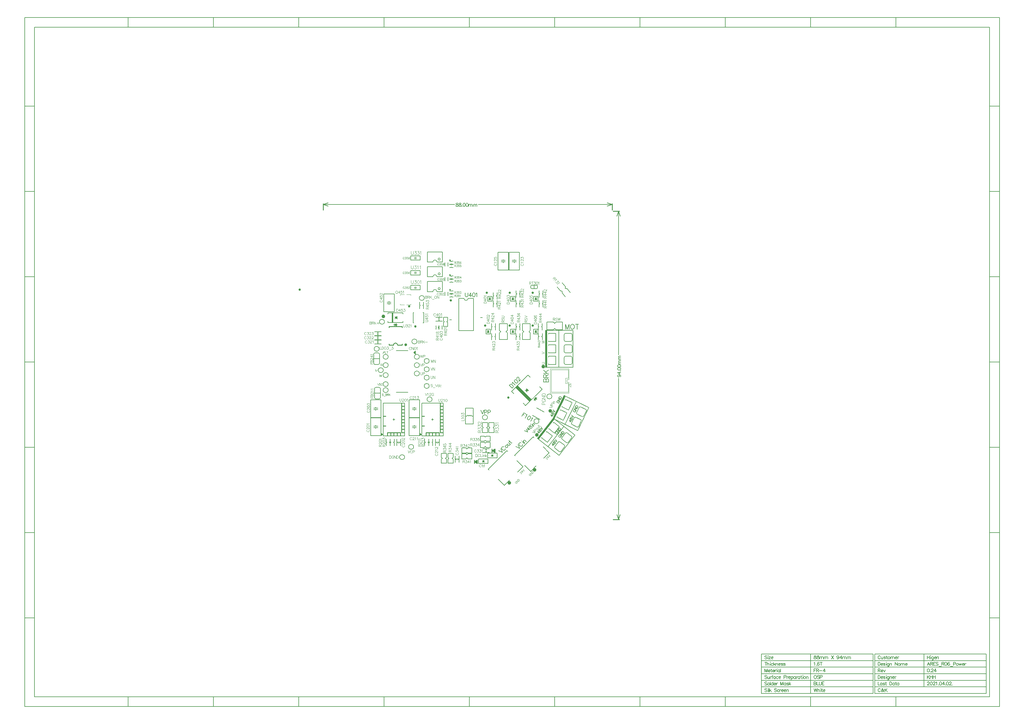
<source format=gto>
G04 Layer_Color=65535*
%FSLAX44Y44*%
%MOMM*%
G71*
G01*
G75*
%ADD10C,0.2500*%
%ADD14C,0.4000*%
%ADD53C,0.2540*%
%ADD54C,0.1270*%
%ADD55C,0.1500*%
%ADD76C,0.1000*%
%ADD77C,0.2000*%
%ADD78C,0.3000*%
%ADD79C,0.1800*%
%ADD80C,0.1200*%
G36*
X184950Y-76956D02*
X177879Y-78370D01*
X179293Y-71299D01*
X184950Y-76956D01*
D02*
G37*
G36*
X233047Y274D02*
X234453Y-1132D01*
X235215Y-2970D01*
Y-3965D01*
Y-4959D01*
X234453Y-6797D01*
X233047Y-8203D01*
X231209Y-8964D01*
X229220D01*
X227382Y-8203D01*
X225976Y-6797D01*
X225215Y-4959D01*
Y-3965D01*
Y-2970D01*
X225976Y-1132D01*
X227382Y274D01*
X229220Y1036D01*
X231209D01*
X233047Y274D01*
D02*
G37*
G36*
X211113Y-103119D02*
X204042Y-104533D01*
X205456Y-97462D01*
X211113Y-103119D01*
D02*
G37*
G36*
X125559Y-95862D02*
X126414Y-96717D01*
X126877Y-97835D01*
Y-98440D01*
Y-99045D01*
X126414Y-100163D01*
X125559Y-101018D01*
X124441Y-101482D01*
X123231D01*
X122113Y-101018D01*
X121258Y-100163D01*
X120795Y-99045D01*
Y-98440D01*
Y-97835D01*
X121258Y-96717D01*
X122113Y-95862D01*
X123231Y-95399D01*
X124441D01*
X125559Y-95862D01*
D02*
G37*
G36*
X140500Y99500D02*
X134500D01*
X137500Y105500D01*
X140500Y99500D01*
D02*
G37*
G36*
X65500Y99500D02*
X59500D01*
X62500Y105500D01*
X65500Y99500D01*
D02*
G37*
G36*
X-159360Y33420D02*
X-164440Y38500D01*
X-159360Y43580D01*
Y33420D01*
D02*
G37*
G36*
X210500Y99500D02*
X204500D01*
X207500Y105500D01*
X210500Y99500D01*
D02*
G37*
G36*
X194368Y-104987D02*
X188980Y-110375D01*
X145875Y-67270D01*
X151263Y-61882D01*
X194368Y-104987D01*
D02*
G37*
G36*
X28750Y-298750D02*
X20000Y-293750D01*
X28750Y-288750D01*
Y-298750D01*
D02*
G37*
G36*
X49500Y-295500D02*
X45500Y-292500D01*
X49500Y-289500D01*
X49500Y-295500D01*
D02*
G37*
G36*
X129582Y-354261D02*
X130989Y-355668D01*
X131750Y-357505D01*
Y-358500D01*
Y-359495D01*
X130989Y-361332D01*
X129582Y-362739D01*
X127745Y-363500D01*
X125755D01*
X123918Y-362739D01*
X122511Y-361332D01*
X121750Y-359495D01*
Y-358500D01*
Y-357505D01*
X122511Y-355668D01*
X123918Y-354261D01*
X125755Y-353500D01*
X127745D01*
X129582Y-354261D01*
D02*
G37*
G36*
X206368Y-314511D02*
X207774Y-315918D01*
X208535Y-317755D01*
Y-318750D01*
Y-319744D01*
X207774Y-321582D01*
X206368Y-322989D01*
X204530Y-323750D01*
X202541D01*
X200703Y-322989D01*
X199297Y-321582D01*
X198535Y-319744D01*
Y-318750D01*
Y-317755D01*
X199297Y-315918D01*
X200703Y-314511D01*
X202541Y-313750D01*
X204530D01*
X206368Y-314511D01*
D02*
G37*
G36*
X213332Y-208011D02*
X214739Y-209418D01*
X215500Y-211255D01*
Y-212250D01*
Y-213244D01*
X214739Y-215082D01*
X213332Y-216489D01*
X211495Y-217250D01*
X209505D01*
X207668Y-216489D01*
X206261Y-215082D01*
X205500Y-213244D01*
Y-212250D01*
Y-211255D01*
X206261Y-209418D01*
X207668Y-208011D01*
X209505Y-207250D01*
X211495D01*
X213332Y-208011D01*
D02*
G37*
G36*
X254297Y-134726D02*
X255703Y-136132D01*
X256465Y-137970D01*
Y-138965D01*
Y-139959D01*
X255703Y-141797D01*
X254297Y-143203D01*
X252459Y-143965D01*
X250470D01*
X248632Y-143203D01*
X247226Y-141797D01*
X246465Y-139959D01*
Y-138965D01*
Y-137970D01*
X247226Y-136132D01*
X248632Y-134726D01*
X250470Y-133965D01*
X252459D01*
X254297Y-134726D01*
D02*
G37*
G36*
X77000Y-278000D02*
X73000Y-275000D01*
X77000Y-272000D01*
Y-278000D01*
D02*
G37*
G36*
X82500Y-265000D02*
X73750Y-260000D01*
X82500Y-255000D01*
Y-265000D01*
D02*
G37*
G36*
X140500Y199500D02*
X134500D01*
X137500Y205500D01*
X140500Y199500D01*
D02*
G37*
G36*
X70500Y199500D02*
X64500D01*
X67500Y205500D01*
X70500Y199500D01*
D02*
G37*
G36*
X-49837Y200165D02*
X-48982Y199309D01*
X-48519Y198191D01*
Y197586D01*
Y196981D01*
X-48982Y195863D01*
X-49837Y195008D01*
X-50955Y194545D01*
X-52165D01*
X-53283Y195008D01*
X-54138Y195863D01*
X-54601Y196981D01*
Y197586D01*
Y198191D01*
X-54138Y199309D01*
X-53283Y200165D01*
X-52165Y200627D01*
X-50955D01*
X-49837Y200165D01*
D02*
G37*
G36*
X210500Y199500D02*
X204500D01*
X207500Y205500D01*
X210500Y199500D01*
D02*
G37*
G36*
X59723Y223578D02*
X60578Y222723D01*
X61041Y221605D01*
Y221000D01*
Y220395D01*
X60578Y219277D01*
X59723Y218422D01*
X58605Y217959D01*
X57395D01*
X56277Y218422D01*
X55422Y219277D01*
X54959Y220395D01*
Y221000D01*
Y221605D01*
X55422Y222723D01*
X56277Y223578D01*
X57395Y224042D01*
X58605D01*
X59723Y223578D01*
D02*
G37*
G36*
X-510277Y233078D02*
X-509422Y232223D01*
X-508959Y231105D01*
Y230500D01*
Y229895D01*
X-509422Y228777D01*
X-510277Y227922D01*
X-511395Y227459D01*
X-512605D01*
X-513723Y227922D01*
X-514578Y228777D01*
X-515041Y229895D01*
Y230500D01*
Y231105D01*
X-514578Y232223D01*
X-513723Y233078D01*
X-512605Y233541D01*
X-511395D01*
X-510277Y233078D01*
D02*
G37*
G36*
X199723Y223578D02*
X200578Y222723D01*
X201041Y221605D01*
Y221000D01*
Y220395D01*
X200578Y219277D01*
X199723Y218422D01*
X198605Y217959D01*
X197395D01*
X196277Y218422D01*
X195422Y219277D01*
X194959Y220395D01*
Y221000D01*
Y221605D01*
X195422Y222723D01*
X196277Y223578D01*
X197395Y224041D01*
X198605D01*
X199723Y223578D01*
D02*
G37*
G36*
X129723Y223578D02*
X130578Y222723D01*
X131041Y221605D01*
Y221000D01*
Y220395D01*
X130578Y219277D01*
X129723Y218422D01*
X128605Y217959D01*
X127395D01*
X126277Y218422D01*
X125422Y219277D01*
X124959Y220395D01*
Y221000D01*
Y221605D01*
X125422Y222723D01*
X126277Y223578D01*
X127395Y224042D01*
X128605D01*
X129723Y223578D01*
D02*
G37*
G36*
X-176678Y182229D02*
X-175822Y181373D01*
X-175359Y180256D01*
Y179651D01*
Y179046D01*
X-175822Y177928D01*
X-176678Y177072D01*
X-177796Y176609D01*
X-179006D01*
X-180123Y177072D01*
X-180979Y177928D01*
X-181442Y179046D01*
Y179651D01*
Y180256D01*
X-180979Y181373D01*
X-180123Y182229D01*
X-179006Y182692D01*
X-177796D01*
X-176678Y182229D01*
D02*
G37*
G36*
X129723Y123578D02*
X130578Y122723D01*
X131041Y121605D01*
Y121000D01*
Y120395D01*
X130578Y119277D01*
X129723Y118422D01*
X128605Y117959D01*
X127395D01*
X126277Y118422D01*
X125422Y119277D01*
X124959Y120395D01*
Y121000D01*
Y121605D01*
X125422Y122723D01*
X126277Y123578D01*
X127395Y124041D01*
X128605D01*
X129723Y123578D01*
D02*
G37*
G36*
X54723Y123578D02*
X55578Y122723D01*
X56041Y121605D01*
Y121000D01*
Y120395D01*
X55578Y119277D01*
X54723Y118422D01*
X53605Y117959D01*
X52395D01*
X51277Y118422D01*
X50422Y119277D01*
X49959Y120395D01*
Y121000D01*
Y121605D01*
X50422Y122723D01*
X51277Y123578D01*
X52395Y124042D01*
X53605D01*
X54723Y123578D01*
D02*
G37*
G36*
X-157928Y120979D02*
X-157072Y120123D01*
X-156609Y119005D01*
Y118401D01*
Y117796D01*
X-157072Y116678D01*
X-157928Y115822D01*
X-159046Y115359D01*
X-160256D01*
X-161373Y115822D01*
X-162229Y116678D01*
X-162692Y117796D01*
Y118401D01*
Y119005D01*
X-162229Y120123D01*
X-161373Y120979D01*
X-160256Y121442D01*
X-159046D01*
X-157928Y120979D01*
D02*
G37*
G36*
X199723Y123578D02*
X200578Y122723D01*
X201041Y121605D01*
Y121000D01*
Y120395D01*
X200578Y119277D01*
X199723Y118422D01*
X198605Y117959D01*
X197395D01*
X196277Y118422D01*
X195422Y119277D01*
X194959Y120395D01*
Y121000D01*
Y121605D01*
X195422Y122723D01*
X196277Y123578D01*
X197395Y124041D01*
X198605D01*
X199723Y123578D01*
D02*
G37*
G36*
X-214999Y141001D02*
X-220999Y145001D01*
X-214999Y149001D01*
Y141001D01*
D02*
G37*
G36*
X-254168Y153239D02*
X-252761Y151832D01*
X-252000Y149995D01*
Y149000D01*
Y148006D01*
X-252761Y146168D01*
X-254168Y144761D01*
X-256005Y144000D01*
X-257995D01*
X-259832Y144761D01*
X-261239Y146168D01*
X-262000Y148006D01*
Y149000D01*
Y149995D01*
X-261239Y151832D01*
X-259832Y153239D01*
X-257995Y154000D01*
X-256005D01*
X-254168Y153239D01*
D02*
G37*
G36*
X-216999Y119001D02*
X-222999Y123001D01*
X-216999Y127001D01*
Y119001D01*
D02*
G37*
G36*
X-227000Y130000D02*
X-231000D01*
Y160000D01*
X-227000D01*
Y130000D01*
D02*
G37*
D10*
X-52750Y230250D02*
G03*
X-52750Y230250I-1250J0D01*
G01*
Y275250D02*
G03*
X-52750Y275250I-1250J0D01*
G01*
Y320250D02*
G03*
X-52750Y320250I-1250J0D01*
G01*
X-157500Y118000D02*
G03*
X-157500Y118000I-2000J0D01*
G01*
X-49250Y197250D02*
G03*
X-49250Y197250I-1250J0D01*
G01*
X73750Y-265000D02*
Y-255000D01*
Y-260000D02*
X82500Y-255000D01*
X73750Y-260000D02*
X82500Y-265000D01*
Y-255000D01*
X28750Y-298750D02*
Y-288750D01*
X20000Y-293750D02*
X28750Y-298750D01*
X20000Y-293750D02*
X28750Y-288750D01*
X20000Y-298750D02*
Y-288750D01*
X-83750Y-205000D02*
Y-115750D01*
X-100000Y-205500D02*
X-87500D01*
X-127500D02*
X-97500D01*
X-139750Y-155000D02*
X-132250D01*
X-139750Y-185000D02*
X-132250D01*
X-127500Y-213750D02*
Y-205500D01*
X-87500Y-213750D02*
Y-205500D01*
X-83500Y-125000D02*
X-75250D01*
X-82750Y-135000D02*
X-75250D01*
X-82750Y-145000D02*
X-75250D01*
X-82750Y-155000D02*
X-75250D01*
X-82750Y-165000D02*
X-75250D01*
X-82750Y-175000D02*
X-75250D01*
X-82750Y-185000D02*
X-75250D01*
X-82750Y-195000D02*
X-75250D01*
X-83750Y-205000D02*
X-75250D01*
X-97500Y-213750D02*
Y-205500D01*
X-107500Y-214250D02*
Y-205500D01*
X-117500Y-213750D02*
Y-205500D01*
X-201250Y-205000D02*
Y-115750D01*
X-217500Y-205500D02*
X-205000D01*
X-245000D02*
X-215000D01*
X-257250Y-155000D02*
X-249750D01*
X-257250Y-185000D02*
X-249750D01*
X-245000Y-213750D02*
Y-205500D01*
X-205000Y-213750D02*
Y-205500D01*
X-201000Y-125000D02*
X-192750D01*
X-200250Y-135000D02*
X-192750D01*
X-200250Y-145000D02*
X-192750D01*
X-200250Y-155000D02*
X-192750D01*
X-200250Y-165000D02*
X-192750D01*
X-200250Y-175000D02*
X-192750D01*
X-200250Y-185000D02*
X-192750D01*
X-200250Y-195000D02*
X-192750D01*
X-201250Y-205000D02*
X-192750D01*
X-215000Y-213750D02*
Y-205500D01*
X-225000Y-214250D02*
Y-205500D01*
X-235000Y-213750D02*
Y-205500D01*
D14*
X-186750Y62500D02*
G03*
X-186750Y62500I-2000J0D01*
G01*
D53*
X-213650Y61425D02*
G03*
X-226350Y61425I-6350J0D01*
G01*
X-213650D02*
X-200000D01*
X-240000D02*
X-226350D01*
X-240000Y118575D02*
X-200000D01*
X-240000Y115000D02*
Y118575D01*
Y61425D02*
Y65000D01*
X-200011Y61426D02*
Y65001D01*
Y115001D02*
Y118576D01*
X443040Y-470000D02*
X462540D01*
X443040Y470000D02*
X462540D01*
X440000Y473040D02*
Y492540D01*
X-440000Y473040D02*
Y492540D01*
D54*
X-242380Y25800D02*
G03*
X-242380Y25800I-7620J0D01*
G01*
X-117380Y-63100D02*
G03*
X-117380Y-63100I-7620J0D01*
G01*
X-108630Y-103750D02*
G03*
X-108630Y-103750I-7620J0D01*
G01*
X-242380Y-30000D02*
G03*
X-242380Y-30000I-7620J0D01*
G01*
X-257380Y-15000D02*
G03*
X-257380Y-15000I-7620J0D01*
G01*
X-242380Y400D02*
G03*
X-242380Y400I-7620J0D01*
G01*
X217120Y-170500D02*
G03*
X217120Y-170500I-7620J0D01*
G01*
X-242380Y-75800D02*
G03*
X-242380Y-75800I-7620J0D01*
G01*
X-132380Y205000D02*
G03*
X-132380Y205000I-7620J0D01*
G01*
X-269880Y50000D02*
G03*
X-269880Y50000I-7620J0D01*
G01*
X-242380Y-57500D02*
G03*
X-242380Y-57500I-7620J0D01*
G01*
X-147380Y400D02*
G03*
X-147380Y400I-7620J0D01*
G01*
X-117380Y13100D02*
G03*
X-117380Y13100I-7620J0D01*
G01*
X-147380Y25800D02*
G03*
X-147380Y25800I-7620J0D01*
G01*
X-253630Y132500D02*
G03*
X-253630Y132500I-7620J0D01*
G01*
X-117380Y-12300D02*
G03*
X-117380Y-12300I-7620J0D01*
G01*
X-147380Y-25000D02*
G03*
X-147380Y-25000I-7620J0D01*
G01*
X-117380Y-37700D02*
G03*
X-117380Y-37700I-7620J0D01*
G01*
X256370Y-95000D02*
G03*
X256370Y-95000I-7620J0D01*
G01*
X-154880Y72500D02*
G03*
X-154880Y72500I-7620J0D01*
G01*
X-192380Y-280000D02*
G03*
X-192380Y-280000I-7620J0D01*
G01*
X-164880Y-248750D02*
G03*
X-164880Y-248750I-7620J0D01*
G01*
X60120Y-158750D02*
G03*
X60120Y-158750I-7620J0D01*
G01*
X460000Y-470000D02*
Y-39545D01*
Y31925D02*
Y470000D01*
Y-470000D02*
X465080Y-454760D01*
X454920D02*
X460000Y-470000D01*
X454920Y454760D02*
X460000Y470000D01*
X465080Y454760D01*
X31925Y490000D02*
X440000D01*
X-440000D02*
X-39545D01*
X424760Y495080D02*
X440000Y490000D01*
X424760Y484920D02*
X440000Y490000D01*
X-440000D02*
X-424760Y484920D01*
X-440000Y490000D02*
X-424760Y495080D01*
X459577Y-29446D02*
X461028Y-29930D01*
X461996Y-30898D01*
X462479Y-32349D01*
Y-32832D01*
X461996Y-34283D01*
X461028Y-35251D01*
X459577Y-35735D01*
X459093D01*
X457642Y-35251D01*
X456675Y-34283D01*
X456191Y-32832D01*
Y-32349D01*
X456675Y-30898D01*
X457642Y-29930D01*
X459577Y-29446D01*
X461996D01*
X464414Y-29930D01*
X465865Y-30898D01*
X466349Y-32349D01*
Y-33316D01*
X465865Y-34767D01*
X464898Y-35251D01*
X456191Y-21852D02*
X462963Y-26689D01*
Y-19434D01*
X456191Y-21852D02*
X466349D01*
X465382Y-17160D02*
X465865Y-17644D01*
X466349Y-17160D01*
X465865Y-16677D01*
X465382Y-17160D01*
X456191Y-11549D02*
X456675Y-13000D01*
X458126Y-13968D01*
X460544Y-14452D01*
X461996D01*
X464414Y-13968D01*
X465865Y-13000D01*
X466349Y-11549D01*
Y-10582D01*
X465865Y-9131D01*
X464414Y-8163D01*
X461996Y-7680D01*
X460544D01*
X458126Y-8163D01*
X456675Y-9131D01*
X456191Y-10582D01*
Y-11549D01*
Y-2504D02*
X456675Y-3955D01*
X458126Y-4922D01*
X460544Y-5406D01*
X461996D01*
X464414Y-4922D01*
X465865Y-3955D01*
X466349Y-2504D01*
Y-1537D01*
X465865Y-86D01*
X464414Y882D01*
X461996Y1366D01*
X460544D01*
X458126Y882D01*
X456675Y-86D01*
X456191Y-1537D01*
Y-2504D01*
X459577Y3639D02*
X466349D01*
X461512D02*
X460061Y5090D01*
X459577Y6058D01*
Y7509D01*
X460061Y8476D01*
X461512Y8960D01*
X466349D01*
X461512D02*
X460061Y10411D01*
X459577Y11378D01*
Y12830D01*
X460061Y13797D01*
X461512Y14281D01*
X466349D01*
X459577Y17473D02*
X466349D01*
X461512D02*
X460061Y18924D01*
X459577Y19892D01*
Y21343D01*
X460061Y22310D01*
X461512Y22794D01*
X466349D01*
X461512D02*
X460061Y24245D01*
X459577Y25212D01*
Y26663D01*
X460061Y27631D01*
X461512Y28115D01*
X466349D01*
X-33316Y493809D02*
X-34767Y493325D01*
X-35251Y492358D01*
Y491390D01*
X-34767Y490423D01*
X-33800Y489939D01*
X-31865Y489456D01*
X-30414Y488972D01*
X-29446Y488004D01*
X-28963Y487037D01*
Y485586D01*
X-29446Y484618D01*
X-29930Y484135D01*
X-31381Y483651D01*
X-33316D01*
X-34767Y484135D01*
X-35251Y484618D01*
X-35735Y485586D01*
Y487037D01*
X-35251Y488004D01*
X-34283Y488972D01*
X-32832Y489456D01*
X-30898Y489939D01*
X-29930Y490423D01*
X-29446Y491390D01*
Y492358D01*
X-29930Y493325D01*
X-31381Y493809D01*
X-33316D01*
X-24271D02*
X-25722Y493325D01*
X-26206Y492358D01*
Y491390D01*
X-25722Y490423D01*
X-24755Y489939D01*
X-22820Y489456D01*
X-21369Y488972D01*
X-20401Y488004D01*
X-19917Y487037D01*
Y485586D01*
X-20401Y484618D01*
X-20885Y484135D01*
X-22336Y483651D01*
X-24271D01*
X-25722Y484135D01*
X-26206Y484618D01*
X-26689Y485586D01*
Y487037D01*
X-26206Y488004D01*
X-25238Y488972D01*
X-23787Y489456D01*
X-21852Y489939D01*
X-20885Y490423D01*
X-20401Y491390D01*
Y492358D01*
X-20885Y493325D01*
X-22336Y493809D01*
X-24271D01*
X-17160Y484618D02*
X-17644Y484135D01*
X-17160Y483651D01*
X-16677Y484135D01*
X-17160Y484618D01*
X-11549Y493809D02*
X-13000Y493325D01*
X-13968Y491874D01*
X-14452Y489456D01*
Y488004D01*
X-13968Y485586D01*
X-13000Y484135D01*
X-11549Y483651D01*
X-10582D01*
X-9131Y484135D01*
X-8163Y485586D01*
X-7680Y488004D01*
Y489456D01*
X-8163Y491874D01*
X-9131Y493325D01*
X-10582Y493809D01*
X-11549D01*
X-2504D02*
X-3955Y493325D01*
X-4922Y491874D01*
X-5406Y489456D01*
Y488004D01*
X-4922Y485586D01*
X-3955Y484135D01*
X-2504Y483651D01*
X-1537D01*
X-86Y484135D01*
X882Y485586D01*
X1366Y488004D01*
Y489456D01*
X882Y491874D01*
X-86Y493325D01*
X-1537Y493809D01*
X-2504D01*
X3639Y490423D02*
Y483651D01*
Y488488D02*
X5090Y489939D01*
X6058Y490423D01*
X7509D01*
X8476Y489939D01*
X8960Y488488D01*
Y483651D01*
Y488488D02*
X10411Y489939D01*
X11378Y490423D01*
X12830D01*
X13797Y489939D01*
X14281Y488488D01*
Y483651D01*
X17473Y490423D02*
Y483651D01*
Y488488D02*
X18924Y489939D01*
X19892Y490423D01*
X21343D01*
X22310Y489939D01*
X22794Y488488D01*
Y483651D01*
Y488488D02*
X24245Y489939D01*
X25212Y490423D01*
X26663D01*
X27631Y489939D01*
X28115Y488488D01*
Y483651D01*
D55*
X212500Y241500D02*
G03*
X210000Y244000I-2500J-0D01*
G01*
Y233500D02*
G03*
X212500Y236000I0J2500D01*
G01*
X192500D02*
G03*
X195000Y233500I2500J0D01*
G01*
Y244000D02*
G03*
X192500Y241500I0J-2500D01*
G01*
X12500Y-155000D02*
G03*
X7500Y-155000I-2500J-0D01*
G01*
D02*
G03*
X2500Y-155000I-2500J-0D01*
G01*
D02*
G03*
X-2500Y-155000I-2500J-0D01*
G01*
X318000Y58500D02*
G03*
X314000Y62500I-4000J0D01*
G01*
X314000Y37500D02*
G03*
X318000Y41500I0J4000D01*
G01*
X294000Y41500D02*
G03*
X298000Y37500I4000J0D01*
G01*
X298000Y62500D02*
G03*
X294000Y58500I0J-4000D01*
G01*
Y6500D02*
G03*
X298000Y2500I4000J0D01*
G01*
X298000Y27500D02*
G03*
X294000Y23500I0J-4000D01*
G01*
X318000D02*
G03*
X314000Y27500I-4000J0D01*
G01*
X314000Y2500D02*
G03*
X318000Y6500I0J4000D01*
G01*
X298000Y97500D02*
G03*
X294000Y93500I0J-4000D01*
G01*
Y76500D02*
G03*
X298000Y72500I4000J0D01*
G01*
X314000Y72500D02*
G03*
X318000Y76500I0J4000D01*
G01*
Y93500D02*
G03*
X314000Y97500I-4000J0D01*
G01*
X316452Y-221407D02*
G03*
X315762Y-215792I-3152J2463D01*
G01*
X300371Y-235492D02*
G03*
X305985Y-234803I2463J3152D01*
G01*
X287073Y-220027D02*
G03*
X287762Y-225642I3152J-2463D01*
G01*
X303154Y-205942D02*
G03*
X297539Y-206631I-2463J-3152D01*
G01*
X265525Y-247608D02*
G03*
X266214Y-253222I3152J-2463D01*
G01*
X281606Y-233522D02*
G03*
X275991Y-234211I-2463J-3152D01*
G01*
X294903Y-248987D02*
G03*
X294214Y-243372I-3152J2463D01*
G01*
X278823Y-263073D02*
G03*
X284437Y-262383I2463J3152D01*
G01*
X361052Y-139290D02*
G03*
X359210Y-133941I-3595J1753D01*
G01*
X348251Y-156411D02*
G03*
X353600Y-154569I1753J3595D01*
G01*
X332029Y-144048D02*
G03*
X333870Y-149397I3595J-1753D01*
G01*
X344829Y-126927D02*
G03*
X339481Y-128769I-1753J-3595D01*
G01*
X316686Y-175506D02*
G03*
X318527Y-180854I3595J-1753D01*
G01*
X329486Y-158385D02*
G03*
X324138Y-160226I-1753J-3595D01*
G01*
X345709Y-170747D02*
G03*
X343867Y-165399I-3595J1753D01*
G01*
X332908Y-187868D02*
G03*
X338257Y-186027I1753J3595D01*
G01*
X-136500Y182500D02*
X-134500Y184500D01*
Y192500D01*
X-136500Y182500D02*
X-134500Y180500D01*
Y172500D02*
Y180500D01*
X-146500Y172500D02*
Y180500D01*
X-144500Y182500D01*
X-146500Y184500D02*
Y192500D01*
Y184500D02*
X-144500Y182500D01*
X60500Y-268000D02*
X89500D01*
X60500Y-282000D02*
Y-268000D01*
X89500Y-282000D02*
Y-268000D01*
X60500Y-282000D02*
X89500D01*
X77000Y-278000D02*
Y-272000D01*
X73000Y-275000D02*
X77000Y-272000D01*
X73000Y-275000D02*
X77000Y-278000D01*
X73000D02*
Y-272000D01*
X207500Y105500D02*
X210500Y99500D01*
X204500D02*
X207500Y105500D01*
X204500Y99500D02*
X210500D01*
X204500Y105500D02*
X210500D01*
X217450Y215500D02*
X219450Y217500D01*
X217450Y207500D02*
Y215500D01*
Y219500D02*
X219450Y217500D01*
X217450Y219500D02*
Y227500D01*
X229450Y219500D02*
Y227500D01*
X227450Y217500D02*
X229450Y219500D01*
Y207500D02*
Y215500D01*
X227450Y217500D02*
X229450Y215500D01*
X202500Y233750D02*
Y243750D01*
X212500Y236000D02*
Y241500D01*
X195000Y233500D02*
X210000D01*
X195000Y244000D02*
X210000D01*
X192500Y236000D02*
Y241500D01*
X-162500Y-137500D02*
Y-134500D01*
X-168500D02*
X-156500D01*
X-162500Y-130500D02*
Y-127500D01*
X-168500Y-130500D02*
X-156500D01*
X45500Y-292500D02*
X49500Y-289500D01*
X45500Y-292500D02*
X49500Y-295500D01*
X45500Y-289500D02*
X45500Y-295500D01*
X49500Y-289500D02*
X49500Y-295500D01*
X33000Y-299500D02*
X62000D01*
X62000Y-285500D01*
X33000Y-299500D02*
Y-285500D01*
X62000D01*
X175050Y-75542D02*
X180707Y-81199D01*
X177879Y-78370D02*
X184950Y-76956D01*
X177879Y-78370D02*
X179293Y-71299D01*
X184950Y-76956D01*
X201213Y-101705D02*
X206870Y-107362D01*
X204042Y-104533D02*
X211113Y-103119D01*
X204042Y-104533D02*
X205456Y-97462D01*
X211113Y-103119D01*
X201920Y-106656D02*
X204042Y-104533D01*
X208284Y-100290D02*
X210407Y-98169D01*
X12500Y-155000D02*
X17000D01*
X17000Y-155000D01*
X-7000Y-155000D02*
X-2500D01*
X318000Y6500D02*
X318000Y23500D01*
X298000Y62500D02*
X314000D01*
X318000Y41500D02*
X318000Y58500D01*
X298000Y37500D02*
X314000D01*
X294000Y41500D02*
Y58500D01*
Y6500D02*
Y23500D01*
X298000Y27500D02*
X314000D01*
X298000Y2500D02*
X314000D01*
X246000Y37500D02*
X268000Y37500D01*
X268000Y62500D01*
X246000D02*
X268000D01*
X246000Y37500D02*
X246000Y39500D01*
X246000Y60500D02*
Y62500D01*
Y25500D02*
Y27500D01*
Y2500D02*
Y4500D01*
Y27500D02*
X268000D01*
Y2500D02*
Y27500D01*
X246000Y2500D02*
X268000D01*
X241000Y-6500D02*
X321000D01*
X241000D02*
Y106500D01*
X321000Y-6500D02*
Y106500D01*
X278000Y-6500D02*
Y106500D01*
X237000Y-6500D02*
X241000D01*
X237000D02*
X237000Y71500D01*
Y106500D01*
X239000Y-6500D02*
Y106500D01*
X240000Y-6500D02*
Y106500D01*
X238000Y105500D02*
X238000Y-6500D01*
X237000Y106500D02*
X241000D01*
X321000D01*
X246000Y95500D02*
Y97500D01*
Y72500D02*
X246000Y74500D01*
X246000Y97500D02*
X268000D01*
X268000Y72500D02*
X268000Y97500D01*
X246000Y72500D02*
X268000Y72500D01*
X294000Y76500D02*
Y93500D01*
X298000Y72500D02*
X314000D01*
X318000Y76500D02*
X318000Y93500D01*
X298000Y97500D02*
X314000D01*
X237000Y106500D02*
X238000Y105500D01*
X-108500Y-235000D02*
X-106500Y-237000D01*
Y-245000D02*
Y-237000D01*
X-108500Y-235000D02*
X-106500Y-233000D01*
Y-225000D01*
X-118500Y-233000D02*
Y-225000D01*
Y-233000D02*
X-116500Y-235000D01*
X-118500Y-245000D02*
Y-237000D01*
X-116500Y-235000D01*
X284437Y-262383D02*
X294904Y-248987D01*
X303154Y-205942D02*
X315762Y-215792D01*
X305985Y-234803D02*
X316452Y-221407D01*
X287763Y-225642D02*
X300371Y-235492D01*
X287073Y-220027D02*
X297539Y-206631D01*
X265525Y-247607D02*
X275991Y-234211D01*
X281606Y-233522D02*
X294214Y-243372D01*
X266214Y-253222D02*
X278822Y-263073D01*
X246786Y-193627D02*
X264122Y-207172D01*
X279514Y-187472D01*
X262178Y-173927D02*
X279514Y-187472D01*
X246786Y-193627D02*
X248017Y-192052D01*
X260946Y-175503D02*
X262178Y-173927D01*
X239398Y-203084D02*
X240629Y-201508D01*
X225238Y-221208D02*
X226469Y-219632D01*
X240629Y-201508D02*
X257966Y-215052D01*
X242574Y-234752D02*
X257966Y-215052D01*
X225238Y-221208D02*
X242574Y-234752D01*
X215757Y-225222D02*
X278798Y-274475D01*
X215757Y-225222D02*
X263778Y-163757D01*
X326819Y-213010D01*
X278798Y-274475D02*
X326819Y-213010D01*
X244913Y-248001D02*
X292935Y-186536D01*
X212605Y-222759D02*
X215757Y-225222D01*
X212605Y-222759D02*
X260626Y-161294D01*
X263778Y-163757D01*
X214181Y-223990D02*
X262202Y-162526D01*
X214969Y-224606D02*
X262990Y-163141D01*
X213393Y-223375D02*
X261414Y-161910D01*
X-69500Y302000D02*
Y313000D01*
X-60500Y302000D02*
Y313000D01*
X-50000Y315500D02*
X-48500Y317000D01*
X-44500D01*
X-51500D02*
X-50000Y315500D01*
X-55500Y317000D02*
X-51500D01*
X-55500Y308000D02*
X-51500D01*
X-50000Y309500D01*
X-48500Y308000D02*
X-44500D01*
X-50000Y309500D02*
X-48500Y308000D01*
X-34500Y-288000D02*
Y-284000D01*
X-30500Y-288000D02*
Y-284000D01*
X-38500Y-286000D02*
X-34500D01*
X-30500D02*
X-26500D01*
X-38500Y-296000D02*
Y-276000D01*
X-26500Y-296000D02*
Y-276000D01*
X62500Y105500D02*
X65500Y99500D01*
X59500D02*
X62500Y105500D01*
X59500Y99500D02*
X65500D01*
X59500Y105500D02*
X65500D01*
X72450Y89500D02*
X74450Y87500D01*
X72450Y89500D02*
Y97500D01*
Y85500D02*
X74450Y87500D01*
X72450Y77500D02*
Y85500D01*
X84450Y77500D02*
Y85500D01*
X82450Y87500D02*
X84450Y85500D01*
Y89500D02*
Y97500D01*
X82450Y87500D02*
X84450Y89500D01*
X82450Y117500D02*
X84450Y115500D01*
Y107500D02*
Y115500D01*
X82450Y117500D02*
X84450Y119500D01*
Y127500D01*
X72450Y119500D02*
Y127500D01*
Y119500D02*
X74450Y117500D01*
X72450Y107500D02*
Y115500D01*
X74450Y117500D01*
X77450Y189500D02*
X79450Y187500D01*
X77450Y189500D02*
Y197500D01*
Y185500D02*
X79450Y187500D01*
X77450Y177500D02*
Y185500D01*
X89450Y177500D02*
Y185500D01*
X87450Y187500D02*
X89450Y185500D01*
Y189500D02*
Y197500D01*
X87450Y187500D02*
X89450Y189500D01*
X87450Y211500D02*
X89450Y209500D01*
Y201500D02*
Y209500D01*
X87450Y211500D02*
X89450Y213500D01*
Y221500D01*
X77450Y213500D02*
Y221500D01*
Y213500D02*
X79450Y211500D01*
X77450Y201500D02*
Y209500D01*
X79450Y211500D01*
X227450Y187500D02*
X229450Y189500D01*
Y197500D01*
X227450Y187500D02*
X229450Y185500D01*
Y177500D02*
Y185500D01*
X217450Y177500D02*
Y185500D01*
X219450Y187500D01*
X217450Y189500D02*
Y197500D01*
Y189500D02*
X219450Y187500D01*
X207500Y205500D02*
X210500Y199500D01*
X204500D02*
X207500Y205500D01*
X204500Y199500D02*
X210500D01*
X204500Y205500D02*
X210500D01*
X225250Y87500D02*
X227250Y89500D01*
Y97500D01*
X225250Y87500D02*
X227250Y85500D01*
Y77500D02*
Y85500D01*
X215250Y77500D02*
Y85500D01*
X217250Y87500D01*
X215250Y89500D02*
Y97500D01*
Y89500D02*
X217250Y87500D01*
X214950Y115500D02*
X216950Y117500D01*
X214950Y107500D02*
Y115500D01*
Y119500D02*
X216950Y117500D01*
X214950Y119500D02*
Y127500D01*
X226950Y119500D02*
Y127500D01*
X224950Y117500D02*
X226950Y119500D01*
Y107500D02*
Y115500D01*
X224950Y117500D02*
X226950Y115500D01*
X147450Y115500D02*
X149450Y117500D01*
X147450Y107500D02*
Y115500D01*
Y119500D02*
X149450Y117500D01*
X147450Y119500D02*
Y127500D01*
X159450Y119500D02*
Y127500D01*
X157450Y117500D02*
X159450Y119500D01*
Y107500D02*
Y115500D01*
X157450Y117500D02*
X159450Y115500D01*
X157450Y87500D02*
X159450Y89500D01*
Y97500D01*
X157450Y87500D02*
X159450Y85500D01*
Y77500D02*
Y85500D01*
X147450Y77500D02*
Y85500D01*
X149450Y87500D01*
X147450Y89500D02*
Y97500D01*
Y89500D02*
X149450Y87500D01*
X137500Y105500D02*
X140500Y99500D01*
X134500D02*
X137500Y105500D01*
X134500Y99500D02*
X140500D01*
X134500Y105500D02*
X140500D01*
X137500Y205500D02*
X140500Y199500D01*
X134500D02*
X137500Y205500D01*
X134500Y199500D02*
X140500D01*
X134500Y205500D02*
X140500D01*
X157450Y187500D02*
X159450Y189500D01*
Y197500D01*
X157450Y187500D02*
X159450Y185500D01*
Y177500D02*
Y185500D01*
X147450Y177500D02*
Y185500D01*
X149450Y187500D01*
X147450Y189500D02*
Y197500D01*
Y189500D02*
X149450Y187500D01*
X147450Y215500D02*
X149450Y217500D01*
X147450Y207500D02*
Y215500D01*
Y219500D02*
X149450Y217500D01*
X147450Y219500D02*
Y227500D01*
X159450Y219500D02*
Y227500D01*
X157450Y217500D02*
X159450Y219500D01*
Y207500D02*
Y215500D01*
X157450Y217500D02*
X159450Y215500D01*
X-90500Y-237000D02*
Y-233000D01*
X-94500Y-237000D02*
Y-233000D01*
X-90500Y-235000D02*
X-86500D01*
X-98500D02*
X-94500D01*
X-86500Y-245000D02*
Y-225000D01*
X-98500Y-245000D02*
Y-225000D01*
X-131000Y-233000D02*
X-129000Y-235000D01*
X-131000Y-233000D02*
Y-225000D01*
Y-237000D02*
X-129000Y-235000D01*
X-131000Y-245000D02*
Y-237000D01*
X-119000Y-245000D02*
Y-237000D01*
X-121000Y-235000D02*
X-119000Y-237000D01*
Y-233000D02*
Y-225000D01*
X-121000Y-235000D02*
X-119000Y-233000D01*
X-162500Y-185500D02*
Y-182500D01*
X-168500Y-185500D02*
X-156500D01*
X-162500Y-192500D02*
Y-189500D01*
X-168500D02*
X-156500D01*
X-280000Y-137500D02*
Y-134500D01*
X-286000D02*
X-274000D01*
X-280000Y-130500D02*
Y-127500D01*
X-286000Y-130500D02*
X-274000D01*
X-208000Y-237000D02*
Y-233000D01*
X-212000Y-237000D02*
Y-233000D01*
X-208000Y-235000D02*
X-204000D01*
X-216000D02*
X-212000D01*
X-204000Y-245000D02*
Y-225000D01*
X-216000Y-245000D02*
Y-225000D01*
X-226000Y-235000D02*
X-224000Y-237000D01*
Y-245000D02*
Y-237000D01*
X-226000Y-235000D02*
X-224000Y-233000D01*
Y-225000D01*
X-236000Y-233000D02*
Y-225000D01*
Y-233000D02*
X-234000Y-235000D01*
X-236000Y-245000D02*
Y-237000D01*
X-234000Y-235000D01*
X-50000Y219500D02*
X-48500Y218000D01*
X-44500D01*
X-51500D02*
X-50000Y219500D01*
X-55500Y218000D02*
X-51500D01*
X-55500Y227000D02*
X-51500D01*
X-50000Y225500D01*
X-48500Y227000D02*
X-44500D01*
X-50000Y225500D02*
X-48500Y227000D01*
X141750Y312500D02*
Y315500D01*
X135750D02*
X147750D01*
X141750Y319500D02*
Y322500D01*
X135750Y319500D02*
X147750D01*
X102000D02*
X114000D01*
X108000D02*
Y322500D01*
X102000Y315500D02*
X114000D01*
X108000Y312500D02*
Y315500D01*
X46000Y-254000D02*
X66000D01*
X46000Y-266000D02*
X66000D01*
X56000Y-258000D02*
X56000Y-254000D01*
X56000Y-266000D02*
X56000Y-262000D01*
X54000Y-258000D02*
X58000Y-258000D01*
X54000Y-262000D02*
X58000Y-262000D01*
X-50000Y215500D02*
X-48500Y217000D01*
X-44500D01*
X-51500D02*
X-50000Y215500D01*
X-55500Y217000D02*
X-51500D01*
X-55500Y208000D02*
X-51500D01*
X-50000Y209500D01*
X-48500Y208000D02*
X-44500D01*
X-50000Y209500D02*
X-48500Y208000D01*
X-60500Y212000D02*
Y223000D01*
X-69500Y212000D02*
Y223000D01*
X67500Y205500D02*
X70500Y199500D01*
X64500D02*
X67500Y205500D01*
X64500Y199500D02*
X70500D01*
X64500Y205500D02*
X70500D01*
X-280000Y-185500D02*
Y-182500D01*
X-286000Y-185500D02*
X-274000D01*
X-280000Y-192500D02*
Y-189500D01*
X-286000D02*
X-274000D01*
X-248500Y-233000D02*
X-246500Y-235000D01*
X-248500Y-233000D02*
Y-225000D01*
Y-237000D02*
X-246500Y-235000D01*
X-248500Y-245000D02*
Y-237000D01*
X-236500Y-245000D02*
Y-237000D01*
X-238500Y-235000D02*
X-236500Y-237000D01*
Y-233000D02*
Y-225000D01*
X-238500Y-235000D02*
X-236500Y-233000D01*
X338257Y-186027D02*
X345709Y-170747D01*
X344829Y-126927D02*
X359210Y-133941D01*
X353600Y-154569D02*
X361052Y-139289D01*
X333870Y-149397D02*
X348251Y-156411D01*
X332029Y-144048D02*
X339481Y-128768D01*
X316686Y-175506D02*
X324138Y-160226D01*
X329486Y-158385D02*
X343867Y-165399D01*
X318527Y-180854D02*
X332908Y-187868D01*
X287133Y-126601D02*
X306906Y-136245D01*
X317866Y-113776D01*
X298092Y-104132D02*
X317866Y-113776D01*
X287133Y-126601D02*
X288010Y-124804D01*
X297215Y-105929D02*
X298092Y-104132D01*
X281872Y-137387D02*
X282749Y-135589D01*
X271790Y-158059D02*
X272667Y-156262D01*
X282749Y-135589D02*
X302523Y-145233D01*
X291563Y-167703D02*
X302523Y-145233D01*
X271790Y-158059D02*
X291563Y-167703D01*
X263351Y-163957D02*
X335254Y-199026D01*
X263351Y-163957D02*
X297543Y-93850D01*
X369447Y-128920D01*
X335254Y-199026D02*
X369447Y-128920D01*
X296606Y-180176D02*
X330799Y-110070D01*
X259755Y-162203D02*
X263351Y-163957D01*
X259755Y-162203D02*
X293948Y-92097D01*
X297543Y-93850D01*
X261553Y-163080D02*
X295746Y-92974D01*
X262452Y-163518D02*
X296645Y-93412D01*
X260654Y-162641D02*
X294847Y-92535D01*
X-160752Y323750D02*
X-160751Y329750D01*
X-157752Y323750D02*
X-157751Y329750D01*
X-173251Y320250D02*
X-145251D01*
Y333250D01*
X-173251Y320250D02*
Y333250D01*
X-145251D01*
X-157751Y326750D02*
X-156751D01*
X-161751D02*
X-160751D01*
X-160752Y278750D02*
X-160751Y284750D01*
X-157752Y278750D02*
X-157751Y284750D01*
X-173251Y275250D02*
X-145251D01*
Y288250D01*
X-173251Y275250D02*
Y288250D01*
X-145251D01*
X-157751Y281750D02*
X-156751D01*
X-161751D02*
X-160751D01*
X-160752Y233750D02*
X-160751Y239750D01*
X-157752Y233750D02*
X-157751Y239750D01*
X-173251Y230250D02*
X-145251D01*
Y243250D01*
X-173251Y230250D02*
Y243250D01*
X-145251D01*
X-157751Y236750D02*
X-156751D01*
X-161751D02*
X-160751D01*
X-50000Y305500D02*
X-48500Y307000D01*
X-44500D01*
X-51500D02*
X-50000Y305500D01*
X-55500Y307000D02*
X-51500D01*
X-55500Y298000D02*
X-51500D01*
X-50000Y299500D01*
X-48500Y298000D02*
X-44500D01*
X-50000Y299500D02*
X-48500Y298000D01*
X-69500Y257000D02*
Y268000D01*
X-60500Y257000D02*
Y268000D01*
X-50000Y270500D02*
X-48500Y272000D01*
X-44500D01*
X-51500D02*
X-50000Y270500D01*
X-55500Y272000D02*
X-51500D01*
X-55500Y263000D02*
X-51500D01*
X-50000Y264500D01*
X-48500Y263000D02*
X-44500D01*
X-50000Y264500D02*
X-48500Y263000D01*
X-50000Y260500D02*
X-48500Y262000D01*
X-44500D01*
X-51500D02*
X-50000Y260500D01*
X-55500Y262000D02*
X-51500D01*
X-55500Y253000D02*
X-51500D01*
X-50000Y254500D01*
X-48500Y253000D02*
X-44500D01*
X-50000Y254500D02*
X-48500Y253000D01*
X-216999Y123001D02*
X-213998Y123000D01*
X-226000D02*
X-222999Y123001D01*
X-220999Y141001D02*
Y149001D01*
Y145001D02*
X-214999Y141001D01*
X-220999Y145001D02*
X-214999Y149001D01*
Y141001D02*
Y149001D01*
X-216999Y119001D02*
Y127001D01*
X-222999Y123001D02*
X-216999Y127001D01*
X-222999Y123001D02*
X-216999Y119001D01*
X-222999D02*
Y127001D01*
X-246000Y188000D02*
X-234000D01*
X-240000Y185000D02*
Y188000D01*
X-246000Y192000D02*
X-234000D01*
X-240000D02*
Y195000D01*
X-283750Y102350D02*
X-263750D01*
X-283750Y90350D02*
X-263750D01*
X-273750Y98350D02*
Y102350D01*
Y90350D02*
Y94350D01*
X-275750Y98350D02*
X-271750D01*
X-275750Y94350D02*
X-271750D01*
X-275750Y81650D02*
X-271750D01*
X-275750Y85650D02*
X-271750D01*
X-273750Y77650D02*
Y81650D01*
Y85650D02*
Y89650D01*
X-283750Y77650D02*
X-263750D01*
X-283750Y89650D02*
X-263750D01*
X-275750Y72950D02*
X-271750D01*
X-275750Y68950D02*
X-271750D01*
X-273750Y72950D02*
Y76950D01*
Y64950D02*
Y68950D01*
X-283750Y76950D02*
X-263750D01*
X-283750Y64950D02*
X-263750D01*
X-97500Y134500D02*
X-77500D01*
X-97500Y146500D02*
X-77500D01*
X-87500Y134500D02*
Y138500D01*
Y142500D02*
Y146500D01*
X-89500Y138500D02*
X-85500D01*
X-89500Y142500D02*
X-85500D01*
X-89500Y115000D02*
X-88000Y116500D01*
Y120500D01*
X-89500Y115000D02*
X-88000Y113500D01*
Y109500D02*
Y113500D01*
X-97000Y109500D02*
Y113500D01*
X-95500Y115000D01*
X-97000Y116500D02*
Y120500D01*
Y116500D02*
X-95500Y115000D01*
X-63500Y132500D02*
X-61000Y130000D01*
Y118500D02*
Y130000D01*
X-63500Y132500D02*
X-61000Y135000D01*
Y146500D01*
X-74000Y135000D02*
Y146500D01*
Y135000D02*
X-71500Y132500D01*
X-74000Y118500D02*
Y130000D01*
X-71500Y132500D01*
X-74000Y146500D02*
X-61000D01*
X-74000Y118500D02*
X-61000D01*
X-87000Y109500D02*
Y120500D01*
X-78000Y109500D02*
Y120500D01*
X94017Y-260266D02*
X105732Y-265518D01*
X100480Y-253803D02*
X105732Y-265518D01*
X109650Y-248673D02*
X108438Y-248269D01*
X106823D01*
X105611Y-248673D01*
X103995Y-250288D01*
X103591Y-251500D01*
Y-253116D01*
X103995Y-254328D01*
X104803Y-255944D01*
X106823Y-257964D01*
X108438Y-258772D01*
X109650Y-259176D01*
X111266Y-259176D01*
X112478Y-258772D01*
X114094Y-257156D01*
X114498Y-255944D01*
Y-254328D01*
X114094Y-253116D01*
X114862Y-245077D02*
X114458Y-246289D01*
Y-247905D01*
X115266Y-249521D01*
X116074Y-250329D01*
X117689Y-251137D01*
X119305D01*
X120517Y-250733D01*
X121729Y-249521D01*
X122133Y-248309D01*
X122133Y-246693D01*
X121325Y-245077D01*
X120517Y-244269D01*
X118901Y-243461D01*
X117285Y-243461D01*
X116074Y-243865D01*
X114862Y-245077D01*
X119952Y-239987D02*
X123991Y-244027D01*
X125607Y-244835D01*
X126819Y-244431D01*
X128031Y-243219D01*
X128435Y-242007D01*
Y-239583D01*
X124395Y-235543D02*
X130051Y-241199D01*
X125001Y-229282D02*
X131869Y-236149D01*
X133485Y-236957D01*
X134697Y-236553D01*
X135505Y-235745D01*
X126617Y-233321D02*
X129445Y-230494D01*
X146517Y-247766D02*
X158232Y-253018D01*
X152980Y-241303D02*
X158232Y-253018D01*
X162150Y-236173D02*
X160938Y-235769D01*
X159323D01*
X158111Y-236173D01*
X156495Y-237788D01*
X156091Y-239000D01*
Y-240616D01*
X156495Y-241828D01*
X157303Y-243444D01*
X159323Y-245464D01*
X160938Y-246272D01*
X162150Y-246676D01*
X163766Y-246676D01*
X164978Y-246272D01*
X166594Y-244656D01*
X166998Y-243444D01*
Y-241828D01*
X166594Y-240616D01*
X163322Y-230961D02*
X164130Y-230961D01*
X164130Y-230153D01*
X163322D01*
Y-230961D01*
X166554Y-233385D02*
X172209Y-239041D01*
X168452Y-231486D02*
X174108Y-237142D01*
X170068Y-233102D02*
Y-230678D01*
X170472Y-229466D01*
X171684Y-228255D01*
X172896Y-227851D01*
X174512Y-228659D01*
X178552Y-232698D01*
X170999Y-144610D02*
X165000Y-155000D01*
X170999Y-144610D02*
X177431Y-148323D01*
X168142Y-149558D02*
X172100Y-151843D01*
X177475Y-150988D02*
X178751Y-151065D01*
X181092Y-150437D01*
X175093Y-160827D01*
X189206Y-155122D02*
X187436Y-154760D01*
X185590Y-155673D01*
X183667Y-157861D01*
X182810Y-159345D01*
X181876Y-162105D01*
X182009Y-164160D01*
X183207Y-165512D01*
X184197Y-166083D01*
X185967Y-166446D01*
X187813Y-165533D01*
X189736Y-163344D01*
X190593Y-161860D01*
X191527Y-159101D01*
X191394Y-157045D01*
X190196Y-155693D01*
X189206Y-155122D01*
X194347Y-160729D02*
X195622Y-160805D01*
X197964Y-160178D01*
X191965Y-170568D01*
X126517Y-61516D02*
X135000Y-70000D01*
X126517Y-61516D02*
X129344Y-58689D01*
X130960Y-57881D01*
X132576D01*
X133788Y-58285D01*
X135404Y-59093D01*
X137424Y-61113D01*
X138232Y-62729D01*
X138636Y-63940D01*
X138636Y-65556D01*
X137828Y-67172D01*
X135000Y-70000D01*
X135687Y-55578D02*
X136091Y-54366D01*
Y-51942D01*
X144574Y-60426D01*
X142716Y-45317D02*
X141908Y-46933D01*
X142312Y-48953D01*
X143928Y-51377D01*
X145140Y-52589D01*
X147564Y-54205D01*
X149584Y-54609D01*
X151199Y-53801D01*
X152007Y-52993D01*
X152815Y-51377D01*
X152411Y-49357D01*
X150795Y-46933D01*
X149584Y-45721D01*
X147160Y-44105D01*
X145140Y-43701D01*
X143524Y-44509D01*
X142716Y-45317D01*
X150270Y-41803D02*
X149866Y-41399D01*
X149462Y-40187D01*
Y-39379D01*
X149866Y-38167D01*
X151482Y-36551D01*
X152694Y-36147D01*
X153502D01*
X154714Y-36551D01*
X155522Y-37359D01*
X155926Y-38571D01*
X156330Y-40591D01*
Y-48670D01*
X161985Y-43014D01*
X40000Y-136753D02*
X44570Y-148750D01*
X49141Y-136753D02*
X44570Y-148750D01*
X50683Y-143037D02*
X55825D01*
X57539Y-142466D01*
X58110Y-141894D01*
X58682Y-140752D01*
Y-139038D01*
X58110Y-137895D01*
X57539Y-137324D01*
X55825Y-136753D01*
X50683D01*
Y-148750D01*
X61367Y-143037D02*
X66509D01*
X68222Y-142466D01*
X68794Y-141894D01*
X69365Y-140752D01*
Y-139038D01*
X68794Y-137895D01*
X68222Y-137324D01*
X66509Y-136753D01*
X61367D01*
Y-148750D01*
X172930Y-199180D02*
X182693Y-203557D01*
X178317Y-193794D02*
X182693Y-203557D01*
X182592Y-189519D02*
X183939Y-197598D01*
X188988Y-192549D01*
X182592Y-189519D02*
X189662Y-196588D01*
X187204Y-184907D02*
X186531Y-186253D01*
X186868Y-187263D01*
X187541Y-187936D01*
X188551Y-188273D01*
X189561Y-187936D01*
X191244Y-186927D01*
X192591Y-186253D01*
X193937D01*
X194947Y-186590D01*
X195957Y-187600D01*
X196294Y-188610D01*
Y-189283D01*
X195620Y-190630D01*
X194274Y-191976D01*
X192927Y-192649D01*
X192254D01*
X191244Y-192313D01*
X190234Y-191303D01*
X189897Y-190293D01*
Y-188946D01*
X190571Y-187600D01*
X191581Y-185917D01*
X191917Y-184907D01*
X191581Y-183897D01*
X190907Y-183223D01*
X189897Y-182887D01*
X188551Y-183560D01*
X187204Y-184907D01*
X192489Y-179621D02*
X193163D01*
Y-178948D01*
X192489Y-178948D01*
Y-179621D01*
X195183Y-181641D02*
X199896Y-186354D01*
X196765Y-180059D02*
X201478Y-184772D01*
X198111Y-181406D02*
X198111Y-179386D01*
X198448Y-178376D01*
X199458Y-177366D01*
X200468Y-177029D01*
X201815Y-177703D01*
X205181Y-181069D01*
X-7500Y220682D02*
Y212112D01*
X-6929Y210398D01*
X-5786Y209256D01*
X-4072Y208684D01*
X-2930D01*
X-1216Y209256D01*
X-73Y210398D01*
X498Y212112D01*
Y220682D01*
X9525D02*
X3812Y212684D01*
X12381D01*
X9525Y220682D02*
Y208684D01*
X17923Y220682D02*
X16209Y220110D01*
X15066Y218397D01*
X14495Y215540D01*
Y213826D01*
X15066Y210970D01*
X16209Y209256D01*
X17923Y208684D01*
X19066D01*
X20780Y209256D01*
X21922Y210970D01*
X22494Y213826D01*
Y215540D01*
X21922Y218397D01*
X20780Y220110D01*
X19066Y220682D01*
X17923D01*
X25179Y218397D02*
X26321Y218968D01*
X28035Y220682D01*
Y208684D01*
X281071Y-213020D02*
X280234Y-212866D01*
X279167Y-213016D01*
X278404Y-213395D01*
X277488Y-214611D01*
X277333Y-215449D01*
X277483Y-216516D01*
X277862Y-217278D01*
X278546Y-218270D01*
X280067Y-219416D01*
X281208Y-219800D01*
X282046Y-219954D01*
X283113Y-219804D01*
X283875Y-219425D01*
X284792Y-218208D01*
X284946Y-217371D01*
X284797Y-216304D01*
X284417Y-215541D01*
X283505Y-214854D01*
X282359Y-216374D02*
X283505Y-214854D01*
X280651Y-210414D02*
X287038Y-215227D01*
X280651Y-210414D02*
X290247Y-210969D01*
X283860Y-206155D02*
X290247Y-210969D01*
X285189Y-204391D02*
X291577Y-209205D01*
X285189Y-204391D02*
X286794Y-202262D01*
X287785Y-201579D01*
X288852Y-201429D01*
X289690Y-201583D01*
X290832Y-201966D01*
X292353Y-203112D01*
X293036Y-204104D01*
X293415Y-204867D01*
X293565Y-205934D01*
X293181Y-207075D01*
X291577Y-209205D01*
X274664Y-108393D02*
X273812Y-108387D01*
X272788Y-108720D01*
X272103Y-109225D01*
X271411Y-110583D01*
X271404Y-111434D01*
X271737Y-112459D01*
X272243Y-113144D01*
X273088Y-114002D01*
X274785Y-114867D01*
X275976Y-115046D01*
X276828Y-115053D01*
X277852Y-114720D01*
X278538Y-114214D01*
X279229Y-112856D01*
X279236Y-112005D01*
X278903Y-110980D01*
X278397Y-110295D01*
X277379Y-109776D01*
X276514Y-111473D02*
X277379Y-109776D01*
X273797Y-105899D02*
X280924Y-109531D01*
X273797Y-105899D02*
X283344Y-104780D01*
X276218Y-101149D02*
X283344Y-104780D01*
X277221Y-99180D02*
X284347Y-102811D01*
X277221Y-99180D02*
X278431Y-96805D01*
X279289Y-95960D01*
X280314Y-95627D01*
X281165Y-95633D01*
X282356Y-95813D01*
X284053Y-96677D01*
X284898Y-97535D01*
X285404Y-98220D01*
X285737Y-99245D01*
X285558Y-100436D01*
X284347Y-102811D01*
X271071Y-203020D02*
X270234Y-202866D01*
X269167Y-203016D01*
X268404Y-203395D01*
X267488Y-204611D01*
X267333Y-205449D01*
X267483Y-206516D01*
X267862Y-207278D01*
X268546Y-208270D01*
X270067Y-209416D01*
X271208Y-209800D01*
X272046Y-209954D01*
X273113Y-209804D01*
X273875Y-209425D01*
X274792Y-208208D01*
X274946Y-207371D01*
X274797Y-206304D01*
X274417Y-205541D01*
X273505Y-204854D01*
X272359Y-206374D02*
X273505Y-204854D01*
X270651Y-200414D02*
X277038Y-205227D01*
X270651Y-200414D02*
X280247Y-200969D01*
X273860Y-196155D02*
X280247Y-200969D01*
X275189Y-194391D02*
X281577Y-199205D01*
X275189Y-194391D02*
X276794Y-192262D01*
X277785Y-191579D01*
X278852Y-191429D01*
X279690Y-191583D01*
X280832Y-191966D01*
X282353Y-193112D01*
X283036Y-194104D01*
X283415Y-194867D01*
X283565Y-195934D01*
X283181Y-197075D01*
X281577Y-199205D01*
X257154Y-238395D02*
X259121Y-244646D01*
X262559Y-240083D01*
X257154Y-238395D02*
X263542Y-243208D01*
X260295Y-234228D02*
X259911Y-235369D01*
X260290Y-236132D01*
X260899Y-236590D01*
X261736Y-236744D01*
X262499Y-236365D01*
X263720Y-235378D01*
X264712Y-234695D01*
X265779Y-234545D01*
X266616Y-234699D01*
X267529Y-235387D01*
X267908Y-236149D01*
X267983Y-236683D01*
X267599Y-237824D01*
X266682Y-239041D01*
X265691Y-239724D01*
X265157Y-239799D01*
X264320Y-239645D01*
X263407Y-238957D01*
X263028Y-238195D01*
X262878Y-237128D01*
X263262Y-235986D01*
X263874Y-234540D01*
X264028Y-233703D01*
X263649Y-232940D01*
X263041Y-232482D01*
X262203Y-232327D01*
X261211Y-233011D01*
X260295Y-234228D01*
X263435Y-230060D02*
X271656Y-232440D01*
X267102Y-225193D02*
X271656Y-232440D01*
X253111Y-150668D02*
X256334Y-156373D01*
X258748Y-151195D01*
X253111Y-150668D02*
X260360Y-154048D01*
X255316Y-145939D02*
X255178Y-147135D01*
X255708Y-147802D01*
X256398Y-148124D01*
X257249Y-148101D01*
X257917Y-147572D01*
X258906Y-146352D01*
X259734Y-145477D01*
X260746Y-145109D01*
X261597Y-145086D01*
X262633Y-145569D01*
X263162Y-146236D01*
X263346Y-146742D01*
X263209Y-147938D01*
X262565Y-149319D01*
X261737Y-150194D01*
X261231Y-150378D01*
X260379Y-150401D01*
X259344Y-149918D01*
X258814Y-149251D01*
X258446Y-148239D01*
X258584Y-147042D01*
X258882Y-145501D01*
X258859Y-144649D01*
X258330Y-143982D01*
X257639Y-143660D01*
X256788Y-143684D01*
X255960Y-144558D01*
X255316Y-145939D01*
X257521Y-141210D02*
X266058Y-141828D01*
X260096Y-135687D02*
X266058Y-141828D01*
X213404Y-200895D02*
X215371Y-207146D01*
X218809Y-202583D01*
X213404Y-200895D02*
X219792Y-205708D01*
X216545Y-196728D02*
X216161Y-197869D01*
X216540Y-198632D01*
X217149Y-199090D01*
X217986Y-199244D01*
X218749Y-198865D01*
X219970Y-197878D01*
X220962Y-197195D01*
X222029Y-197045D01*
X222866Y-197199D01*
X223779Y-197887D01*
X224158Y-198649D01*
X224233Y-199183D01*
X223849Y-200324D01*
X222932Y-201541D01*
X221941Y-202224D01*
X221407Y-202299D01*
X220570Y-202145D01*
X219657Y-201457D01*
X219278Y-200695D01*
X219128Y-199628D01*
X219512Y-198486D01*
X220124Y-197040D01*
X220278Y-196203D01*
X219899Y-195440D01*
X219291Y-194982D01*
X218453Y-194827D01*
X217461Y-195511D01*
X216545Y-196728D01*
X219685Y-192560D02*
X227906Y-194940D01*
X223352Y-187693D02*
X227906Y-194940D01*
X309361Y-166918D02*
X312584Y-172623D01*
X314998Y-167446D01*
X309361Y-166918D02*
X316610Y-170298D01*
X311566Y-162189D02*
X311428Y-163385D01*
X311958Y-164053D01*
X312648Y-164374D01*
X313499Y-164351D01*
X314167Y-163822D01*
X315156Y-162602D01*
X315984Y-161727D01*
X316996Y-161359D01*
X317847Y-161336D01*
X318883Y-161819D01*
X319412Y-162486D01*
X319596Y-162992D01*
X319459Y-164188D01*
X318815Y-165569D01*
X317987Y-166444D01*
X317481Y-166628D01*
X316629Y-166651D01*
X315594Y-166168D01*
X315064Y-165501D01*
X314696Y-164489D01*
X314834Y-163292D01*
X315132Y-161751D01*
X315109Y-160899D01*
X314580Y-160232D01*
X313889Y-159910D01*
X313038Y-159934D01*
X312210Y-160808D01*
X311566Y-162189D01*
X313771Y-157460D02*
X322308Y-158079D01*
X316346Y-151937D02*
X322308Y-158079D01*
X324664Y-135893D02*
X323812Y-135887D01*
X322788Y-136220D01*
X322103Y-136725D01*
X321411Y-138083D01*
X321404Y-138934D01*
X321737Y-139959D01*
X322243Y-140644D01*
X323088Y-141502D01*
X324785Y-142367D01*
X325976Y-142546D01*
X326828Y-142552D01*
X327852Y-142220D01*
X328537Y-141714D01*
X329229Y-140356D01*
X329236Y-139505D01*
X328903Y-138480D01*
X328397Y-137795D01*
X327379Y-137276D01*
X326514Y-138973D02*
X327379Y-137276D01*
X323797Y-133399D02*
X330924Y-137031D01*
X323797Y-133399D02*
X333344Y-132280D01*
X326218Y-128649D02*
X333344Y-132280D01*
X327221Y-126680D02*
X334347Y-130311D01*
X327221Y-126680D02*
X328431Y-124305D01*
X329289Y-123460D01*
X330314Y-123127D01*
X331165Y-123133D01*
X332356Y-123313D01*
X334053Y-124177D01*
X334898Y-125035D01*
X335404Y-125720D01*
X335737Y-126745D01*
X335558Y-127936D01*
X334347Y-130311D01*
X-1320000Y-1010000D02*
Y1030000D01*
X1590000D01*
Y-1010000D02*
Y1030000D01*
X-1320000Y-1010000D02*
X1590000D01*
X-1350000Y-1040000D02*
X1620000D01*
X-1350000Y1060000D02*
X1620000D01*
X-1350000Y-1040000D02*
Y1060000D01*
Y530000D02*
X-1320000D01*
X-1350000Y530000D02*
X-1320000D01*
X-1350000Y790000D02*
X-1320000D01*
X-1350000D02*
X-1320000D01*
X5000Y-1040000D02*
Y-1010000D01*
X5000Y-1040000D02*
Y-1010000D01*
X-775000Y1030000D02*
Y1060000D01*
X-515000Y1030000D02*
Y1060000D01*
X-775000Y1030000D02*
Y1060000D01*
X-1035000Y1030000D02*
Y1060000D01*
X-1035000Y1030000D02*
Y1060000D01*
X5000Y1030000D02*
Y1060000D01*
X5000Y1030000D02*
Y1060000D01*
X-255000Y1030000D02*
Y1060000D01*
Y1030000D02*
Y1060000D01*
X-515000Y1030000D02*
Y1060000D01*
X1620000Y-1040000D02*
Y1060000D01*
X1590000Y790000D02*
X1620000D01*
X1590000D02*
X1620000D01*
X1590000Y530000D02*
X1620000D01*
X1590000Y530000D02*
X1620000D01*
X1590000Y270000D02*
X1620000D01*
X1590000D02*
X1620000D01*
X1590000Y10000D02*
X1620000D01*
X1590000D02*
X1620000D01*
X1590000Y-250000D02*
X1620000D01*
X1590000D02*
X1620000D01*
X1590000Y-510000D02*
X1620000D01*
X1590000Y-510000D02*
X1620000D01*
X1590000Y-770000D02*
X1620000D01*
X1590000D02*
X1620000D01*
X265000Y-1040000D02*
Y-1010000D01*
Y-1040000D02*
Y-1010000D01*
X525000Y-1040000D02*
Y-1010000D01*
Y-1040000D02*
Y-1010000D01*
X785000Y-1040000D02*
Y-1010000D01*
Y-1040000D02*
Y-1010000D01*
X1045000Y-1040000D02*
Y-1010000D01*
X1045000Y-1040000D02*
Y-1010000D01*
X1305000Y-1040000D02*
Y-1010000D01*
Y-1040000D02*
Y-1010000D01*
Y1030000D02*
Y1060000D01*
Y1030000D02*
Y1060000D01*
X1045000Y1030000D02*
Y1060000D01*
X1045000Y1030000D02*
Y1060000D01*
X785000Y1030000D02*
Y1060000D01*
Y1030000D02*
Y1060000D01*
X525000Y1030000D02*
Y1060000D01*
Y1030000D02*
Y1060000D01*
X265000Y1030000D02*
Y1060000D01*
Y1030000D02*
Y1060000D01*
X1240000Y-900000D02*
X1580000D01*
X1240000Y-920000D02*
X1580000D01*
X1240000Y-940000D02*
X1580000D01*
X1240000Y-960000D02*
X1580000D01*
X1240000Y-980000D02*
X1580000D01*
X1240000Y-1000000D02*
X1580000D01*
X1390000Y-980000D02*
Y-880000D01*
X1580000Y-1000000D02*
Y-880000D01*
X1240000D02*
X1580000D01*
X1240000Y-1000000D02*
Y-880000D01*
X-1350000Y-770000D02*
X-1320000D01*
X-1350000D02*
X-1320000D01*
X-1350000Y-510000D02*
X-1320000D01*
X-1350000Y-510000D02*
X-1320000D01*
X-1350000Y-250000D02*
X-1320000D01*
X-1350000D02*
X-1320000D01*
X-1350000Y10000D02*
X-1320000D01*
X-1350000D02*
X-1320000D01*
X-1350000Y270000D02*
X-1320000D01*
X-1350000D02*
X-1320000D01*
X-515000Y-1040000D02*
Y-1010000D01*
X-255000Y-1040000D02*
Y-1010000D01*
Y-1040000D02*
Y-1010000D01*
X-1035000Y-1040000D02*
Y-1010000D01*
X-1035000Y-1040000D02*
Y-1010000D01*
X-775000Y-1040000D02*
Y-1010000D01*
X-515000Y-1040000D02*
Y-1010000D01*
X-775000Y-1040000D02*
Y-1010000D01*
X895000Y-900000D02*
X1235000D01*
X895000Y-920000D02*
X1235000D01*
X895000Y-940000D02*
X1235000D01*
X895000Y-960000D02*
X1235000D01*
X895000Y-980000D02*
X1235000D01*
X895000Y-1000000D02*
X1235000D01*
X1045000D02*
Y-880000D01*
X1235000Y-1000000D02*
Y-880000D01*
X895000D02*
X1235000D01*
X895000Y-1000000D02*
Y-880000D01*
X1257141Y-987383D02*
X1256665Y-986430D01*
X1255713Y-985478D01*
X1254761Y-985002D01*
X1252857D01*
X1251904Y-985478D01*
X1250952Y-986430D01*
X1250476Y-987383D01*
X1250000Y-988811D01*
Y-991191D01*
X1250476Y-992619D01*
X1250952Y-993572D01*
X1251904Y-994524D01*
X1252857Y-995000D01*
X1254761D01*
X1255713Y-994524D01*
X1256665Y-993572D01*
X1257141Y-992619D01*
X1268520Y-988811D02*
X1268044Y-989287D01*
X1268520Y-989763D01*
X1268996Y-989287D01*
Y-988811D01*
X1268520Y-988335D01*
X1268044D01*
X1267568Y-988811D01*
X1267092Y-989763D01*
X1266139Y-992143D01*
X1265187Y-993572D01*
X1264235Y-994524D01*
X1263283Y-995000D01*
X1261855D01*
X1260426Y-994524D01*
X1259950Y-993572D01*
Y-992143D01*
X1260426Y-991191D01*
X1263283Y-989287D01*
X1264235Y-988335D01*
X1264711Y-987383D01*
Y-986430D01*
X1264235Y-985478D01*
X1263283Y-985002D01*
X1262331Y-985478D01*
X1261855Y-986430D01*
Y-987383D01*
X1262331Y-988811D01*
X1263283Y-990239D01*
X1265663Y-993572D01*
X1266616Y-994524D01*
X1268044Y-995000D01*
X1268520D01*
X1268996Y-994524D01*
Y-994048D01*
X1261855Y-995000D02*
X1260902Y-994524D01*
X1260426Y-993572D01*
Y-992143D01*
X1260902Y-991191D01*
X1261855Y-990239D01*
Y-987383D02*
X1262331Y-988335D01*
X1266139Y-993572D01*
X1267092Y-994524D01*
X1268044Y-995000D01*
X1271472Y-985002D02*
Y-995000D01*
X1278137Y-985002D02*
X1271472Y-991667D01*
X1273852Y-989287D02*
X1278137Y-995000D01*
X1400476Y-967383D02*
Y-966907D01*
X1400952Y-965954D01*
X1401428Y-965478D01*
X1402380Y-965002D01*
X1404285D01*
X1405237Y-965478D01*
X1405713Y-965954D01*
X1406189Y-966907D01*
Y-967859D01*
X1405713Y-968811D01*
X1404761Y-970239D01*
X1400000Y-975000D01*
X1406665D01*
X1411759Y-965002D02*
X1410331Y-965478D01*
X1409379Y-966907D01*
X1408903Y-969287D01*
Y-970715D01*
X1409379Y-973096D01*
X1410331Y-974524D01*
X1411759Y-975000D01*
X1412712D01*
X1414140Y-974524D01*
X1415092Y-973096D01*
X1415568Y-970715D01*
Y-969287D01*
X1415092Y-966907D01*
X1414140Y-965478D01*
X1412712Y-965002D01*
X1411759D01*
X1418282Y-967383D02*
Y-966907D01*
X1418758Y-965954D01*
X1419234Y-965478D01*
X1420186Y-965002D01*
X1422090D01*
X1423043Y-965478D01*
X1423519Y-965954D01*
X1423995Y-966907D01*
Y-967859D01*
X1423519Y-968811D01*
X1422567Y-970239D01*
X1417806Y-975000D01*
X1424471D01*
X1426709Y-966907D02*
X1427661Y-966430D01*
X1429089Y-965002D01*
Y-975000D01*
X1434516Y-974048D02*
X1434040Y-974524D01*
X1434516Y-975000D01*
X1434993Y-974524D01*
X1434516Y-974048D01*
X1440039Y-965002D02*
X1438611Y-965478D01*
X1437659Y-966907D01*
X1437182Y-969287D01*
Y-970715D01*
X1437659Y-973096D01*
X1438611Y-974524D01*
X1440039Y-975000D01*
X1440991D01*
X1442419Y-974524D01*
X1443372Y-973096D01*
X1443848Y-970715D01*
Y-969287D01*
X1443372Y-966907D01*
X1442419Y-965478D01*
X1440991Y-965002D01*
X1440039D01*
X1450846D02*
X1446085Y-971667D01*
X1453227D01*
X1450846Y-965002D02*
Y-975000D01*
X1455464Y-974048D02*
X1454988Y-974524D01*
X1455464Y-975000D01*
X1455940Y-974524D01*
X1455464Y-974048D01*
X1460987Y-965002D02*
X1459559Y-965478D01*
X1458607Y-966907D01*
X1458130Y-969287D01*
Y-970715D01*
X1458607Y-973096D01*
X1459559Y-974524D01*
X1460987Y-975000D01*
X1461939D01*
X1463367Y-974524D01*
X1464319Y-973096D01*
X1464796Y-970715D01*
Y-969287D01*
X1464319Y-966907D01*
X1463367Y-965478D01*
X1461939Y-965002D01*
X1460987D01*
X1467509Y-967383D02*
Y-966907D01*
X1467985Y-965954D01*
X1468461Y-965478D01*
X1469414Y-965002D01*
X1471318D01*
X1472270Y-965478D01*
X1472746Y-965954D01*
X1473222Y-966907D01*
Y-967859D01*
X1472746Y-968811D01*
X1471794Y-970239D01*
X1467033Y-975000D01*
X1473698D01*
X1476412Y-974048D02*
X1475936Y-974524D01*
X1476412Y-975000D01*
X1476888Y-974524D01*
X1476412Y-974048D01*
X1400000Y-945002D02*
Y-955000D01*
X1406665Y-945002D02*
X1400000Y-951667D01*
X1402380Y-949287D02*
X1406665Y-955000D01*
X1408903Y-945002D02*
Y-955000D01*
X1415568Y-945002D02*
Y-955000D01*
X1408903Y-949763D02*
X1415568D01*
X1418329Y-945002D02*
Y-955000D01*
X1424995Y-945002D02*
Y-955000D01*
X1418329Y-949763D02*
X1424995D01*
X1402856Y-925002D02*
X1401428Y-925478D01*
X1400476Y-926907D01*
X1400000Y-929287D01*
Y-930715D01*
X1400476Y-933096D01*
X1401428Y-934524D01*
X1402856Y-935000D01*
X1403809D01*
X1405237Y-934524D01*
X1406189Y-933096D01*
X1406665Y-930715D01*
Y-929287D01*
X1406189Y-926907D01*
X1405237Y-925478D01*
X1403809Y-925002D01*
X1402856D01*
X1409379Y-934048D02*
X1408903Y-934524D01*
X1409379Y-935000D01*
X1409855Y-934524D01*
X1409379Y-934048D01*
X1412521Y-927383D02*
Y-926907D01*
X1412997Y-925954D01*
X1413473Y-925478D01*
X1414426Y-925002D01*
X1416330D01*
X1417282Y-925478D01*
X1417758Y-925954D01*
X1418234Y-926907D01*
Y-927859D01*
X1417758Y-928811D01*
X1416806Y-930239D01*
X1412045Y-935000D01*
X1418710D01*
X1425709Y-925002D02*
X1420948Y-931667D01*
X1428089D01*
X1425709Y-925002D02*
Y-935000D01*
X1407617Y-915000D02*
X1403809Y-905002D01*
X1400000Y-915000D01*
X1401428Y-911667D02*
X1406189D01*
X1409950Y-905002D02*
Y-915000D01*
Y-905002D02*
X1414235D01*
X1415663Y-905478D01*
X1416139Y-905954D01*
X1416615Y-906907D01*
Y-907859D01*
X1416139Y-908811D01*
X1415663Y-909287D01*
X1414235Y-909763D01*
X1409950D01*
X1413283D02*
X1416615Y-915000D01*
X1425042Y-905002D02*
X1418853D01*
Y-915000D01*
X1425042D01*
X1418853Y-909763D02*
X1422662D01*
X1433374Y-906430D02*
X1432422Y-905478D01*
X1430993Y-905002D01*
X1429089D01*
X1427661Y-905478D01*
X1426709Y-906430D01*
Y-907383D01*
X1427185Y-908335D01*
X1427661Y-908811D01*
X1428613Y-909287D01*
X1431470Y-910239D01*
X1432422Y-910715D01*
X1432898Y-911191D01*
X1433374Y-912143D01*
Y-913572D01*
X1432422Y-914524D01*
X1430993Y-915000D01*
X1429089D01*
X1427661Y-914524D01*
X1426709Y-913572D01*
X1435611Y-918333D02*
X1443229D01*
X1444514Y-905002D02*
Y-915000D01*
Y-905002D02*
X1448799D01*
X1450227Y-905478D01*
X1450703Y-905954D01*
X1451180Y-906907D01*
Y-907859D01*
X1450703Y-908811D01*
X1450227Y-909287D01*
X1448799Y-909763D01*
X1444514D01*
X1447847D02*
X1451180Y-915000D01*
X1456274Y-905002D02*
X1454845Y-905478D01*
X1453893Y-906907D01*
X1453417Y-909287D01*
Y-910715D01*
X1453893Y-913096D01*
X1454845Y-914524D01*
X1456274Y-915000D01*
X1457226D01*
X1458654Y-914524D01*
X1459606Y-913096D01*
X1460082Y-910715D01*
Y-909287D01*
X1459606Y-906907D01*
X1458654Y-905478D01*
X1457226Y-905002D01*
X1456274D01*
X1468033Y-906430D02*
X1467557Y-905478D01*
X1466129Y-905002D01*
X1465177D01*
X1463748Y-905478D01*
X1462796Y-906907D01*
X1462320Y-909287D01*
Y-911667D01*
X1462796Y-913572D01*
X1463748Y-914524D01*
X1465177Y-915000D01*
X1465653D01*
X1467081Y-914524D01*
X1468033Y-913572D01*
X1468509Y-912143D01*
Y-911667D01*
X1468033Y-910239D01*
X1467081Y-909287D01*
X1465653Y-908811D01*
X1465177D01*
X1463748Y-909287D01*
X1462796Y-910239D01*
X1462320Y-911667D01*
X1470699Y-918333D02*
X1478316D01*
X1479602Y-910239D02*
X1483887D01*
X1485315Y-909763D01*
X1485791Y-909287D01*
X1486267Y-908335D01*
Y-906907D01*
X1485791Y-905954D01*
X1485315Y-905478D01*
X1483887Y-905002D01*
X1479602D01*
Y-915000D01*
X1490885Y-908335D02*
X1489933Y-908811D01*
X1488981Y-909763D01*
X1488505Y-911191D01*
Y-912143D01*
X1488981Y-913572D01*
X1489933Y-914524D01*
X1490885Y-915000D01*
X1492314D01*
X1493266Y-914524D01*
X1494218Y-913572D01*
X1494694Y-912143D01*
Y-911191D01*
X1494218Y-909763D01*
X1493266Y-908811D01*
X1492314Y-908335D01*
X1490885D01*
X1496884D02*
X1498788Y-915000D01*
X1500693Y-908335D02*
X1498788Y-915000D01*
X1500693Y-908335D02*
X1502597Y-915000D01*
X1504501Y-908335D02*
X1502597Y-915000D01*
X1506834Y-911191D02*
X1512547D01*
Y-910239D01*
X1512071Y-909287D01*
X1511595Y-908811D01*
X1510643Y-908335D01*
X1509215D01*
X1508262Y-908811D01*
X1507310Y-909763D01*
X1506834Y-911191D01*
Y-912143D01*
X1507310Y-913572D01*
X1508262Y-914524D01*
X1509215Y-915000D01*
X1510643D01*
X1511595Y-914524D01*
X1512547Y-913572D01*
X1514690Y-908335D02*
Y-915000D01*
Y-911191D02*
X1515166Y-909763D01*
X1516118Y-908811D01*
X1517070Y-908335D01*
X1518498D01*
X1400000Y-885002D02*
Y-895000D01*
X1406665Y-885002D02*
Y-895000D01*
X1400000Y-889763D02*
X1406665D01*
X1410379Y-885002D02*
X1410855Y-885478D01*
X1411331Y-885002D01*
X1410855Y-884526D01*
X1410379Y-885002D01*
X1410855Y-888335D02*
Y-895000D01*
X1418806Y-888335D02*
Y-895952D01*
X1418329Y-897380D01*
X1417853Y-897857D01*
X1416901Y-898333D01*
X1415473D01*
X1414521Y-897857D01*
X1418806Y-889763D02*
X1417853Y-888811D01*
X1416901Y-888335D01*
X1415473D01*
X1414521Y-888811D01*
X1413569Y-889763D01*
X1413092Y-891191D01*
Y-892143D01*
X1413569Y-893572D01*
X1414521Y-894524D01*
X1415473Y-895000D01*
X1416901D01*
X1417853Y-894524D01*
X1418806Y-893572D01*
X1421472Y-891191D02*
X1427185D01*
Y-890239D01*
X1426709Y-889287D01*
X1426232Y-888811D01*
X1425280Y-888335D01*
X1423852D01*
X1422900Y-888811D01*
X1421948Y-889763D01*
X1421472Y-891191D01*
Y-892143D01*
X1421948Y-893572D01*
X1422900Y-894524D01*
X1423852Y-895000D01*
X1425280D01*
X1426232Y-894524D01*
X1427185Y-893572D01*
X1429327Y-888335D02*
Y-895000D01*
Y-890239D02*
X1430755Y-888811D01*
X1431707Y-888335D01*
X1433136D01*
X1434088Y-888811D01*
X1434564Y-890239D01*
Y-895000D01*
X1250000Y-965002D02*
Y-975000D01*
X1255713D01*
X1262521Y-968335D02*
Y-975000D01*
Y-969763D02*
X1261569Y-968811D01*
X1260617Y-968335D01*
X1259189D01*
X1258236Y-968811D01*
X1257284Y-969763D01*
X1256808Y-971191D01*
Y-972143D01*
X1257284Y-973572D01*
X1258236Y-974524D01*
X1259189Y-975000D01*
X1260617D01*
X1261569Y-974524D01*
X1262521Y-973572D01*
X1270424Y-969763D02*
X1269948Y-968811D01*
X1268520Y-968335D01*
X1267092D01*
X1265663Y-968811D01*
X1265187Y-969763D01*
X1265663Y-970715D01*
X1266616Y-971191D01*
X1268996Y-971667D01*
X1269948Y-972143D01*
X1270424Y-973096D01*
Y-973572D01*
X1269948Y-974524D01*
X1268520Y-975000D01*
X1267092D01*
X1265663Y-974524D01*
X1265187Y-973572D01*
X1273947Y-965002D02*
Y-973096D01*
X1274423Y-974524D01*
X1275376Y-975000D01*
X1276328D01*
X1272519Y-968335D02*
X1275852D01*
X1285611Y-965002D02*
Y-975000D01*
Y-965002D02*
X1288944D01*
X1290372Y-965478D01*
X1291324Y-966430D01*
X1291801Y-967383D01*
X1292277Y-968811D01*
Y-971191D01*
X1291801Y-972619D01*
X1291324Y-973572D01*
X1290372Y-974524D01*
X1288944Y-975000D01*
X1285611D01*
X1300227Y-968335D02*
Y-975000D01*
Y-969763D02*
X1299275Y-968811D01*
X1298323Y-968335D01*
X1296895D01*
X1295943Y-968811D01*
X1294990Y-969763D01*
X1294514Y-971191D01*
Y-972143D01*
X1294990Y-973572D01*
X1295943Y-974524D01*
X1296895Y-975000D01*
X1298323D01*
X1299275Y-974524D01*
X1300227Y-973572D01*
X1304322Y-965002D02*
Y-973096D01*
X1304798Y-974524D01*
X1305750Y-975000D01*
X1306702D01*
X1302893Y-968335D02*
X1306226D01*
X1313843D02*
Y-975000D01*
Y-969763D02*
X1312891Y-968811D01*
X1311939Y-968335D01*
X1310511D01*
X1309559Y-968811D01*
X1308607Y-969763D01*
X1308130Y-971191D01*
Y-972143D01*
X1308607Y-973572D01*
X1309559Y-974524D01*
X1310511Y-975000D01*
X1311939D01*
X1312891Y-974524D01*
X1313843Y-973572D01*
X1250000Y-945002D02*
Y-955000D01*
Y-945002D02*
X1253333D01*
X1254761Y-945478D01*
X1255713Y-946430D01*
X1256189Y-947383D01*
X1256665Y-948811D01*
Y-951191D01*
X1256189Y-952619D01*
X1255713Y-953572D01*
X1254761Y-954524D01*
X1253333Y-955000D01*
X1250000D01*
X1258903Y-951191D02*
X1264616D01*
Y-950239D01*
X1264140Y-949287D01*
X1263664Y-948811D01*
X1262711Y-948335D01*
X1261283D01*
X1260331Y-948811D01*
X1259379Y-949763D01*
X1258903Y-951191D01*
Y-952143D01*
X1259379Y-953572D01*
X1260331Y-954524D01*
X1261283Y-955000D01*
X1262711D01*
X1263664Y-954524D01*
X1264616Y-953572D01*
X1271995Y-949763D02*
X1271519Y-948811D01*
X1270091Y-948335D01*
X1268663D01*
X1267234Y-948811D01*
X1266758Y-949763D01*
X1267234Y-950715D01*
X1268187Y-951191D01*
X1270567Y-951667D01*
X1271519Y-952143D01*
X1271995Y-953096D01*
Y-953572D01*
X1271519Y-954524D01*
X1270091Y-955000D01*
X1268663D01*
X1267234Y-954524D01*
X1266758Y-953572D01*
X1275042Y-945002D02*
X1275518Y-945478D01*
X1275994Y-945002D01*
X1275518Y-944526D01*
X1275042Y-945002D01*
X1275518Y-948335D02*
Y-955000D01*
X1283469Y-948335D02*
Y-955952D01*
X1282993Y-957380D01*
X1282517Y-957857D01*
X1281565Y-958333D01*
X1280136D01*
X1279184Y-957857D01*
X1283469Y-949763D02*
X1282517Y-948811D01*
X1281565Y-948335D01*
X1280136D01*
X1279184Y-948811D01*
X1278232Y-949763D01*
X1277756Y-951191D01*
Y-952143D01*
X1278232Y-953572D01*
X1279184Y-954524D01*
X1280136Y-955000D01*
X1281565D01*
X1282517Y-954524D01*
X1283469Y-953572D01*
X1286135Y-948335D02*
Y-955000D01*
Y-950239D02*
X1287563Y-948811D01*
X1288515Y-948335D01*
X1289944D01*
X1290896Y-948811D01*
X1291372Y-950239D01*
Y-955000D01*
X1293991Y-951191D02*
X1299704D01*
Y-950239D01*
X1299227Y-949287D01*
X1298752Y-948811D01*
X1297799Y-948335D01*
X1296371D01*
X1295419Y-948811D01*
X1294467Y-949763D01*
X1293991Y-951191D01*
Y-952143D01*
X1294467Y-953572D01*
X1295419Y-954524D01*
X1296371Y-955000D01*
X1297799D01*
X1298752Y-954524D01*
X1299704Y-953572D01*
X1301846Y-948335D02*
Y-955000D01*
Y-951191D02*
X1302322Y-949763D01*
X1303274Y-948811D01*
X1304226Y-948335D01*
X1305655D01*
X1250000Y-925002D02*
Y-935000D01*
Y-925002D02*
X1254285D01*
X1255713Y-925478D01*
X1256189Y-925954D01*
X1256665Y-926907D01*
Y-927859D01*
X1256189Y-928811D01*
X1255713Y-929287D01*
X1254285Y-929763D01*
X1250000D01*
X1253333D02*
X1256665Y-935000D01*
X1258903Y-931191D02*
X1264616D01*
Y-930239D01*
X1264140Y-929287D01*
X1263664Y-928811D01*
X1262711Y-928335D01*
X1261283D01*
X1260331Y-928811D01*
X1259379Y-929763D01*
X1258903Y-931191D01*
Y-932143D01*
X1259379Y-933572D01*
X1260331Y-934524D01*
X1261283Y-935000D01*
X1262711D01*
X1263664Y-934524D01*
X1264616Y-933572D01*
X1266758Y-928335D02*
X1269615Y-935000D01*
X1272471Y-928335D02*
X1269615Y-935000D01*
X1250000Y-905002D02*
Y-915000D01*
Y-905002D02*
X1253333D01*
X1254761Y-905478D01*
X1255713Y-906430D01*
X1256189Y-907383D01*
X1256665Y-908811D01*
Y-911191D01*
X1256189Y-912619D01*
X1255713Y-913572D01*
X1254761Y-914524D01*
X1253333Y-915000D01*
X1250000D01*
X1258903Y-911191D02*
X1264616D01*
Y-910239D01*
X1264140Y-909287D01*
X1263664Y-908811D01*
X1262711Y-908335D01*
X1261283D01*
X1260331Y-908811D01*
X1259379Y-909763D01*
X1258903Y-911191D01*
Y-912143D01*
X1259379Y-913572D01*
X1260331Y-914524D01*
X1261283Y-915000D01*
X1262711D01*
X1263664Y-914524D01*
X1264616Y-913572D01*
X1271995Y-909763D02*
X1271519Y-908811D01*
X1270091Y-908335D01*
X1268663D01*
X1267234Y-908811D01*
X1266758Y-909763D01*
X1267234Y-910715D01*
X1268187Y-911191D01*
X1270567Y-911667D01*
X1271519Y-912143D01*
X1271995Y-913096D01*
Y-913572D01*
X1271519Y-914524D01*
X1270091Y-915000D01*
X1268663D01*
X1267234Y-914524D01*
X1266758Y-913572D01*
X1275042Y-905002D02*
X1275518Y-905478D01*
X1275994Y-905002D01*
X1275518Y-904526D01*
X1275042Y-905002D01*
X1275518Y-908335D02*
Y-915000D01*
X1283469Y-908335D02*
Y-915952D01*
X1282993Y-917380D01*
X1282517Y-917857D01*
X1281565Y-918333D01*
X1280136D01*
X1279184Y-917857D01*
X1283469Y-909763D02*
X1282517Y-908811D01*
X1281565Y-908335D01*
X1280136D01*
X1279184Y-908811D01*
X1278232Y-909763D01*
X1277756Y-911191D01*
Y-912143D01*
X1278232Y-913572D01*
X1279184Y-914524D01*
X1280136Y-915000D01*
X1281565D01*
X1282517Y-914524D01*
X1283469Y-913572D01*
X1286135Y-908335D02*
Y-915000D01*
Y-910239D02*
X1287563Y-908811D01*
X1288515Y-908335D01*
X1289944D01*
X1290896Y-908811D01*
X1291372Y-910239D01*
Y-915000D01*
X1301846Y-905002D02*
Y-915000D01*
Y-905002D02*
X1308511Y-915000D01*
Y-905002D02*
Y-915000D01*
X1316986Y-908335D02*
Y-915000D01*
Y-909763D02*
X1316033Y-908811D01*
X1315081Y-908335D01*
X1313653D01*
X1312701Y-908811D01*
X1311749Y-909763D01*
X1311273Y-911191D01*
Y-912143D01*
X1311749Y-913572D01*
X1312701Y-914524D01*
X1313653Y-915000D01*
X1315081D01*
X1316033Y-914524D01*
X1316986Y-913572D01*
X1319652Y-908335D02*
Y-915000D01*
Y-910239D02*
X1321080Y-908811D01*
X1322032Y-908335D01*
X1323460D01*
X1324413Y-908811D01*
X1324889Y-910239D01*
Y-915000D01*
Y-910239D02*
X1326317Y-908811D01*
X1327269Y-908335D01*
X1328697D01*
X1329650Y-908811D01*
X1330126Y-910239D01*
Y-915000D01*
X1333268Y-911191D02*
X1338981D01*
Y-910239D01*
X1338505Y-909287D01*
X1338029Y-908811D01*
X1337077Y-908335D01*
X1335648D01*
X1334696Y-908811D01*
X1333744Y-909763D01*
X1333268Y-911191D01*
Y-912143D01*
X1333744Y-913572D01*
X1334696Y-914524D01*
X1335648Y-915000D01*
X1337077D01*
X1338029Y-914524D01*
X1338981Y-913572D01*
X1257141Y-887383D02*
X1256665Y-886430D01*
X1255713Y-885478D01*
X1254761Y-885002D01*
X1252857D01*
X1251904Y-885478D01*
X1250952Y-886430D01*
X1250476Y-887383D01*
X1250000Y-888811D01*
Y-891191D01*
X1250476Y-892620D01*
X1250952Y-893572D01*
X1251904Y-894524D01*
X1252857Y-895000D01*
X1254761D01*
X1255713Y-894524D01*
X1256665Y-893572D01*
X1257141Y-892620D01*
X1259950Y-888335D02*
Y-893096D01*
X1260426Y-894524D01*
X1261378Y-895000D01*
X1262807D01*
X1263759Y-894524D01*
X1265187Y-893096D01*
Y-888335D02*
Y-895000D01*
X1273043Y-889763D02*
X1272567Y-888811D01*
X1271138Y-888335D01*
X1269710D01*
X1268282Y-888811D01*
X1267806Y-889763D01*
X1268282Y-890715D01*
X1269234Y-891191D01*
X1271614Y-891667D01*
X1272567Y-892143D01*
X1273043Y-893096D01*
Y-893572D01*
X1272567Y-894524D01*
X1271138Y-895000D01*
X1269710D01*
X1268282Y-894524D01*
X1267806Y-893572D01*
X1276566Y-885002D02*
Y-893096D01*
X1277042Y-894524D01*
X1277994Y-895000D01*
X1278946D01*
X1275137Y-888335D02*
X1278470D01*
X1282755D02*
X1281803Y-888811D01*
X1280851Y-889763D01*
X1280374Y-891191D01*
Y-892143D01*
X1280851Y-893572D01*
X1281803Y-894524D01*
X1282755Y-895000D01*
X1284183D01*
X1285135Y-894524D01*
X1286087Y-893572D01*
X1286564Y-892143D01*
Y-891191D01*
X1286087Y-889763D01*
X1285135Y-888811D01*
X1284183Y-888335D01*
X1282755D01*
X1288754D02*
Y-895000D01*
Y-890239D02*
X1290182Y-888811D01*
X1291134Y-888335D01*
X1292562D01*
X1293515Y-888811D01*
X1293991Y-890239D01*
Y-895000D01*
Y-890239D02*
X1295419Y-888811D01*
X1296371Y-888335D01*
X1297799D01*
X1298752Y-888811D01*
X1299227Y-890239D01*
Y-895000D01*
X1302370Y-891191D02*
X1308083D01*
Y-890239D01*
X1307607Y-889287D01*
X1307131Y-888811D01*
X1306178Y-888335D01*
X1304750D01*
X1303798Y-888811D01*
X1302846Y-889763D01*
X1302370Y-891191D01*
Y-892143D01*
X1302846Y-893572D01*
X1303798Y-894524D01*
X1304750Y-895000D01*
X1306178D01*
X1307131Y-894524D01*
X1308083Y-893572D01*
X1310225Y-888335D02*
Y-895000D01*
Y-891191D02*
X1310701Y-889763D01*
X1311653Y-888811D01*
X1312606Y-888335D01*
X1314034D01*
X1055000Y-985002D02*
X1057380Y-995000D01*
X1059761Y-985002D02*
X1057380Y-995000D01*
X1059761Y-985002D02*
X1062141Y-995000D01*
X1064522Y-985002D02*
X1062141Y-995000D01*
X1066521Y-985002D02*
Y-995000D01*
Y-990239D02*
X1067950Y-988811D01*
X1068902Y-988335D01*
X1070330D01*
X1071282Y-988811D01*
X1071758Y-990239D01*
Y-995000D01*
X1075329Y-985002D02*
X1075805Y-985478D01*
X1076281Y-985002D01*
X1075805Y-984526D01*
X1075329Y-985002D01*
X1075805Y-988335D02*
Y-995000D01*
X1079471Y-985002D02*
Y-993096D01*
X1079947Y-994524D01*
X1080899Y-995000D01*
X1081851D01*
X1078043Y-988335D02*
X1081375D01*
X1083280Y-991191D02*
X1088993D01*
Y-990239D01*
X1088517Y-989287D01*
X1088040Y-988811D01*
X1087088Y-988335D01*
X1085660D01*
X1084708Y-988811D01*
X1083756Y-989763D01*
X1083280Y-991191D01*
Y-992143D01*
X1083756Y-993572D01*
X1084708Y-994524D01*
X1085660Y-995000D01*
X1087088D01*
X1088040Y-994524D01*
X1088993Y-993572D01*
X1055000Y-965002D02*
Y-975000D01*
Y-965002D02*
X1059285D01*
X1060713Y-965478D01*
X1061189Y-965954D01*
X1061665Y-966907D01*
Y-967859D01*
X1061189Y-968811D01*
X1060713Y-969287D01*
X1059285Y-969763D01*
X1055000D02*
X1059285D01*
X1060713Y-970239D01*
X1061189Y-970715D01*
X1061665Y-971667D01*
Y-973096D01*
X1061189Y-974048D01*
X1060713Y-974524D01*
X1059285Y-975000D01*
X1055000D01*
X1063903Y-965002D02*
Y-975000D01*
X1069616D01*
X1070711Y-965002D02*
Y-972143D01*
X1071187Y-973572D01*
X1072139Y-974524D01*
X1073567Y-975000D01*
X1074520D01*
X1075948Y-974524D01*
X1076900Y-973572D01*
X1077376Y-972143D01*
Y-965002D01*
X1086327D02*
X1080137D01*
Y-975000D01*
X1086327D01*
X1080137Y-969763D02*
X1083946D01*
X1057857Y-945002D02*
X1056904Y-945478D01*
X1055952Y-946430D01*
X1055476Y-947383D01*
X1055000Y-948811D01*
Y-951191D01*
X1055476Y-952620D01*
X1055952Y-953572D01*
X1056904Y-954524D01*
X1057857Y-955000D01*
X1059761D01*
X1060713Y-954524D01*
X1061665Y-953572D01*
X1062141Y-952620D01*
X1062617Y-951191D01*
Y-948811D01*
X1062141Y-947383D01*
X1061665Y-946430D01*
X1060713Y-945478D01*
X1059761Y-945002D01*
X1057857D01*
X1071616Y-946430D02*
X1070663Y-945478D01*
X1069235Y-945002D01*
X1067331D01*
X1065902Y-945478D01*
X1064950Y-946430D01*
Y-947383D01*
X1065426Y-948335D01*
X1065902Y-948811D01*
X1066855Y-949287D01*
X1069711Y-950239D01*
X1070663Y-950715D01*
X1071139Y-951191D01*
X1071616Y-952143D01*
Y-953572D01*
X1070663Y-954524D01*
X1069235Y-955000D01*
X1067331D01*
X1065902Y-954524D01*
X1064950Y-953572D01*
X1073853Y-950239D02*
X1078138D01*
X1079566Y-949763D01*
X1080042Y-949287D01*
X1080518Y-948335D01*
Y-946907D01*
X1080042Y-945954D01*
X1079566Y-945478D01*
X1078138Y-945002D01*
X1073853D01*
Y-955000D01*
X1055000Y-925002D02*
Y-935000D01*
Y-925002D02*
X1061189D01*
X1055000Y-929763D02*
X1058809D01*
X1062332Y-925002D02*
Y-935000D01*
Y-925002D02*
X1066617D01*
X1068045Y-925478D01*
X1068521Y-925954D01*
X1068997Y-926907D01*
Y-927859D01*
X1068521Y-928811D01*
X1068045Y-929287D01*
X1066617Y-929763D01*
X1062332D01*
X1065664D02*
X1068997Y-935000D01*
X1071235Y-930715D02*
X1079804D01*
X1087517Y-925002D02*
X1082756Y-931667D01*
X1089897D01*
X1087517Y-925002D02*
Y-935000D01*
X1055000Y-906907D02*
X1055952Y-906430D01*
X1057380Y-905002D01*
Y-915000D01*
X1062808Y-914048D02*
X1062332Y-914524D01*
X1062808Y-915000D01*
X1063284Y-914524D01*
X1062808Y-914048D01*
X1071187Y-906430D02*
X1070711Y-905478D01*
X1069283Y-905002D01*
X1068331D01*
X1066902Y-905478D01*
X1065950Y-906907D01*
X1065474Y-909287D01*
Y-911667D01*
X1065950Y-913572D01*
X1066902Y-914524D01*
X1068331Y-915000D01*
X1068807D01*
X1070235Y-914524D01*
X1071187Y-913572D01*
X1071663Y-912143D01*
Y-911667D01*
X1071187Y-910239D01*
X1070235Y-909287D01*
X1068807Y-908811D01*
X1068331D01*
X1066902Y-909287D01*
X1065950Y-910239D01*
X1065474Y-911667D01*
X1077186Y-905002D02*
Y-915000D01*
X1073853Y-905002D02*
X1080518D01*
X1057380Y-885002D02*
X1055952Y-885478D01*
X1055476Y-886430D01*
Y-887383D01*
X1055952Y-888335D01*
X1056904Y-888811D01*
X1058809Y-889287D01*
X1060237Y-889763D01*
X1061189Y-890715D01*
X1061665Y-891667D01*
Y-893096D01*
X1061189Y-894048D01*
X1060713Y-894524D01*
X1059285Y-895000D01*
X1057380D01*
X1055952Y-894524D01*
X1055476Y-894048D01*
X1055000Y-893096D01*
Y-891667D01*
X1055476Y-890715D01*
X1056428Y-889763D01*
X1057857Y-889287D01*
X1059761Y-888811D01*
X1060713Y-888335D01*
X1061189Y-887383D01*
Y-886430D01*
X1060713Y-885478D01*
X1059285Y-885002D01*
X1057380D01*
X1066283D02*
X1064855Y-885478D01*
X1064379Y-886430D01*
Y-887383D01*
X1064855Y-888335D01*
X1065807Y-888811D01*
X1067712Y-889287D01*
X1069140Y-889763D01*
X1070092Y-890715D01*
X1070568Y-891667D01*
Y-893096D01*
X1070092Y-894048D01*
X1069616Y-894524D01*
X1068188Y-895000D01*
X1066283D01*
X1064855Y-894524D01*
X1064379Y-894048D01*
X1063903Y-893096D01*
Y-891667D01*
X1064379Y-890715D01*
X1065331Y-889763D01*
X1066759Y-889287D01*
X1068664Y-888811D01*
X1069616Y-888335D01*
X1070092Y-887383D01*
Y-886430D01*
X1069616Y-885478D01*
X1068188Y-885002D01*
X1066283D01*
X1072806Y-888335D02*
Y-895000D01*
Y-890239D02*
X1074234Y-888811D01*
X1075186Y-888335D01*
X1076614D01*
X1077567Y-888811D01*
X1078043Y-890239D01*
Y-895000D01*
Y-890239D02*
X1079471Y-888811D01*
X1080423Y-888335D01*
X1081851D01*
X1082804Y-888811D01*
X1083280Y-890239D01*
Y-895000D01*
X1086422Y-888335D02*
Y-895000D01*
Y-890239D02*
X1087850Y-888811D01*
X1088802Y-888335D01*
X1090230D01*
X1091183Y-888811D01*
X1091659Y-890239D01*
Y-895000D01*
Y-890239D02*
X1093087Y-888811D01*
X1094039Y-888335D01*
X1095468D01*
X1096420Y-888811D01*
X1096896Y-890239D01*
Y-895000D01*
X1107893Y-885002D02*
X1114559Y-895000D01*
Y-885002D02*
X1107893Y-895000D01*
X1130841Y-888335D02*
X1130365Y-889763D01*
X1129413Y-890715D01*
X1127984Y-891191D01*
X1127508D01*
X1126080Y-890715D01*
X1125128Y-889763D01*
X1124652Y-888335D01*
Y-887859D01*
X1125128Y-886430D01*
X1126080Y-885478D01*
X1127508Y-885002D01*
X1127984D01*
X1129413Y-885478D01*
X1130365Y-886430D01*
X1130841Y-888335D01*
Y-890715D01*
X1130365Y-893096D01*
X1129413Y-894524D01*
X1127984Y-895000D01*
X1127032D01*
X1125604Y-894524D01*
X1125128Y-893572D01*
X1138316Y-885002D02*
X1133555Y-891667D01*
X1140696D01*
X1138316Y-885002D02*
Y-895000D01*
X1142457Y-888335D02*
Y-895000D01*
Y-890239D02*
X1143886Y-888811D01*
X1144838Y-888335D01*
X1146266D01*
X1147218Y-888811D01*
X1147694Y-890239D01*
Y-895000D01*
Y-890239D02*
X1149123Y-888811D01*
X1150075Y-888335D01*
X1151503D01*
X1152455Y-888811D01*
X1152931Y-890239D01*
Y-895000D01*
X1156074Y-888335D02*
Y-895000D01*
Y-890239D02*
X1157502Y-888811D01*
X1158454Y-888335D01*
X1159882D01*
X1160835Y-888811D01*
X1161311Y-890239D01*
Y-895000D01*
Y-890239D02*
X1162739Y-888811D01*
X1163691Y-888335D01*
X1165119D01*
X1166071Y-888811D01*
X1166547Y-890239D01*
Y-895000D01*
X911665Y-986430D02*
X910713Y-985478D01*
X909285Y-985002D01*
X907380D01*
X905952Y-985478D01*
X905000Y-986430D01*
Y-987383D01*
X905476Y-988335D01*
X905952Y-988811D01*
X906904Y-989287D01*
X909761Y-990239D01*
X910713Y-990715D01*
X911189Y-991191D01*
X911665Y-992143D01*
Y-993572D01*
X910713Y-994524D01*
X909285Y-995000D01*
X907380D01*
X905952Y-994524D01*
X905000Y-993572D01*
X914855Y-985002D02*
X915331Y-985478D01*
X915807Y-985002D01*
X915331Y-984526D01*
X914855Y-985002D01*
X915331Y-988335D02*
Y-995000D01*
X917569Y-985002D02*
Y-995000D01*
X919663Y-985002D02*
Y-995000D01*
X924424Y-988335D02*
X919663Y-993096D01*
X921568Y-991191D02*
X924901Y-995000D01*
X940992Y-986430D02*
X940040Y-985478D01*
X938612Y-985002D01*
X936708D01*
X935279Y-985478D01*
X934327Y-986430D01*
Y-987383D01*
X934803Y-988335D01*
X935279Y-988811D01*
X936231Y-989287D01*
X939088Y-990239D01*
X940040Y-990715D01*
X940516Y-991191D01*
X940992Y-992143D01*
Y-993572D01*
X940040Y-994524D01*
X938612Y-995000D01*
X936708D01*
X935279Y-994524D01*
X934327Y-993572D01*
X948943Y-989763D02*
X947991Y-988811D01*
X947039Y-988335D01*
X945610D01*
X944658Y-988811D01*
X943706Y-989763D01*
X943230Y-991191D01*
Y-992143D01*
X943706Y-993572D01*
X944658Y-994524D01*
X945610Y-995000D01*
X947039D01*
X947991Y-994524D01*
X948943Y-993572D01*
X951085Y-988335D02*
Y-995000D01*
Y-991191D02*
X951561Y-989763D01*
X952514Y-988811D01*
X953466Y-988335D01*
X954894D01*
X955799Y-991191D02*
X961512D01*
Y-990239D01*
X961036Y-989287D01*
X960559Y-988811D01*
X959607Y-988335D01*
X958179D01*
X957227Y-988811D01*
X956275Y-989763D01*
X955799Y-991191D01*
Y-992143D01*
X956275Y-993572D01*
X957227Y-994524D01*
X958179Y-995000D01*
X959607D01*
X960559Y-994524D01*
X961512Y-993572D01*
X963654Y-991191D02*
X969367D01*
Y-990239D01*
X968891Y-989287D01*
X968415Y-988811D01*
X967463Y-988335D01*
X966034D01*
X965082Y-988811D01*
X964130Y-989763D01*
X963654Y-991191D01*
Y-992143D01*
X964130Y-993572D01*
X965082Y-994524D01*
X966034Y-995000D01*
X967463D01*
X968415Y-994524D01*
X969367Y-993572D01*
X971509Y-988335D02*
Y-995000D01*
Y-990239D02*
X972938Y-988811D01*
X973890Y-988335D01*
X975318D01*
X976270Y-988811D01*
X976747Y-990239D01*
Y-995000D01*
X911665Y-966430D02*
X910713Y-965478D01*
X909285Y-965002D01*
X907380D01*
X905952Y-965478D01*
X905000Y-966430D01*
Y-967383D01*
X905476Y-968335D01*
X905952Y-968811D01*
X906904Y-969287D01*
X909761Y-970239D01*
X910713Y-970715D01*
X911189Y-971191D01*
X911665Y-972143D01*
Y-973572D01*
X910713Y-974524D01*
X909285Y-975000D01*
X907380D01*
X905952Y-974524D01*
X905000Y-973572D01*
X916283Y-968335D02*
X915331Y-968811D01*
X914379Y-969763D01*
X913903Y-971191D01*
Y-972143D01*
X914379Y-973572D01*
X915331Y-974524D01*
X916283Y-975000D01*
X917712D01*
X918664Y-974524D01*
X919616Y-973572D01*
X920092Y-972143D01*
Y-971191D01*
X919616Y-969763D01*
X918664Y-968811D01*
X917712Y-968335D01*
X916283D01*
X922282Y-965002D02*
Y-975000D01*
X930090Y-965002D02*
Y-975000D01*
Y-969763D02*
X929138Y-968811D01*
X928186Y-968335D01*
X926757D01*
X925805Y-968811D01*
X924853Y-969763D01*
X924377Y-971191D01*
Y-972143D01*
X924853Y-973572D01*
X925805Y-974524D01*
X926757Y-975000D01*
X928186D01*
X929138Y-974524D01*
X930090Y-973572D01*
X932756Y-971191D02*
X938469D01*
Y-970239D01*
X937993Y-969287D01*
X937517Y-968811D01*
X936565Y-968335D01*
X935136D01*
X934184Y-968811D01*
X933232Y-969763D01*
X932756Y-971191D01*
Y-972143D01*
X933232Y-973572D01*
X934184Y-974524D01*
X935136Y-975000D01*
X936565D01*
X937517Y-974524D01*
X938469Y-973572D01*
X940611Y-968335D02*
Y-975000D01*
Y-971191D02*
X941087Y-969763D01*
X942040Y-968811D01*
X942992Y-968335D01*
X944420D01*
X953180Y-965002D02*
Y-975000D01*
Y-965002D02*
X956989Y-975000D01*
X960798Y-965002D02*
X956989Y-975000D01*
X960798Y-965002D02*
Y-975000D01*
X969367Y-968335D02*
Y-975000D01*
Y-969763D02*
X968415Y-968811D01*
X967463Y-968335D01*
X966034D01*
X965082Y-968811D01*
X964130Y-969763D01*
X963654Y-971191D01*
Y-972143D01*
X964130Y-973572D01*
X965082Y-974524D01*
X966034Y-975000D01*
X967463D01*
X968415Y-974524D01*
X969367Y-973572D01*
X977270Y-969763D02*
X976794Y-968811D01*
X975366Y-968335D01*
X973938D01*
X972509Y-968811D01*
X972033Y-969763D01*
X972509Y-970715D01*
X973462Y-971191D01*
X975842Y-971667D01*
X976794Y-972143D01*
X977270Y-973096D01*
Y-973572D01*
X976794Y-974524D01*
X975366Y-975000D01*
X973938D01*
X972509Y-974524D01*
X972033Y-973572D01*
X979365Y-965002D02*
Y-975000D01*
X984126Y-968335D02*
X979365Y-973096D01*
X981269Y-971191D02*
X984602Y-975000D01*
X911665Y-946430D02*
X910713Y-945478D01*
X909285Y-945002D01*
X907380D01*
X905952Y-945478D01*
X905000Y-946430D01*
Y-947383D01*
X905476Y-948335D01*
X905952Y-948811D01*
X906904Y-949287D01*
X909761Y-950239D01*
X910713Y-950715D01*
X911189Y-951191D01*
X911665Y-952143D01*
Y-953572D01*
X910713Y-954524D01*
X909285Y-955000D01*
X907380D01*
X905952Y-954524D01*
X905000Y-953572D01*
X913903Y-948335D02*
Y-953096D01*
X914379Y-954524D01*
X915331Y-955000D01*
X916759D01*
X917712Y-954524D01*
X919140Y-953096D01*
Y-948335D02*
Y-955000D01*
X921758Y-948335D02*
Y-955000D01*
Y-951191D02*
X922234Y-949763D01*
X923187Y-948811D01*
X924139Y-948335D01*
X925567D01*
X930280Y-945002D02*
X929328D01*
X928376Y-945478D01*
X927900Y-946907D01*
Y-955000D01*
X926472Y-948335D02*
X929804D01*
X937422D02*
Y-955000D01*
Y-949763D02*
X936469Y-948811D01*
X935517Y-948335D01*
X934089D01*
X933137Y-948811D01*
X932185Y-949763D01*
X931709Y-951191D01*
Y-952143D01*
X932185Y-953572D01*
X933137Y-954524D01*
X934089Y-955000D01*
X935517D01*
X936469Y-954524D01*
X937422Y-953572D01*
X945801Y-949763D02*
X944849Y-948811D01*
X943896Y-948335D01*
X942468D01*
X941516Y-948811D01*
X940564Y-949763D01*
X940088Y-951191D01*
Y-952143D01*
X940564Y-953572D01*
X941516Y-954524D01*
X942468Y-955000D01*
X943896D01*
X944849Y-954524D01*
X945801Y-953572D01*
X947943Y-951191D02*
X953656D01*
Y-950239D01*
X953180Y-949287D01*
X952704Y-948811D01*
X951752Y-948335D01*
X950324D01*
X949371Y-948811D01*
X948419Y-949763D01*
X947943Y-951191D01*
Y-952143D01*
X948419Y-953572D01*
X949371Y-954524D01*
X950324Y-955000D01*
X951752D01*
X952704Y-954524D01*
X953656Y-953572D01*
X963654Y-950239D02*
X967939D01*
X969367Y-949763D01*
X969843Y-949287D01*
X970319Y-948335D01*
Y-946907D01*
X969843Y-945954D01*
X969367Y-945478D01*
X967939Y-945002D01*
X963654D01*
Y-955000D01*
X972557Y-948335D02*
Y-955000D01*
Y-951191D02*
X973033Y-949763D01*
X973985Y-948811D01*
X974937Y-948335D01*
X976366D01*
X977270Y-951191D02*
X982983D01*
Y-950239D01*
X982507Y-949287D01*
X982031Y-948811D01*
X981079Y-948335D01*
X979651D01*
X978699Y-948811D01*
X977746Y-949763D01*
X977270Y-951191D01*
Y-952143D01*
X977746Y-953572D01*
X978699Y-954524D01*
X979651Y-955000D01*
X981079D01*
X982031Y-954524D01*
X982983Y-953572D01*
X985126Y-948335D02*
Y-958333D01*
Y-949763D02*
X986078Y-948811D01*
X987030Y-948335D01*
X988458D01*
X989410Y-948811D01*
X990363Y-949763D01*
X990839Y-951191D01*
Y-952143D01*
X990363Y-953572D01*
X989410Y-954524D01*
X988458Y-955000D01*
X987030D01*
X986078Y-954524D01*
X985126Y-953572D01*
X998694Y-948335D02*
Y-955000D01*
Y-949763D02*
X997742Y-948811D01*
X996790Y-948335D01*
X995362D01*
X994409Y-948811D01*
X993457Y-949763D01*
X992981Y-951191D01*
Y-952143D01*
X993457Y-953572D01*
X994409Y-954524D01*
X995362Y-955000D01*
X996790D01*
X997742Y-954524D01*
X998694Y-953572D01*
X1001360Y-948335D02*
Y-955000D01*
Y-951191D02*
X1001836Y-949763D01*
X1002788Y-948811D01*
X1003741Y-948335D01*
X1005169D01*
X1011787D02*
Y-955000D01*
Y-949763D02*
X1010835Y-948811D01*
X1009882Y-948335D01*
X1008454D01*
X1007502Y-948811D01*
X1006550Y-949763D01*
X1006074Y-951191D01*
Y-952143D01*
X1006550Y-953572D01*
X1007502Y-954524D01*
X1008454Y-955000D01*
X1009882D01*
X1010835Y-954524D01*
X1011787Y-953572D01*
X1015881Y-945002D02*
Y-953096D01*
X1016357Y-954524D01*
X1017309Y-955000D01*
X1018261D01*
X1014453Y-948335D02*
X1017785D01*
X1020642Y-945002D02*
X1021118Y-945478D01*
X1021594Y-945002D01*
X1021118Y-944526D01*
X1020642Y-945002D01*
X1021118Y-948335D02*
Y-955000D01*
X1025736Y-948335D02*
X1024784Y-948811D01*
X1023832Y-949763D01*
X1023356Y-951191D01*
Y-952143D01*
X1023832Y-953572D01*
X1024784Y-954524D01*
X1025736Y-955000D01*
X1027164D01*
X1028117Y-954524D01*
X1029069Y-953572D01*
X1029545Y-952143D01*
Y-951191D01*
X1029069Y-949763D01*
X1028117Y-948811D01*
X1027164Y-948335D01*
X1025736D01*
X1031735D02*
Y-955000D01*
Y-950239D02*
X1033163Y-948811D01*
X1034115Y-948335D01*
X1035543D01*
X1036496Y-948811D01*
X1036972Y-950239D01*
Y-955000D01*
X905000Y-925002D02*
Y-935000D01*
Y-925002D02*
X908809Y-935000D01*
X912617Y-925002D02*
X908809Y-935000D01*
X912617Y-925002D02*
Y-935000D01*
X915474Y-931191D02*
X921187D01*
Y-930239D01*
X920711Y-929287D01*
X920235Y-928811D01*
X919283Y-928335D01*
X917854D01*
X916902Y-928811D01*
X915950Y-929763D01*
X915474Y-931191D01*
Y-932143D01*
X915950Y-933572D01*
X916902Y-934524D01*
X917854Y-935000D01*
X919283D01*
X920235Y-934524D01*
X921187Y-933572D01*
X924758Y-925002D02*
Y-933096D01*
X925234Y-934524D01*
X926186Y-935000D01*
X927138D01*
X923329Y-928335D02*
X926662D01*
X928566Y-931191D02*
X934279D01*
Y-930239D01*
X933803Y-929287D01*
X933327Y-928811D01*
X932375Y-928335D01*
X930947D01*
X929995Y-928811D01*
X929043Y-929763D01*
X928566Y-931191D01*
Y-932143D01*
X929043Y-933572D01*
X929995Y-934524D01*
X930947Y-935000D01*
X932375D01*
X933327Y-934524D01*
X934279Y-933572D01*
X936422Y-928335D02*
Y-935000D01*
Y-931191D02*
X936898Y-929763D01*
X937850Y-928811D01*
X938802Y-928335D01*
X940230D01*
X942087Y-925002D02*
X942563Y-925478D01*
X943039Y-925002D01*
X942563Y-924526D01*
X942087Y-925002D01*
X942563Y-928335D02*
Y-935000D01*
X950514Y-928335D02*
Y-935000D01*
Y-929763D02*
X949562Y-928811D01*
X948610Y-928335D01*
X947181D01*
X946229Y-928811D01*
X945277Y-929763D01*
X944801Y-931191D01*
Y-932143D01*
X945277Y-933572D01*
X946229Y-934524D01*
X947181Y-935000D01*
X948610D01*
X949562Y-934524D01*
X950514Y-933572D01*
X953180Y-925002D02*
Y-935000D01*
X908333Y-905002D02*
Y-915000D01*
X905000Y-905002D02*
X911665D01*
X912856D02*
Y-915000D01*
Y-910239D02*
X914284Y-908811D01*
X915236Y-908335D01*
X916664D01*
X917616Y-908811D01*
X918092Y-910239D01*
Y-915000D01*
X921663Y-905002D02*
X922139Y-905478D01*
X922615Y-905002D01*
X922139Y-904526D01*
X921663Y-905002D01*
X922139Y-908335D02*
Y-915000D01*
X930090Y-909763D02*
X929138Y-908811D01*
X928186Y-908335D01*
X926757D01*
X925805Y-908811D01*
X924853Y-909763D01*
X924377Y-911191D01*
Y-912143D01*
X924853Y-913572D01*
X925805Y-914524D01*
X926757Y-915000D01*
X928186D01*
X929138Y-914524D01*
X930090Y-913572D01*
X932232Y-905002D02*
Y-915000D01*
X936993Y-908335D02*
X932232Y-913096D01*
X934137Y-911191D02*
X937469Y-915000D01*
X939040Y-908335D02*
Y-915000D01*
Y-910239D02*
X940469Y-908811D01*
X941421Y-908335D01*
X942849D01*
X943801Y-908811D01*
X944277Y-910239D01*
Y-915000D01*
X946896Y-911191D02*
X952609D01*
Y-910239D01*
X952133Y-909287D01*
X951657Y-908811D01*
X950704Y-908335D01*
X949276D01*
X948324Y-908811D01*
X947372Y-909763D01*
X946896Y-911191D01*
Y-912143D01*
X947372Y-913572D01*
X948324Y-914524D01*
X949276Y-915000D01*
X950704D01*
X951657Y-914524D01*
X952609Y-913572D01*
X959988Y-909763D02*
X959512Y-908811D01*
X958084Y-908335D01*
X956656D01*
X955227Y-908811D01*
X954751Y-909763D01*
X955227Y-910715D01*
X956180Y-911191D01*
X958560Y-911667D01*
X959512Y-912143D01*
X959988Y-913096D01*
Y-913572D01*
X959512Y-914524D01*
X958084Y-915000D01*
X956656D01*
X955227Y-914524D01*
X954751Y-913572D01*
X967320Y-909763D02*
X966844Y-908811D01*
X965416Y-908335D01*
X963987D01*
X962559Y-908811D01*
X962083Y-909763D01*
X962559Y-910715D01*
X963511Y-911191D01*
X965892Y-911667D01*
X966844Y-912143D01*
X967320Y-913096D01*
Y-913572D01*
X966844Y-914524D01*
X965416Y-915000D01*
X963987D01*
X962559Y-914524D01*
X962083Y-913572D01*
X911665Y-886430D02*
X910713Y-885478D01*
X909285Y-885002D01*
X907380D01*
X905952Y-885478D01*
X905000Y-886430D01*
Y-887383D01*
X905476Y-888335D01*
X905952Y-888811D01*
X906904Y-889287D01*
X909761Y-890239D01*
X910713Y-890715D01*
X911189Y-891191D01*
X911665Y-892143D01*
Y-893572D01*
X910713Y-894524D01*
X909285Y-895000D01*
X907380D01*
X905952Y-894524D01*
X905000Y-893572D01*
X914855Y-885002D02*
X915331Y-885478D01*
X915807Y-885002D01*
X915331Y-884526D01*
X914855Y-885002D01*
X915331Y-888335D02*
Y-895000D01*
X922806Y-888335D02*
X917569Y-895000D01*
Y-888335D02*
X922806D01*
X917569Y-895000D02*
X922806D01*
X924901Y-891191D02*
X930614D01*
Y-890239D01*
X930137Y-889287D01*
X929661Y-888811D01*
X928709Y-888335D01*
X927281D01*
X926329Y-888811D01*
X925377Y-889763D01*
X924901Y-891191D01*
Y-892143D01*
X925377Y-893572D01*
X926329Y-894524D01*
X927281Y-895000D01*
X928709D01*
X929661Y-894524D01*
X930614Y-893572D01*
D76*
X-252000Y149000D02*
G03*
X-252000Y149000I-5000J0D01*
G01*
X-175359Y179651D02*
G03*
X-175359Y179651I-3041J0D01*
G01*
X235215Y-3965D02*
G03*
X235215Y-3965I-5000J0D01*
G01*
X126877Y-98440D02*
G03*
X126877Y-98440I-3041J0D01*
G01*
X215500Y-212250D02*
G03*
X215500Y-212250I-5000J0D01*
G01*
X131750Y-358500D02*
G03*
X131750Y-358500I-5000J0D01*
G01*
X208535Y-318750D02*
G03*
X208535Y-318750I-5000J0D01*
G01*
X256465Y-138965D02*
G03*
X256465Y-138965I-5000J0D01*
G01*
X201041Y121000D02*
G03*
X201041Y121000I-3041J0D01*
G01*
X131041Y121000D02*
G03*
X131041Y121000I-3041J0D01*
G01*
X56041Y121000D02*
G03*
X56041Y121000I-3041J0D01*
G01*
X201041Y221000D02*
G03*
X201041Y221000I-3041J0D01*
G01*
X131041Y221000D02*
G03*
X131041Y221000I-3041J0D01*
G01*
X61041Y221000D02*
G03*
X61041Y221000I-3041J0D01*
G01*
X-508959Y230500D02*
G03*
X-508959Y230500I-3041J0D01*
G01*
X-156609Y118401D02*
G03*
X-156609Y118401I-3041J0D01*
G01*
X-48519Y197586D02*
G03*
X-48519Y197586I-3041J0D01*
G01*
X-206000Y184000D02*
X-193500D01*
X-206000D02*
Y186500D01*
Y213500D02*
Y216000D01*
X-193500D01*
X-186500D02*
X-174000D01*
Y213500D02*
Y216000D01*
Y184000D02*
Y186500D01*
X-186500Y184000D02*
X-174000D01*
X251500Y-85000D02*
Y-10000D01*
X308500D01*
X251500Y-85000D02*
X308500D01*
X302000Y-51500D02*
X308500D01*
X302000D02*
Y-43500D01*
X308500D01*
Y-85000D02*
Y-51500D01*
Y-43500D02*
Y-10000D01*
X255000Y-13500D02*
X306000D01*
X255000Y-81500D02*
Y-13500D01*
Y-81500D02*
X306000D01*
Y-55500D01*
X298000D02*
X306000D01*
X298000D02*
Y-39500D01*
X306000D01*
Y-13500D01*
X308500Y-60500D02*
X314000Y-66000D01*
X308500Y-60500D02*
X314000Y-55000D01*
Y-66000D02*
Y-55000D01*
X-40000Y315999D02*
Y310000D01*
Y315999D02*
X-37429D01*
X-36572Y315713D01*
X-36286Y315427D01*
X-36001Y314856D01*
Y314285D01*
X-36286Y313713D01*
X-36572Y313428D01*
X-37429Y313142D01*
X-40000D01*
X-38000D02*
X-36001Y310000D01*
X-34087Y315999D02*
X-30945D01*
X-32659Y313713D01*
X-31802D01*
X-31230Y313428D01*
X-30945Y313142D01*
X-30659Y312285D01*
Y311714D01*
X-30945Y310857D01*
X-31516Y310286D01*
X-32373Y310000D01*
X-33230D01*
X-34087Y310286D01*
X-34373Y310571D01*
X-34658Y311143D01*
X-25889Y315999D02*
X-28745D01*
X-29031Y313428D01*
X-28745Y313713D01*
X-27888Y313999D01*
X-27031D01*
X-26174Y313713D01*
X-25603Y313142D01*
X-25317Y312285D01*
Y311714D01*
X-25603Y310857D01*
X-26174Y310286D01*
X-27031Y310000D01*
X-27888D01*
X-28745Y310286D01*
X-29031Y310571D01*
X-29317Y311143D01*
X-20547Y315142D02*
X-20833Y315713D01*
X-21690Y315999D01*
X-22261D01*
X-23118Y315713D01*
X-23689Y314856D01*
X-23975Y313428D01*
Y312000D01*
X-23689Y310857D01*
X-23118Y310286D01*
X-22261Y310000D01*
X-21975D01*
X-21118Y310286D01*
X-20547Y310857D01*
X-20261Y311714D01*
Y312000D01*
X-20547Y312857D01*
X-21118Y313428D01*
X-21975Y313713D01*
X-22261D01*
X-23118Y313428D01*
X-23689Y312857D01*
X-23975Y312000D01*
X-40000Y305999D02*
Y300000D01*
Y305999D02*
X-37429D01*
X-36572Y305713D01*
X-36286Y305427D01*
X-36001Y304856D01*
Y304285D01*
X-36286Y303713D01*
X-36572Y303428D01*
X-37429Y303142D01*
X-40000D01*
X-38000D02*
X-36001Y300000D01*
X-34087Y305999D02*
X-30945D01*
X-32659Y303713D01*
X-31802D01*
X-31230Y303428D01*
X-30945Y303142D01*
X-30659Y302285D01*
Y301714D01*
X-30945Y300857D01*
X-31516Y300286D01*
X-32373Y300000D01*
X-33230D01*
X-34087Y300286D01*
X-34373Y300571D01*
X-34658Y301143D01*
X-25889Y305999D02*
X-28745D01*
X-29031Y303428D01*
X-28745Y303713D01*
X-27888Y303999D01*
X-27031D01*
X-26174Y303713D01*
X-25603Y303142D01*
X-25317Y302285D01*
Y301714D01*
X-25603Y300857D01*
X-26174Y300286D01*
X-27031Y300000D01*
X-27888D01*
X-28745Y300286D01*
X-29031Y300571D01*
X-29317Y301143D01*
X-20547Y305999D02*
X-23404D01*
X-23689Y303428D01*
X-23404Y303713D01*
X-22547Y303999D01*
X-21690D01*
X-20833Y303713D01*
X-20261Y303142D01*
X-19976Y302285D01*
Y301714D01*
X-20261Y300857D01*
X-20833Y300286D01*
X-21690Y300000D01*
X-22547D01*
X-23404Y300286D01*
X-23689Y300571D01*
X-23975Y301143D01*
X-40000Y270999D02*
Y265000D01*
Y270999D02*
X-37429D01*
X-36572Y270713D01*
X-36286Y270427D01*
X-36001Y269856D01*
Y269285D01*
X-36286Y268713D01*
X-36572Y268428D01*
X-37429Y268142D01*
X-40000D01*
X-38000D02*
X-36001Y265000D01*
X-34087Y270999D02*
X-30945D01*
X-32659Y268713D01*
X-31802D01*
X-31230Y268428D01*
X-30945Y268142D01*
X-30659Y267285D01*
Y266714D01*
X-30945Y265857D01*
X-31516Y265286D01*
X-32373Y265000D01*
X-33230D01*
X-34087Y265286D01*
X-34373Y265571D01*
X-34658Y266143D01*
X-25889Y270999D02*
X-28745D01*
X-29031Y268428D01*
X-28745Y268713D01*
X-27888Y268999D01*
X-27031D01*
X-26174Y268713D01*
X-25603Y268142D01*
X-25317Y267285D01*
Y266714D01*
X-25603Y265857D01*
X-26174Y265286D01*
X-27031Y265000D01*
X-27888D01*
X-28745Y265286D01*
X-29031Y265571D01*
X-29317Y266143D01*
X-21118Y270999D02*
X-23975Y267000D01*
X-19690D01*
X-21118Y270999D02*
Y265000D01*
X-40000Y259749D02*
Y253750D01*
Y259749D02*
X-37429D01*
X-36572Y259463D01*
X-36286Y259177D01*
X-36001Y258606D01*
Y258035D01*
X-36286Y257463D01*
X-36572Y257178D01*
X-37429Y256892D01*
X-40000D01*
X-38000D02*
X-36001Y253750D01*
X-34087Y259749D02*
X-30945D01*
X-32659Y257463D01*
X-31802D01*
X-31230Y257178D01*
X-30945Y256892D01*
X-30659Y256035D01*
Y255464D01*
X-30945Y254607D01*
X-31516Y254036D01*
X-32373Y253750D01*
X-33230D01*
X-34087Y254036D01*
X-34373Y254321D01*
X-34658Y254893D01*
X-25889Y259749D02*
X-28745D01*
X-29031Y257178D01*
X-28745Y257463D01*
X-27888Y257749D01*
X-27031D01*
X-26174Y257463D01*
X-25603Y256892D01*
X-25317Y256035D01*
Y255464D01*
X-25603Y254607D01*
X-26174Y254036D01*
X-27031Y253750D01*
X-27888D01*
X-28745Y254036D01*
X-29031Y254321D01*
X-29317Y254893D01*
X-23404Y259749D02*
X-20261D01*
X-21975Y257463D01*
X-21118D01*
X-20547Y257178D01*
X-20261Y256892D01*
X-19976Y256035D01*
Y255464D01*
X-20261Y254607D01*
X-20833Y254036D01*
X-21690Y253750D01*
X-22547D01*
X-23404Y254036D01*
X-23689Y254321D01*
X-23975Y254893D01*
X-193215Y328321D02*
X-193501Y328892D01*
X-194072Y329463D01*
X-194643Y329749D01*
X-195786D01*
X-196357Y329463D01*
X-196929Y328892D01*
X-197214Y328321D01*
X-197500Y327463D01*
Y326035D01*
X-197214Y325178D01*
X-196929Y324607D01*
X-196357Y324036D01*
X-195786Y323750D01*
X-194643D01*
X-194072Y324036D01*
X-193501Y324607D01*
X-193215Y325178D01*
X-190959Y329749D02*
X-187816D01*
X-189530Y327463D01*
X-188673D01*
X-188102Y327178D01*
X-187816Y326892D01*
X-187531Y326035D01*
Y325464D01*
X-187816Y324607D01*
X-188388Y324036D01*
X-189245Y323750D01*
X-190102D01*
X-190959Y324036D01*
X-191244Y324321D01*
X-191530Y324893D01*
X-182760Y329749D02*
X-185617D01*
X-185903Y327178D01*
X-185617Y327463D01*
X-184760Y327749D01*
X-183903D01*
X-183046Y327463D01*
X-182475Y326892D01*
X-182189Y326035D01*
Y325464D01*
X-182475Y324607D01*
X-183046Y324036D01*
X-183903Y323750D01*
X-184760D01*
X-185617Y324036D01*
X-185903Y324321D01*
X-186188Y324893D01*
X-177133Y327749D02*
X-177419Y326892D01*
X-177990Y326321D01*
X-178847Y326035D01*
X-179133D01*
X-179989Y326321D01*
X-180561Y326892D01*
X-180847Y327749D01*
Y328035D01*
X-180561Y328892D01*
X-179989Y329463D01*
X-179133Y329749D01*
X-178847D01*
X-177990Y329463D01*
X-177419Y328892D01*
X-177133Y327749D01*
Y326321D01*
X-177419Y324893D01*
X-177990Y324036D01*
X-178847Y323750D01*
X-179418D01*
X-180275Y324036D01*
X-180561Y324607D01*
X-88215Y309571D02*
X-88501Y310142D01*
X-89072Y310713D01*
X-89643Y310999D01*
X-90786D01*
X-91357Y310713D01*
X-91929Y310142D01*
X-92214Y309571D01*
X-92500Y308713D01*
Y307285D01*
X-92214Y306428D01*
X-91929Y305857D01*
X-91357Y305286D01*
X-90786Y305000D01*
X-89643D01*
X-89072Y305286D01*
X-88501Y305857D01*
X-88215Y306428D01*
X-85959Y310999D02*
X-82816D01*
X-84530Y308713D01*
X-83673D01*
X-83102Y308428D01*
X-82816Y308142D01*
X-82531Y307285D01*
Y306714D01*
X-82816Y305857D01*
X-83388Y305286D01*
X-84245Y305000D01*
X-85102D01*
X-85959Y305286D01*
X-86244Y305571D01*
X-86530Y306143D01*
X-77760Y310999D02*
X-80617D01*
X-80903Y308428D01*
X-80617Y308713D01*
X-79760Y308999D01*
X-78903D01*
X-78046Y308713D01*
X-77475Y308142D01*
X-77189Y307285D01*
Y306714D01*
X-77475Y305857D01*
X-78046Y305286D01*
X-78903Y305000D01*
X-79760D01*
X-80617Y305286D01*
X-80903Y305571D01*
X-81188Y306143D01*
X-74418Y310999D02*
X-75275Y310713D01*
X-75561Y310142D01*
Y309571D01*
X-75275Y308999D01*
X-74704Y308713D01*
X-73561Y308428D01*
X-72704Y308142D01*
X-72133Y307571D01*
X-71847Y307000D01*
Y306143D01*
X-72133Y305571D01*
X-72419Y305286D01*
X-73276Y305000D01*
X-74418D01*
X-75275Y305286D01*
X-75561Y305571D01*
X-75847Y306143D01*
Y307000D01*
X-75561Y307571D01*
X-74990Y308142D01*
X-74132Y308428D01*
X-72990Y308713D01*
X-72419Y308999D01*
X-72133Y309571D01*
Y310142D01*
X-72419Y310713D01*
X-73276Y310999D01*
X-74418D01*
X-193215Y283320D02*
X-193501Y283892D01*
X-194072Y284463D01*
X-194643Y284749D01*
X-195786D01*
X-196357Y284463D01*
X-196929Y283892D01*
X-197214Y283320D01*
X-197500Y282463D01*
Y281035D01*
X-197214Y280178D01*
X-196929Y279607D01*
X-196357Y279036D01*
X-195786Y278750D01*
X-194643D01*
X-194072Y279036D01*
X-193501Y279607D01*
X-193215Y280178D01*
X-190959Y284749D02*
X-187816D01*
X-189530Y282463D01*
X-188673D01*
X-188102Y282178D01*
X-187816Y281892D01*
X-187531Y281035D01*
Y280464D01*
X-187816Y279607D01*
X-188388Y279036D01*
X-189245Y278750D01*
X-190102D01*
X-190959Y279036D01*
X-191244Y279321D01*
X-191530Y279893D01*
X-182760Y284749D02*
X-185617D01*
X-185903Y282178D01*
X-185617Y282463D01*
X-184760Y282749D01*
X-183903D01*
X-183046Y282463D01*
X-182475Y281892D01*
X-182189Y281035D01*
Y280464D01*
X-182475Y279607D01*
X-183046Y279036D01*
X-183903Y278750D01*
X-184760D01*
X-185617Y279036D01*
X-185903Y279321D01*
X-186188Y279893D01*
X-177419Y283892D02*
X-177704Y284463D01*
X-178561Y284749D01*
X-179133D01*
X-179989Y284463D01*
X-180561Y283606D01*
X-180847Y282178D01*
Y280750D01*
X-180561Y279607D01*
X-179989Y279036D01*
X-179133Y278750D01*
X-178847D01*
X-177990Y279036D01*
X-177419Y279607D01*
X-177133Y280464D01*
Y280750D01*
X-177419Y281607D01*
X-177990Y282178D01*
X-178847Y282463D01*
X-179133D01*
X-179989Y282178D01*
X-180561Y281607D01*
X-180847Y280750D01*
X-88215Y263321D02*
X-88501Y263892D01*
X-89072Y264463D01*
X-89643Y264749D01*
X-90786D01*
X-91357Y264463D01*
X-91929Y263892D01*
X-92214Y263321D01*
X-92500Y262463D01*
Y261035D01*
X-92214Y260178D01*
X-91929Y259607D01*
X-91357Y259036D01*
X-90786Y258750D01*
X-89643D01*
X-89072Y259036D01*
X-88501Y259607D01*
X-88215Y260178D01*
X-85959Y264749D02*
X-82816D01*
X-84530Y262463D01*
X-83673D01*
X-83102Y262178D01*
X-82816Y261892D01*
X-82531Y261035D01*
Y260464D01*
X-82816Y259607D01*
X-83388Y259036D01*
X-84245Y258750D01*
X-85102D01*
X-85959Y259036D01*
X-86244Y259321D01*
X-86530Y259893D01*
X-77760Y264749D02*
X-80617D01*
X-80903Y262178D01*
X-80617Y262463D01*
X-79760Y262749D01*
X-78903D01*
X-78046Y262463D01*
X-77475Y261892D01*
X-77189Y261035D01*
Y260464D01*
X-77475Y259607D01*
X-78046Y259036D01*
X-78903Y258750D01*
X-79760D01*
X-80617Y259036D01*
X-80903Y259321D01*
X-81188Y259893D01*
X-72419Y264749D02*
X-75275D01*
X-75561Y262178D01*
X-75275Y262463D01*
X-74418Y262749D01*
X-73561D01*
X-72704Y262463D01*
X-72133Y261892D01*
X-71847Y261035D01*
Y260464D01*
X-72133Y259607D01*
X-72704Y259036D01*
X-73561Y258750D01*
X-74418D01*
X-75275Y259036D01*
X-75561Y259321D01*
X-75847Y259893D01*
X-193215Y238321D02*
X-193501Y238892D01*
X-194072Y239463D01*
X-194643Y239749D01*
X-195786D01*
X-196357Y239463D01*
X-196929Y238892D01*
X-197214Y238321D01*
X-197500Y237463D01*
Y236035D01*
X-197214Y235178D01*
X-196929Y234607D01*
X-196357Y234036D01*
X-195786Y233750D01*
X-194643D01*
X-194072Y234036D01*
X-193501Y234607D01*
X-193215Y235178D01*
X-190959Y239749D02*
X-187816D01*
X-189530Y237463D01*
X-188673D01*
X-188102Y237178D01*
X-187816Y236892D01*
X-187531Y236035D01*
Y235464D01*
X-187816Y234607D01*
X-188388Y234036D01*
X-189245Y233750D01*
X-190102D01*
X-190959Y234036D01*
X-191244Y234321D01*
X-191530Y234893D01*
X-182760Y239749D02*
X-185617D01*
X-185903Y237178D01*
X-185617Y237463D01*
X-184760Y237749D01*
X-183903D01*
X-183046Y237463D01*
X-182475Y236892D01*
X-182189Y236035D01*
Y235464D01*
X-182475Y234607D01*
X-183046Y234036D01*
X-183903Y233750D01*
X-184760D01*
X-185617Y234036D01*
X-185903Y234321D01*
X-186188Y234893D01*
X-180275Y239749D02*
X-177133D01*
X-178847Y237463D01*
X-177990D01*
X-177419Y237178D01*
X-177133Y236892D01*
X-176847Y236035D01*
Y235464D01*
X-177133Y234607D01*
X-177704Y234036D01*
X-178561Y233750D01*
X-179418D01*
X-180275Y234036D01*
X-180561Y234321D01*
X-180847Y234893D01*
X-275000Y-55251D02*
X-272715Y-61250D01*
X-270430Y-55251D02*
X-272715Y-61250D01*
X-266231Y-55251D02*
X-269087D01*
X-269373Y-57822D01*
X-269087Y-57537D01*
X-268230Y-57251D01*
X-267373D01*
X-266516Y-57537D01*
X-265945Y-58108D01*
X-265659Y-58965D01*
Y-59536D01*
X-265945Y-60393D01*
X-266516Y-60964D01*
X-267373Y-61250D01*
X-268230D01*
X-269087Y-60964D01*
X-269373Y-60679D01*
X-269658Y-60107D01*
X-260032Y-56680D02*
X-260317Y-56108D01*
X-260889Y-55537D01*
X-261460Y-55251D01*
X-262603D01*
X-263174Y-55537D01*
X-263745Y-56108D01*
X-264031Y-56680D01*
X-264317Y-57537D01*
Y-58965D01*
X-264031Y-59822D01*
X-263745Y-60393D01*
X-263174Y-60964D01*
X-262603Y-61250D01*
X-261460D01*
X-260889Y-60964D01*
X-260317Y-60393D01*
X-260032Y-59822D01*
X-268750Y-29001D02*
Y-35000D01*
X-267493Y-29001D02*
X-266065Y-35000D01*
X-264637Y-29001D02*
X-266065Y-35000D01*
X-264637Y-29001D02*
X-263208Y-35000D01*
X-261780Y-29001D02*
X-263208Y-35000D01*
X-281250Y-12751D02*
Y-18750D01*
X-279993Y-12751D02*
X-277708Y-18750D01*
X-275423Y-12751D02*
X-277708Y-18750D01*
X-265000Y4749D02*
Y-1250D01*
X-263743Y4749D02*
Y464D01*
X-263458Y-393D01*
X-262886Y-964D01*
X-262029Y-1250D01*
X-261458D01*
X-260601Y-964D01*
X-260030Y-393D01*
X-259744Y464D01*
Y4749D01*
X-257251Y-87358D02*
X-257822Y-86787D01*
X-258679Y-86501D01*
X-259822D01*
X-260679Y-86787D01*
X-261250Y-87358D01*
Y-87929D01*
X-260964Y-88501D01*
X-260679Y-88786D01*
X-260107Y-89072D01*
X-258393Y-89643D01*
X-257822Y-89929D01*
X-257537Y-90215D01*
X-257251Y-90786D01*
Y-91643D01*
X-257822Y-92214D01*
X-258679Y-92500D01*
X-259822D01*
X-260679Y-92214D01*
X-261250Y-91643D01*
X-255908Y-94500D02*
X-251338D01*
X-250567Y-86501D02*
Y-92500D01*
Y-86501D02*
X-247996D01*
X-247139Y-86787D01*
X-246853Y-87073D01*
X-246567Y-87644D01*
Y-88215D01*
X-246853Y-88786D01*
X-247139Y-89072D01*
X-247996Y-89358D01*
X-250567D02*
X-247996D01*
X-247139Y-89643D01*
X-246853Y-89929D01*
X-246567Y-90500D01*
Y-91357D01*
X-246853Y-91929D01*
X-247139Y-92214D01*
X-247996Y-92500D01*
X-250567D01*
X-245225Y-86501D02*
Y-92500D01*
Y-86501D02*
X-242654D01*
X-241797Y-86787D01*
X-241511Y-87073D01*
X-241226Y-87644D01*
Y-88215D01*
X-241511Y-88786D01*
X-241797Y-89072D01*
X-242654Y-89358D01*
X-245225D01*
X-243225D02*
X-241226Y-92500D01*
X-239883Y-86501D02*
Y-92500D01*
X-235884Y-86501D02*
X-239883Y-90500D01*
X-238455Y-89072D02*
X-235884Y-92500D01*
X-89465Y218320D02*
X-89751Y218892D01*
X-90322Y219463D01*
X-90893Y219749D01*
X-92036D01*
X-92607Y219463D01*
X-93179Y218892D01*
X-93464Y218320D01*
X-93750Y217463D01*
Y216035D01*
X-93464Y215178D01*
X-93179Y214607D01*
X-92607Y214036D01*
X-92036Y213750D01*
X-90893D01*
X-90322Y214036D01*
X-89751Y214607D01*
X-89465Y215178D01*
X-87209Y219749D02*
X-84066D01*
X-85780Y217463D01*
X-84923D01*
X-84352Y217178D01*
X-84066Y216892D01*
X-83781Y216035D01*
Y215464D01*
X-84066Y214607D01*
X-84638Y214036D01*
X-85495Y213750D01*
X-86352D01*
X-87209Y214036D01*
X-87494Y214321D01*
X-87780Y214893D01*
X-79010Y219749D02*
X-81867D01*
X-82153Y217178D01*
X-81867Y217463D01*
X-81010Y217749D01*
X-80153D01*
X-79296Y217463D01*
X-78725Y216892D01*
X-78439Y216035D01*
Y215464D01*
X-78725Y214607D01*
X-79296Y214036D01*
X-80153Y213750D01*
X-81010D01*
X-81867Y214036D01*
X-82153Y214321D01*
X-82438Y214893D01*
X-76811Y218320D02*
Y218606D01*
X-76525Y219177D01*
X-76240Y219463D01*
X-75668Y219749D01*
X-74526D01*
X-73954Y219463D01*
X-73669Y219177D01*
X-73383Y218606D01*
Y218035D01*
X-73669Y217463D01*
X-74240Y216607D01*
X-77097Y213750D01*
X-73097D01*
X214001Y55000D02*
X220000D01*
X214001D02*
Y57571D01*
X214287Y58428D01*
X214573Y58713D01*
X215144Y58999D01*
X215715D01*
X216287Y58713D01*
X216572Y58428D01*
X216858Y57571D01*
Y55000D01*
Y57000D02*
X220000Y58999D01*
X214001Y63198D02*
X218000Y60342D01*
Y64626D01*
X214001Y63198D02*
X220000D01*
X214001Y68540D02*
X218000Y65683D01*
Y69968D01*
X214001Y68540D02*
X220000D01*
X214001Y71596D02*
Y74739D01*
X216287Y73025D01*
Y73882D01*
X216572Y74453D01*
X216858Y74739D01*
X217715Y75024D01*
X218286D01*
X219143Y74739D01*
X219714Y74167D01*
X220000Y73310D01*
Y72453D01*
X219714Y71596D01*
X219429Y71311D01*
X218857Y71025D01*
X-40000Y224749D02*
Y218750D01*
Y224749D02*
X-37429D01*
X-36572Y224463D01*
X-36286Y224177D01*
X-36001Y223606D01*
Y223035D01*
X-36286Y222463D01*
X-36572Y222178D01*
X-37429Y221892D01*
X-40000D01*
X-38000D02*
X-36001Y218750D01*
X-34087Y224749D02*
X-30945D01*
X-32659Y222463D01*
X-31802D01*
X-31230Y222178D01*
X-30945Y221892D01*
X-30659Y221035D01*
Y220464D01*
X-30945Y219607D01*
X-31516Y219036D01*
X-32373Y218750D01*
X-33230D01*
X-34087Y219036D01*
X-34373Y219321D01*
X-34658Y219893D01*
X-25889Y224749D02*
X-28745D01*
X-29031Y222178D01*
X-28745Y222463D01*
X-27888Y222749D01*
X-27031D01*
X-26174Y222463D01*
X-25603Y221892D01*
X-25317Y221035D01*
Y220464D01*
X-25603Y219607D01*
X-26174Y219036D01*
X-27031Y218750D01*
X-27888D01*
X-28745Y219036D01*
X-29031Y219321D01*
X-29317Y219893D01*
X-23689Y223321D02*
Y223606D01*
X-23404Y224177D01*
X-23118Y224463D01*
X-22547Y224749D01*
X-21404D01*
X-20833Y224463D01*
X-20547Y224177D01*
X-20261Y223606D01*
Y223035D01*
X-20547Y222463D01*
X-21118Y221607D01*
X-23975Y218750D01*
X-19976D01*
X-40000Y214749D02*
Y208750D01*
Y214749D02*
X-37429D01*
X-36572Y214463D01*
X-36286Y214177D01*
X-36001Y213606D01*
Y213035D01*
X-36286Y212463D01*
X-36572Y212178D01*
X-37429Y211892D01*
X-40000D01*
X-38000D02*
X-36001Y208750D01*
X-34087Y214749D02*
X-30945D01*
X-32659Y212463D01*
X-31802D01*
X-31230Y212178D01*
X-30945Y211892D01*
X-30659Y211035D01*
Y210464D01*
X-30945Y209607D01*
X-31516Y209036D01*
X-32373Y208750D01*
X-33230D01*
X-34087Y209036D01*
X-34373Y209321D01*
X-34658Y209893D01*
X-25889Y214749D02*
X-28745D01*
X-29031Y212178D01*
X-28745Y212463D01*
X-27888Y212749D01*
X-27031D01*
X-26174Y212463D01*
X-25603Y211892D01*
X-25317Y211035D01*
Y210464D01*
X-25603Y209607D01*
X-26174Y209036D01*
X-27031Y208750D01*
X-27888D01*
X-28745Y209036D01*
X-29031Y209321D01*
X-29317Y209893D01*
X-23975Y213606D02*
X-23404Y213892D01*
X-22547Y214749D01*
Y208750D01*
X-260000Y35393D02*
X-256001Y42249D01*
X-255601D02*
Y36250D01*
Y42249D02*
X-251887D01*
X-255601Y39392D02*
X-253316D01*
X-251202Y42249D02*
Y36250D01*
X-247774D01*
X-245117Y42249D02*
Y36250D01*
X-247117Y42249D02*
X-243118D01*
X147298Y-354988D02*
X146692Y-354786D01*
X145884D01*
X145278Y-354988D01*
X144470Y-355796D01*
X144268Y-356402D01*
X144268Y-357210D01*
X144470Y-357816D01*
X144874Y-358624D01*
X145884Y-359634D01*
X146692Y-360038D01*
X147298Y-360240D01*
X148106D01*
X148712Y-360038D01*
X149520Y-359230D01*
X149722Y-358624D01*
Y-357816D01*
X149520Y-357210D01*
X148914Y-356604D01*
X147904Y-357614D02*
X148914Y-356604D01*
X147258Y-353009D02*
X151499Y-357251D01*
X147258Y-353009D02*
X154327Y-354423D01*
X150085Y-350181D02*
X154327Y-354423D01*
X151257Y-349010D02*
X155499Y-353251D01*
X151257Y-349010D02*
X152671Y-347596D01*
X153479Y-347192D01*
X154287D01*
X154893Y-347394D01*
X155701Y-347798D01*
X156711Y-348808D01*
X157115Y-349616D01*
X157317Y-350221D01*
Y-351030D01*
X156913Y-351837D01*
X155499Y-353251D01*
X189798Y-331238D02*
X189192Y-331036D01*
X188384D01*
X187778Y-331238D01*
X186970Y-332046D01*
X186768Y-332652D01*
X186768Y-333460D01*
X186970Y-334066D01*
X187374Y-334874D01*
X188384Y-335884D01*
X189192Y-336288D01*
X189798Y-336490D01*
X190606D01*
X191212Y-336288D01*
X192020Y-335480D01*
X192222Y-334874D01*
Y-334066D01*
X192020Y-333460D01*
X191414Y-332854D01*
X190404Y-333864D02*
X191414Y-332854D01*
X189758Y-329259D02*
X193999Y-333501D01*
X189758Y-329259D02*
X196827Y-330673D01*
X192585Y-326431D02*
X196827Y-330673D01*
X193757Y-325260D02*
X197999Y-329501D01*
X193757Y-325260D02*
X195171Y-323846D01*
X195979Y-323442D01*
X196787D01*
X197393Y-323644D01*
X198201Y-324048D01*
X199211Y-325058D01*
X199615Y-325866D01*
X199817Y-326471D01*
Y-327280D01*
X199413Y-328087D01*
X197999Y-329501D01*
X238220Y-284066D02*
X238018Y-283864D01*
X237816Y-283258D01*
Y-282854D01*
X238018Y-282248D01*
X238826Y-281440D01*
X239432Y-281238D01*
X239836D01*
X240442Y-281440D01*
X240846Y-281844D01*
X241048Y-282450D01*
X241250Y-283460D01*
Y-287500D01*
X244078Y-284672D01*
X242805Y-277461D02*
X243613Y-282309D01*
X246643Y-279279D01*
X242805Y-277461D02*
X247047Y-281703D01*
X244563Y-275704D02*
X250420Y-278330D01*
X247794Y-272472D02*
X250420Y-278330D01*
X159470Y-327816D02*
X159268Y-327614D01*
X159066Y-327008D01*
Y-326604D01*
X159268Y-325998D01*
X160076Y-325190D01*
X160682Y-324988D01*
X161086D01*
X161692Y-325190D01*
X162096Y-325594D01*
X162298Y-326200D01*
X162500Y-327210D01*
Y-331250D01*
X165328Y-328422D01*
X164055Y-321211D02*
X164863Y-326059D01*
X167893Y-323029D01*
X164055Y-321211D02*
X168297Y-325453D01*
X165813Y-319454D02*
X171670Y-322080D01*
X169044Y-316222D02*
X171670Y-322080D01*
D77*
X-83825Y233575D02*
G03*
X-83825Y233575I-3175J0D01*
G01*
X-93650Y224500D02*
G03*
X-106350Y224500I-6350J0D01*
G01*
X-83825Y278575D02*
G03*
X-83825Y278575I-3175J0D01*
G01*
X-93650Y269500D02*
G03*
X-106350Y269500I-6350J0D01*
G01*
X-93650Y314500D02*
G03*
X-106350Y314500I-6350J0D01*
G01*
X-83825Y323575D02*
G03*
X-83825Y323575I-3175J0D01*
G01*
X-176750Y180000D02*
G03*
X-176750Y180000I-2000J0D01*
G01*
X-268500Y33500D02*
G03*
X-272500Y37500I-4000J0D01*
G01*
X-272500Y2500D02*
G03*
X-268500Y6500I0J4000D01*
G01*
X-286500Y6500D02*
G03*
X-282500Y2500I4000J0D01*
G01*
Y37500D02*
G03*
X-286500Y33500I0J-4000D01*
G01*
X-280000Y-67500D02*
G03*
X-284000Y-71500I0J-4000D01*
G01*
X-284000Y-98500D02*
G03*
X-280000Y-102500I4000J0D01*
G01*
X-270000D02*
G03*
X-266000Y-98500I0J4000D01*
G01*
Y-71500D02*
G03*
X-270000Y-67500I-4000J0D01*
G01*
X-11350Y204000D02*
G03*
X1350Y204000I6350J0D01*
G01*
X-122500Y224500D02*
Y255500D01*
X-77500Y224500D02*
Y255500D01*
X-122500D02*
X-77500D01*
X-122500Y224500D02*
X-106350D01*
X-93650D02*
X-77500D01*
X-122500Y269500D02*
Y300500D01*
X-77500Y269500D02*
Y300500D01*
X-122500D02*
X-77500D01*
X-122500Y269500D02*
X-106350D01*
X-93650D02*
X-77500D01*
X-93650Y314500D02*
X-77500D01*
X-122500D02*
X-106350D01*
X-122500Y345500D02*
X-77500D01*
Y314500D02*
Y345500D01*
X-122500Y314500D02*
Y345500D01*
X-217500Y44850D02*
X-182500Y44850D01*
X-164440Y38500D02*
X-159360Y43580D01*
X-164440Y38500D02*
X-159360Y33420D01*
Y43580D01*
X-217500Y-82150D02*
X-182500Y-82150D01*
X-136000Y161000D02*
X-134000D01*
Y129000D02*
Y161000D01*
X-136000Y129000D02*
X-134000D01*
X-166000D02*
X-164000D01*
X-166000D02*
Y161000D01*
X-164000D01*
X200500Y95500D02*
X214500Y95500D01*
X200500Y95500D02*
X200500Y109500D01*
X214500Y95500D02*
X214500Y109500D01*
X200500Y109500D02*
X214500Y109500D01*
X190750Y106500D02*
Y126500D01*
Y78500D02*
Y98500D01*
X186750Y102500D02*
X190750Y106500D01*
X186750Y102500D02*
X190750Y98500D01*
X166750D02*
X170750Y102500D01*
X166750Y106500D02*
X170750Y102500D01*
X166750Y78500D02*
Y98500D01*
Y106500D02*
Y126500D01*
Y78500D02*
X190750D01*
X166750Y126500D02*
X190750D01*
X-178500Y-159500D02*
Y-105500D01*
X-146500Y-159500D02*
Y-105500D01*
X-178500D02*
X-146500D01*
X-178500Y-159500D02*
X-146500D01*
X219513Y-65474D02*
X226697Y-72658D01*
X183592Y-29553D02*
X190776Y-36737D01*
X133303Y-79842D02*
X140487Y-87026D01*
X169224Y-115763D02*
X176408Y-122947D01*
X133303Y-79842D02*
X183592Y-29553D01*
X176408Y-122947D02*
X226697Y-72658D01*
X145875Y-67270D02*
X188980Y-110375D01*
X151263Y-61882D02*
X194368Y-104987D01*
X210242Y-129742D02*
X232758Y-142742D01*
X197242Y-152258D02*
X219758Y-165258D01*
X-286500Y20000D02*
X-268500Y20000D01*
X-286500Y33500D02*
X-286500Y6500D01*
X-282500Y2500D02*
X-272500D01*
X-268500Y6500D02*
X-268500Y33500D01*
X-282500Y37500D02*
X-272500Y37500D01*
X-7000Y-131000D02*
X17000D01*
X-7000Y-179000D02*
X17000D01*
X-7000D02*
Y-131000D01*
X17000Y-179000D02*
Y-131000D01*
X62925Y-316994D02*
X119494Y-260425D01*
X62925Y-316994D02*
X65047Y-319115D01*
X93331Y-347399D02*
X111716Y-365784D01*
X149899Y-290831D02*
X168284Y-309216D01*
X119494Y-260425D02*
X121615Y-262547D01*
X152021Y-325479D02*
X168284Y-309216D01*
X111716Y-365784D02*
X127979Y-349521D01*
X-280000Y-67500D02*
X-270000D01*
X-266000Y-98500D02*
Y-71500D01*
X-280000Y-102500D02*
X-270000D01*
X-284000Y-98500D02*
Y-71500D01*
Y-85000D02*
X-266000D01*
X287948Y250983D02*
X297589Y239492D01*
X302732Y233364D02*
X312373Y221873D01*
X297096Y233857D02*
X297589Y239492D01*
X297096Y233857D02*
X302732Y233364D01*
X287411Y220508D02*
X287904Y226143D01*
X282268Y226636D02*
X287904Y226143D01*
X287411Y220508D02*
X297052Y209017D01*
X272627Y238127D02*
X282268Y226636D01*
X120750Y106500D02*
Y126500D01*
Y78500D02*
Y98500D01*
X116750Y102500D02*
X120750Y106500D01*
X116750Y102500D02*
X120750Y98500D01*
X96750D02*
X100750Y102500D01*
X96750Y106500D02*
X100750Y102500D01*
X96750Y78500D02*
Y98500D01*
Y106500D02*
Y126500D01*
Y78500D02*
X120750D01*
X96750Y126500D02*
X120750D01*
X55500Y95500D02*
X69500D01*
X55500D02*
Y109500D01*
X69500Y95500D02*
Y109500D01*
X55500D02*
X69500D01*
X200500Y195500D02*
X214500D01*
X200500D02*
Y209500D01*
X214500Y195500D02*
Y209500D01*
X200500D02*
X214500D01*
X130500Y95500D02*
X144500D01*
X130500D02*
Y109500D01*
X144500Y95500D02*
Y109500D01*
X130500D02*
X144500D01*
X130500Y195500D02*
X144500D01*
X130500D02*
Y209500D01*
X144500Y195500D02*
Y209500D01*
X130500D02*
X144500D01*
X-146500Y-214500D02*
Y-160500D01*
X-178500Y-214500D02*
Y-160500D01*
Y-214500D02*
X-146500D01*
X-178500Y-160500D02*
X-146500D01*
X-296000Y-159500D02*
Y-105500D01*
X-264000Y-159500D02*
Y-105500D01*
X-296000D02*
X-264000D01*
X-296000Y-159500D02*
X-264000D01*
X125750Y290500D02*
Y344500D01*
X157750Y290500D02*
Y344500D01*
X125750D02*
X157750D01*
X125750Y290500D02*
X157750D01*
X92000D02*
X124000D01*
X92000Y344500D02*
X124000D01*
Y290500D02*
Y344500D01*
X92000Y290500D02*
Y344500D01*
X241000Y132000D02*
X261000D01*
X269000D02*
X289000D01*
X261000Y132000D02*
X265000Y128000D01*
Y128000D02*
X269000Y132000D01*
X265000Y112000D02*
X269000Y108000D01*
X261000Y108000D02*
X265000Y112000D01*
X269000Y108000D02*
X289000D01*
X241000D02*
X261000D01*
X289000D02*
Y132000D01*
X241000Y108000D02*
Y132000D01*
X60500Y195500D02*
X74500D01*
X60500D02*
Y209500D01*
X74500Y195500D02*
Y209500D01*
X60500D02*
X74500D01*
X-264000Y-214500D02*
Y-160500D01*
X-296000Y-214500D02*
Y-160500D01*
Y-214500D02*
X-264000D01*
X-296000Y-160500D02*
X-264000D01*
X142925Y-274494D02*
X199494Y-217925D01*
X142925Y-274494D02*
X145047Y-276615D01*
X173331Y-304900D02*
X191716Y-323284D01*
X229900Y-248331D02*
X248284Y-266716D01*
X199494Y-217925D02*
X201615Y-220047D01*
X232021Y-282979D02*
X248284Y-266716D01*
X191716Y-323284D02*
X207979Y-307021D01*
X-257500Y-215000D02*
Y-115000D01*
X-192500D01*
Y-215000D02*
Y-115000D01*
X-257500Y-215000D02*
X-192500D01*
X-140000D02*
X-75000D01*
Y-115000D01*
X-140000D02*
X-75000D01*
X-140000Y-215000D02*
Y-115000D01*
X56500Y-234500D02*
X68500D01*
X38500D02*
X50500D01*
X53500Y-237500D02*
X56500Y-234500D01*
X50500D02*
X53500Y-237500D01*
X50500Y-250500D02*
X53500Y-247500D01*
X56500Y-250500D01*
X68500D01*
X38500D02*
X50500D01*
X38500D02*
Y-234500D01*
X68500Y-250500D02*
Y-234500D01*
X56500Y-215750D02*
X68500D01*
X38500D02*
X50500D01*
X53500Y-218750D02*
X56500Y-215750D01*
X50500D02*
X53500Y-218750D01*
X50500Y-231750D02*
X53500Y-228750D01*
X56500Y-231750D01*
X68500D01*
X38500D02*
X50500D01*
X38500D02*
Y-215750D01*
X68500Y-231750D02*
Y-215750D01*
X-44500Y-298499D02*
Y-286499D01*
Y-280499D02*
Y-268499D01*
X-47500Y-283499D02*
X-44500Y-286499D01*
X-47500Y-283499D02*
X-44500Y-280499D01*
X-60500D02*
X-57500Y-283499D01*
X-60500Y-286499D02*
X-57500Y-283499D01*
X-60500Y-298499D02*
Y-286499D01*
Y-280499D02*
Y-268499D01*
X-44500D01*
X-60500Y-298499D02*
X-44500D01*
X-64500D02*
Y-286499D01*
Y-280499D02*
Y-268499D01*
X-67500Y-283499D02*
X-64500Y-286499D01*
X-67500Y-283499D02*
X-64500Y-280499D01*
X-80500D02*
X-77500Y-283499D01*
X-80500Y-286499D02*
X-77500Y-283499D01*
X-80500Y-298499D02*
Y-286499D01*
Y-280499D02*
Y-268499D01*
X-64500D01*
X-80500Y-298499D02*
X-64500D01*
X-197000Y156000D02*
Y160000D01*
Y130000D02*
Y134000D01*
X-243000Y156000D02*
Y160000D01*
Y130000D02*
Y134000D01*
Y160000D02*
X-197000D01*
X-243000Y130000D02*
X-197000D01*
X-256000Y217000D02*
X-224000D01*
X-256000Y163000D02*
X-224000D01*
X-256000D02*
Y217000D01*
X-224000Y163000D02*
Y217000D01*
X-17500Y-285500D02*
X-5500D01*
X500D02*
X12500D01*
X-5500D02*
X-2500Y-282500D01*
X500Y-285500D01*
X-2500Y-272500D02*
X500Y-269500D01*
X-5500D02*
X-2500Y-272500D01*
X-17500Y-269500D02*
X-5500D01*
X500D02*
X12500D01*
Y-285500D02*
Y-269500D01*
X-17500Y-285500D02*
Y-269500D01*
Y-268000D02*
X-5500D01*
X500D02*
X12500D01*
X-5500D02*
X-2500Y-265000D01*
X500Y-268000D01*
X-2500Y-255000D02*
X500Y-252000D01*
X-5500D02*
X-2500Y-255000D01*
X-17500Y-252000D02*
X-5500D01*
X500D02*
X12500D01*
Y-268000D02*
Y-252000D01*
X-17500Y-268000D02*
Y-252000D01*
X64500Y-187000D02*
Y-175000D01*
Y-205000D02*
Y-193000D01*
Y-187000D02*
X67500Y-190000D01*
X64500Y-193000D02*
X67500Y-190000D01*
X77500D02*
X80500Y-193000D01*
X77500Y-190000D02*
X80500Y-187000D01*
Y-175000D01*
Y-205000D02*
Y-193000D01*
X64500Y-205000D02*
X80500D01*
X64500Y-175000D02*
X80500D01*
X44500Y-187000D02*
Y-175000D01*
Y-205000D02*
Y-193000D01*
Y-187000D02*
X47500Y-190000D01*
X44500Y-193000D02*
X47500Y-190000D01*
X57500D02*
X60500Y-193000D01*
X57500Y-190000D02*
X60500Y-187000D01*
Y-175000D01*
Y-205000D02*
Y-193000D01*
X44500Y-205000D02*
X60500D01*
X44500Y-175000D02*
X60500D01*
X39000Y145250D02*
X45000D01*
X-55000Y138768D02*
X-49000D01*
X-27500Y204000D02*
X-11350D01*
X1350D02*
X17500D01*
Y106000D02*
Y204000D01*
X-27500Y106000D02*
Y204000D01*
Y106000D02*
X17500D01*
X297500Y124997D02*
Y110000D01*
Y124997D02*
X303213Y110000D01*
X308926Y124997D02*
X303213Y110000D01*
X308926Y124997D02*
Y110000D01*
X317496Y124997D02*
X316067Y124283D01*
X314639Y122854D01*
X313925Y121426D01*
X313211Y119284D01*
Y115713D01*
X313925Y113571D01*
X314639Y112142D01*
X316067Y110714D01*
X317496Y110000D01*
X320352D01*
X321781Y110714D01*
X323209Y112142D01*
X323923Y113571D01*
X324637Y115713D01*
Y119284D01*
X323923Y121426D01*
X323209Y122854D01*
X321781Y124283D01*
X320352Y124997D01*
X317496D01*
X333135D02*
Y110000D01*
X328136Y124997D02*
X338134D01*
X231253Y-51250D02*
X246250D01*
X231253D02*
Y-44823D01*
X231967Y-42680D01*
X232682Y-41966D01*
X234110Y-41252D01*
X235538D01*
X236966Y-41966D01*
X237680Y-42680D01*
X238395Y-44823D01*
Y-51250D02*
Y-44823D01*
X239109Y-42680D01*
X239823Y-41966D01*
X241251Y-41252D01*
X243393D01*
X244822Y-41966D01*
X245536Y-42680D01*
X246250Y-44823D01*
Y-51250D01*
X231253Y-37896D02*
X246250D01*
X231253D02*
Y-31469D01*
X231967Y-29326D01*
X232682Y-28612D01*
X234110Y-27898D01*
X235538D01*
X236966Y-28612D01*
X237680Y-29326D01*
X238395Y-31469D01*
Y-37896D01*
Y-32897D02*
X246250Y-27898D01*
X231253Y-24541D02*
X246250D01*
X231253Y-14544D02*
X241251Y-24541D01*
X237680Y-20971D02*
X246250Y-14544D01*
D78*
X129078Y-358750D02*
G03*
X129078Y-358750I-2828J0D01*
G01*
X207633Y-318922D02*
G03*
X207633Y-318922I-2828J0D01*
G01*
D79*
X-261490Y-210720D02*
X-260290D01*
X-262290Y-213720D02*
X-259290Y-210720D01*
X-262290Y-213720D02*
Y-207720D01*
X-259290Y-210720D01*
X-228000Y-165000D02*
X-222000D01*
X-225000Y-168000D02*
Y-162000D01*
X-107500Y-168000D02*
Y-162000D01*
X-110500Y-165000D02*
X-104500D01*
X-144790Y-207720D02*
X-141790Y-210720D01*
X-144790Y-213720D02*
Y-207720D01*
Y-213720D02*
X-141790Y-210720D01*
X-143990D02*
X-142790D01*
D80*
X-172500Y347498D02*
Y340356D01*
X-172024Y338928D01*
X-171072Y337976D01*
X-169643Y337500D01*
X-168691D01*
X-167263Y337976D01*
X-166311Y338928D01*
X-165835Y340356D01*
Y347498D01*
X-162121D02*
X-156884D01*
X-159741Y343689D01*
X-158313D01*
X-157360Y343213D01*
X-156884Y342737D01*
X-156408Y341309D01*
Y340356D01*
X-156884Y338928D01*
X-157837Y337976D01*
X-159265Y337500D01*
X-160693D01*
X-162121Y337976D01*
X-162597Y338452D01*
X-163074Y339404D01*
X-153218Y347498D02*
X-147982D01*
X-150838Y343689D01*
X-149410D01*
X-148457Y343213D01*
X-147982Y342737D01*
X-147505Y341309D01*
Y340356D01*
X-147982Y338928D01*
X-148934Y337976D01*
X-150362Y337500D01*
X-151790D01*
X-153218Y337976D01*
X-153694Y338452D01*
X-154171Y339404D01*
X-145268Y345593D02*
X-144316Y346070D01*
X-142887Y347498D01*
Y337500D01*
X-15000Y-289502D02*
Y-297500D01*
Y-289502D02*
X-11572D01*
X-10430Y-289883D01*
X-10049Y-290263D01*
X-9668Y-291025D01*
Y-291787D01*
X-10049Y-292549D01*
X-10430Y-292929D01*
X-11572Y-293310D01*
X-15000D01*
X-12334D02*
X-9668Y-297500D01*
X-7116Y-289502D02*
X-2926D01*
X-5212Y-292549D01*
X-4069D01*
X-3307Y-292929D01*
X-2926Y-293310D01*
X-2546Y-294453D01*
Y-295215D01*
X-2926Y-296357D01*
X-3688Y-297119D01*
X-4831Y-297500D01*
X-5973D01*
X-7116Y-297119D01*
X-7497Y-296738D01*
X-7878Y-295977D01*
X3053Y-289502D02*
X-755Y-294834D01*
X4958D01*
X3053Y-289502D02*
Y-297500D01*
X6367Y-291025D02*
X7129Y-290644D01*
X8271Y-289502D01*
Y-297500D01*
X-295498Y-100000D02*
X-287500D01*
X-295498D02*
Y-95049D01*
X-291690Y-100000D02*
Y-96953D01*
X-295498Y-94135D02*
X-287500D01*
X-295498D02*
Y-90707D01*
X-295117Y-89564D01*
X-294737Y-89183D01*
X-293975Y-88802D01*
X-293213D01*
X-292451Y-89183D01*
X-292071Y-89564D01*
X-291690Y-90707D01*
Y-94135D02*
Y-90707D01*
X-291309Y-89564D01*
X-290928Y-89183D01*
X-290166Y-88802D01*
X-289023D01*
X-288262Y-89183D01*
X-287881Y-89564D01*
X-287500Y-90707D01*
Y-94135D01*
X-293594Y-86631D02*
X-293975D01*
X-294737Y-86251D01*
X-295117Y-85870D01*
X-295498Y-85108D01*
Y-83584D01*
X-295117Y-82823D01*
X-294737Y-82442D01*
X-293975Y-82061D01*
X-293213D01*
X-292451Y-82442D01*
X-291309Y-83204D01*
X-287500Y-87012D01*
Y-81680D01*
X-293975Y-79890D02*
X-294356Y-79128D01*
X-295498Y-77986D01*
X-287500D01*
X-293975Y-74025D02*
X-294356Y-73263D01*
X-295498Y-72120D01*
X-287500D01*
X196197Y-203826D02*
X204376Y-206349D01*
X199949Y-199024D02*
X204376Y-206349D01*
X203884Y-200793D02*
X205994Y-198092D01*
X206397Y-196957D01*
X206332Y-196422D01*
X205966Y-195653D01*
X205065Y-194949D01*
X204231Y-194781D01*
X203696Y-194846D01*
X202693Y-195512D01*
X200582Y-198213D01*
X206885Y-203138D01*
X208241Y-192742D02*
X208072Y-193576D01*
X208203Y-194646D01*
X208869Y-195649D01*
X209469Y-196118D01*
X210604Y-196521D01*
X211673Y-196390D01*
X212442Y-196024D01*
X213146Y-195124D01*
X213315Y-194289D01*
X213183Y-193220D01*
X212517Y-192216D01*
X211917Y-191747D01*
X210782Y-191344D01*
X209713Y-191476D01*
X208944Y-191841D01*
X208241Y-192742D01*
X211195Y-188960D02*
X214196Y-191305D01*
X215331Y-191708D01*
X216100Y-191342D01*
X216804Y-190442D01*
X216973Y-189607D01*
X216776Y-188003D01*
X213774Y-185659D02*
X217976Y-188941D01*
X213667Y-181466D02*
X218769Y-185452D01*
X219904Y-185856D01*
X220673Y-185490D01*
X221142Y-184890D01*
X215064Y-184008D02*
X216705Y-181907D01*
X249061Y-127744D02*
X257586Y-128511D01*
X251733Y-122267D02*
X257586Y-128511D01*
X255949Y-123179D02*
X257452Y-120098D01*
X257610Y-118904D01*
X257435Y-118395D01*
X256917Y-117718D01*
X255890Y-117218D01*
X255039Y-117226D01*
X254529Y-117401D01*
X253686Y-118261D01*
X252183Y-121342D01*
X259372Y-124848D01*
X255639Y-114256D02*
X256149Y-114081D01*
X255973Y-113572D01*
X255464Y-113747D01*
X255639Y-114256D01*
X258203Y-115083D02*
X262995Y-117420D01*
X258988Y-113474D02*
X263780Y-115811D01*
X260357Y-114142D02*
X259831Y-112614D01*
X259822Y-111762D01*
X260323Y-110735D01*
X260999Y-110217D01*
X262193Y-110376D01*
X265617Y-112046D01*
X-130000Y-84502D02*
X-126953Y-92500D01*
X-123906Y-84502D02*
X-126953Y-92500D01*
X-122878Y-86025D02*
X-122116Y-85644D01*
X-120973Y-84502D01*
Y-92500D01*
X-116631Y-86406D02*
Y-86025D01*
X-116250Y-85263D01*
X-115870Y-84883D01*
X-115108Y-84502D01*
X-113584D01*
X-112823Y-84883D01*
X-112442Y-85263D01*
X-112061Y-86025D01*
Y-86787D01*
X-112442Y-87549D01*
X-113204Y-88691D01*
X-117012Y-92500D01*
X-111680D01*
X-104177Y-86406D02*
X-104558Y-85644D01*
X-105320Y-84883D01*
X-106081Y-84502D01*
X-107605D01*
X-108366Y-84883D01*
X-109128Y-85644D01*
X-109509Y-86406D01*
X-109890Y-87549D01*
Y-89453D01*
X-109509Y-90596D01*
X-109128Y-91357D01*
X-108366Y-92119D01*
X-107605Y-92500D01*
X-106081D01*
X-105320Y-92119D01*
X-104558Y-91357D01*
X-104177Y-90596D01*
Y-89453D01*
X-106081D02*
X-104177D01*
X-89000Y-103002D02*
Y-108715D01*
X-88619Y-109857D01*
X-87857Y-110619D01*
X-86715Y-111000D01*
X-85953D01*
X-84810Y-110619D01*
X-84049Y-109857D01*
X-83668Y-108715D01*
Y-103002D01*
X-81078Y-104906D02*
Y-104525D01*
X-80697Y-103763D01*
X-80316Y-103383D01*
X-79554Y-103002D01*
X-78031D01*
X-77269Y-103383D01*
X-76888Y-103763D01*
X-76507Y-104525D01*
Y-105287D01*
X-76888Y-106049D01*
X-77650Y-107191D01*
X-81459Y-111000D01*
X-76126D01*
X-74337Y-104525D02*
X-73575Y-104144D01*
X-72432Y-103002D01*
Y-111000D01*
X-66186Y-103002D02*
X-67328Y-103383D01*
X-68090Y-104525D01*
X-68471Y-106430D01*
Y-107572D01*
X-68090Y-109476D01*
X-67328Y-110619D01*
X-66186Y-111000D01*
X-65424D01*
X-64282Y-110619D01*
X-63520Y-109476D01*
X-63139Y-107572D01*
Y-106430D01*
X-63520Y-104525D01*
X-64282Y-103383D01*
X-65424Y-103002D01*
X-66186D01*
X-207500Y-102002D02*
Y-107715D01*
X-207119Y-108857D01*
X-206357Y-109619D01*
X-205215Y-110000D01*
X-204453D01*
X-203310Y-109619D01*
X-202549Y-108857D01*
X-202168Y-107715D01*
Y-102002D01*
X-199578Y-103906D02*
Y-103525D01*
X-199197Y-102763D01*
X-198816Y-102383D01*
X-198054Y-102002D01*
X-196531D01*
X-195769Y-102383D01*
X-195388Y-102763D01*
X-195007Y-103525D01*
Y-104287D01*
X-195388Y-105049D01*
X-196150Y-106191D01*
X-199959Y-110000D01*
X-194627D01*
X-190551Y-102002D02*
X-191694Y-102383D01*
X-192456Y-103525D01*
X-192836Y-105430D01*
Y-106572D01*
X-192456Y-108476D01*
X-191694Y-109619D01*
X-190551Y-110000D01*
X-189790D01*
X-188647Y-109619D01*
X-187885Y-108476D01*
X-187504Y-106572D01*
Y-105430D01*
X-187885Y-103525D01*
X-188647Y-102383D01*
X-189790Y-102002D01*
X-190551D01*
X-185714Y-103525D02*
X-184952Y-103144D01*
X-183810Y-102002D01*
Y-110000D01*
X-96498Y77000D02*
X-88500D01*
X-96498D02*
Y80428D01*
X-96117Y81570D01*
X-95737Y81951D01*
X-94975Y82332D01*
X-94213D01*
X-93451Y81951D01*
X-93070Y81570D01*
X-92690Y80428D01*
Y77000D01*
Y79666D02*
X-88500Y82332D01*
X-96498Y87931D02*
X-91166Y84122D01*
Y89835D01*
X-96498Y87931D02*
X-88500D01*
X-94975Y91245D02*
X-95356Y92006D01*
X-96498Y93149D01*
X-88500D01*
X-96498Y99014D02*
X-96117Y97872D01*
X-95356Y97491D01*
X-94594D01*
X-93832Y97872D01*
X-93451Y98633D01*
X-93070Y100157D01*
X-92690Y101300D01*
X-91928Y102061D01*
X-91166Y102442D01*
X-90023D01*
X-89262Y102061D01*
X-88881Y101680D01*
X-88500Y100538D01*
Y99014D01*
X-88881Y97872D01*
X-89262Y97491D01*
X-90023Y97110D01*
X-91166D01*
X-91928Y97491D01*
X-92690Y98253D01*
X-93070Y99395D01*
X-93451Y100919D01*
X-93832Y101680D01*
X-94594Y102061D01*
X-95356D01*
X-96117Y101680D01*
X-96498Y100538D01*
Y99014D01*
X-74248Y-265000D02*
X-66250D01*
X-74248D02*
Y-261572D01*
X-73867Y-260430D01*
X-73487Y-260049D01*
X-72725Y-259668D01*
X-71963D01*
X-71201Y-260049D01*
X-70820Y-260430D01*
X-70440Y-261572D01*
Y-265000D01*
Y-262334D02*
X-66250Y-259668D01*
X-74248Y-257116D02*
Y-252926D01*
X-71201Y-255212D01*
Y-254069D01*
X-70820Y-253307D01*
X-70440Y-252926D01*
X-69297Y-252546D01*
X-68535D01*
X-67393Y-252926D01*
X-66631Y-253688D01*
X-66250Y-254831D01*
Y-255973D01*
X-66631Y-257116D01*
X-67012Y-257497D01*
X-67773Y-257878D01*
X-74248Y-246947D02*
X-68916Y-250755D01*
Y-245042D01*
X-74248Y-246947D02*
X-66250D01*
X-74248Y-239063D02*
Y-242871D01*
X-70820Y-243252D01*
X-71201Y-242871D01*
X-71582Y-241729D01*
Y-240586D01*
X-71201Y-239444D01*
X-70440Y-238682D01*
X-69297Y-238301D01*
X-68535D01*
X-67393Y-238682D01*
X-66631Y-239444D01*
X-66250Y-240586D01*
Y-241729D01*
X-66631Y-242871D01*
X-67012Y-243252D01*
X-67773Y-243633D01*
X-57998Y-263750D02*
X-50000D01*
X-57998D02*
Y-260322D01*
X-57617Y-259179D01*
X-57237Y-258799D01*
X-56475Y-258418D01*
X-55713D01*
X-54951Y-258799D01*
X-54570Y-259179D01*
X-54190Y-260322D01*
Y-263750D01*
Y-261084D02*
X-50000Y-258418D01*
X-57998Y-255866D02*
Y-251676D01*
X-54951Y-253962D01*
Y-252819D01*
X-54570Y-252057D01*
X-54190Y-251676D01*
X-53047Y-251296D01*
X-52285D01*
X-51143Y-251676D01*
X-50381Y-252438D01*
X-50000Y-253581D01*
Y-254723D01*
X-50381Y-255866D01*
X-50762Y-256247D01*
X-51523Y-256628D01*
X-57998Y-245697D02*
X-52666Y-249505D01*
Y-243792D01*
X-57998Y-245697D02*
X-50000D01*
X-57998Y-238574D02*
X-52666Y-242383D01*
Y-236670D01*
X-57998Y-238574D02*
X-50000D01*
X-21250Y-240752D02*
Y-248750D01*
Y-240752D02*
X-17822D01*
X-16680Y-241133D01*
X-16299Y-241513D01*
X-15918Y-242275D01*
Y-243037D01*
X-16299Y-243799D01*
X-16680Y-244179D01*
X-17822Y-244560D01*
X-21250D01*
X-18584D02*
X-15918Y-248750D01*
X-13366Y-240752D02*
X-9176D01*
X-11462Y-243799D01*
X-10319D01*
X-9557Y-244179D01*
X-9176Y-244560D01*
X-8795Y-245703D01*
Y-246465D01*
X-9176Y-247607D01*
X-9938Y-248369D01*
X-11081Y-248750D01*
X-12223D01*
X-13366Y-248369D01*
X-13747Y-247988D01*
X-14128Y-247227D01*
X-3197Y-240752D02*
X-7005Y-246084D01*
X-1292D01*
X-3197Y-240752D02*
Y-248750D01*
X498Y-242656D02*
Y-242275D01*
X879Y-241513D01*
X1259Y-241133D01*
X2021Y-240752D01*
X3545D01*
X4306Y-241133D01*
X4687Y-241513D01*
X5068Y-242275D01*
Y-243037D01*
X4687Y-243799D01*
X3926Y-244941D01*
X117Y-248750D01*
X5449D01*
X-140498Y-246250D02*
X-132500D01*
X-140498D02*
Y-242822D01*
X-140117Y-241680D01*
X-139737Y-241299D01*
X-138975Y-240918D01*
X-138213D01*
X-137451Y-241299D01*
X-137070Y-241680D01*
X-136690Y-242822D01*
Y-246250D01*
Y-243584D02*
X-132500Y-240918D01*
X-138594Y-238747D02*
X-138975D01*
X-139737Y-238366D01*
X-140117Y-237985D01*
X-140498Y-237223D01*
Y-235700D01*
X-140117Y-234938D01*
X-139737Y-234557D01*
X-138975Y-234176D01*
X-138213D01*
X-137451Y-234557D01*
X-136309Y-235319D01*
X-132500Y-239128D01*
Y-233796D01*
X-138975Y-232005D02*
X-139356Y-231244D01*
X-140498Y-230101D01*
X-132500D01*
X-140498Y-225378D02*
Y-221189D01*
X-137451Y-223474D01*
Y-222331D01*
X-137070Y-221570D01*
X-136690Y-221189D01*
X-135547Y-220808D01*
X-134785D01*
X-133643Y-221189D01*
X-132881Y-221950D01*
X-132500Y-223093D01*
Y-224236D01*
X-132881Y-225378D01*
X-133262Y-225759D01*
X-134024Y-226140D01*
X-150498Y-246250D02*
X-142500D01*
X-150498D02*
Y-242822D01*
X-150117Y-241680D01*
X-149737Y-241299D01*
X-148975Y-240918D01*
X-148213D01*
X-147451Y-241299D01*
X-147070Y-241680D01*
X-146690Y-242822D01*
Y-246250D01*
Y-243584D02*
X-142500Y-240918D01*
X-148594Y-238747D02*
X-148975D01*
X-149737Y-238366D01*
X-150117Y-237985D01*
X-150498Y-237223D01*
Y-235700D01*
X-150117Y-234938D01*
X-149737Y-234557D01*
X-148975Y-234176D01*
X-148213D01*
X-147451Y-234557D01*
X-146309Y-235319D01*
X-142500Y-239128D01*
Y-233796D01*
X-148975Y-232005D02*
X-149356Y-231244D01*
X-150498Y-230101D01*
X-142500D01*
X-148975Y-226140D02*
X-149356Y-225378D01*
X-150498Y-224236D01*
X-142500D01*
X-259248Y-247500D02*
X-251250D01*
X-259248D02*
Y-244072D01*
X-258867Y-242929D01*
X-258487Y-242549D01*
X-257725Y-242168D01*
X-256963D01*
X-256201Y-242549D01*
X-255820Y-242929D01*
X-255440Y-244072D01*
Y-247500D01*
Y-244834D02*
X-251250Y-242168D01*
X-257344Y-239997D02*
X-257725D01*
X-258487Y-239616D01*
X-258867Y-239235D01*
X-259248Y-238473D01*
Y-236950D01*
X-258867Y-236188D01*
X-258487Y-235807D01*
X-257725Y-235426D01*
X-256963D01*
X-256201Y-235807D01*
X-255059Y-236569D01*
X-251250Y-240378D01*
Y-235046D01*
X-259248Y-230970D02*
X-258867Y-232113D01*
X-257725Y-232875D01*
X-255820Y-233255D01*
X-254678D01*
X-252773Y-232875D01*
X-251631Y-232113D01*
X-251250Y-230970D01*
Y-230208D01*
X-251631Y-229066D01*
X-252773Y-228304D01*
X-254678Y-227923D01*
X-255820D01*
X-257725Y-228304D01*
X-258867Y-229066D01*
X-259248Y-230208D01*
Y-230970D01*
Y-225371D02*
Y-221182D01*
X-256201Y-223467D01*
Y-222324D01*
X-255820Y-221563D01*
X-255440Y-221182D01*
X-254297Y-220801D01*
X-253535D01*
X-252393Y-221182D01*
X-251631Y-221943D01*
X-251250Y-223086D01*
Y-224229D01*
X-251631Y-225371D01*
X-252012Y-225752D01*
X-252773Y-226133D01*
X-270498Y-247500D02*
X-262500D01*
X-270498D02*
Y-244072D01*
X-270117Y-242929D01*
X-269737Y-242549D01*
X-268975Y-242168D01*
X-268213D01*
X-267451Y-242549D01*
X-267071Y-242929D01*
X-266690Y-244072D01*
Y-247500D01*
Y-244834D02*
X-262500Y-242168D01*
X-268594Y-239997D02*
X-268975D01*
X-269737Y-239616D01*
X-270117Y-239235D01*
X-270498Y-238473D01*
Y-236950D01*
X-270117Y-236188D01*
X-269737Y-235807D01*
X-268975Y-235426D01*
X-268213D01*
X-267451Y-235807D01*
X-266309Y-236569D01*
X-262500Y-240378D01*
Y-235046D01*
X-270498Y-230970D02*
X-270117Y-232113D01*
X-268975Y-232875D01*
X-267071Y-233255D01*
X-265928D01*
X-264023Y-232875D01*
X-262881Y-232113D01*
X-262500Y-230970D01*
Y-230208D01*
X-262881Y-229066D01*
X-264023Y-228304D01*
X-265928Y-227923D01*
X-267071D01*
X-268975Y-228304D01*
X-270117Y-229066D01*
X-270498Y-230208D01*
Y-230970D01*
X-268975Y-226133D02*
X-269356Y-225371D01*
X-270498Y-224229D01*
X-262500D01*
X264877Y268891D02*
X258750Y263750D01*
X264877Y268891D02*
X267080Y266265D01*
X267523Y265145D01*
X267476Y264609D01*
X267138Y263827D01*
X266554Y263338D01*
X265726Y263140D01*
X265189Y263187D01*
X264163Y263817D01*
X261959Y266443D01*
X263673Y264401D02*
X262178Y259665D01*
X268288Y262456D02*
X269069Y262117D01*
X270679Y261976D01*
X264552Y256835D01*
X273715Y258358D02*
X276408Y255149D01*
X272605Y254941D01*
X273340Y254066D01*
X273537Y253237D01*
X273490Y252701D01*
X272860Y251675D01*
X272276Y251185D01*
X271156Y250742D01*
X270083Y250836D01*
X269057Y251467D01*
X268323Y252342D01*
X267880Y253462D01*
X267927Y253999D01*
X268265Y254780D01*
X276637Y252507D02*
X277418Y252168D01*
X279028Y252027D01*
X272901Y246886D01*
X-19248Y-168750D02*
X-11250D01*
Y-164180D01*
X-17725Y-163304D02*
X-18106Y-162542D01*
X-19248Y-161399D01*
X-11250D01*
X-19248Y-155153D02*
X-18867Y-156295D01*
X-17725Y-157057D01*
X-15820Y-157438D01*
X-14678D01*
X-12773Y-157057D01*
X-11631Y-156295D01*
X-11250Y-155153D01*
Y-154391D01*
X-11631Y-153249D01*
X-12773Y-152487D01*
X-14678Y-152106D01*
X-15820D01*
X-17725Y-152487D01*
X-18867Y-153249D01*
X-19248Y-154391D01*
Y-155153D01*
Y-149554D02*
Y-145365D01*
X-16201Y-147650D01*
Y-146507D01*
X-15820Y-145745D01*
X-15440Y-145365D01*
X-14297Y-144984D01*
X-13535D01*
X-12393Y-145365D01*
X-11631Y-146126D01*
X-11250Y-147269D01*
Y-148412D01*
X-11631Y-149554D01*
X-12012Y-149935D01*
X-12773Y-150316D01*
X-296748Y4000D02*
X-288750D01*
X-296748D02*
Y8951D01*
X-292940Y4000D02*
Y7047D01*
X-296748Y9865D02*
X-288750D01*
X-296748D02*
Y13293D01*
X-296367Y14436D01*
X-295987Y14817D01*
X-295225Y15198D01*
X-294463D01*
X-293701Y14817D01*
X-293321Y14436D01*
X-292940Y13293D01*
Y9865D02*
Y13293D01*
X-292559Y14436D01*
X-292178Y14817D01*
X-291416Y15198D01*
X-290273D01*
X-289512Y14817D01*
X-289131Y14436D01*
X-288750Y13293D01*
Y9865D01*
X-294844Y17369D02*
X-295225D01*
X-295987Y17750D01*
X-296367Y18130D01*
X-296748Y18892D01*
Y20416D01*
X-296367Y21177D01*
X-295987Y21558D01*
X-295225Y21939D01*
X-294463D01*
X-293701Y21558D01*
X-292559Y20796D01*
X-288750Y16988D01*
Y22320D01*
X-296748Y27919D02*
X-291416Y24110D01*
Y29823D01*
X-296748Y27919D02*
X-288750D01*
X-295225Y31232D02*
X-295606Y31994D01*
X-296748Y33137D01*
X-288750D01*
X-238750Y-275752D02*
Y-283750D01*
Y-275752D02*
X-236084D01*
X-234941Y-276133D01*
X-234179Y-276894D01*
X-233799Y-277656D01*
X-233418Y-278799D01*
Y-280703D01*
X-233799Y-281846D01*
X-234179Y-282607D01*
X-234941Y-283369D01*
X-236084Y-283750D01*
X-238750D01*
X-225915Y-277656D02*
X-226296Y-276894D01*
X-227057Y-276133D01*
X-227819Y-275752D01*
X-229342D01*
X-230104Y-276133D01*
X-230866Y-276894D01*
X-231247Y-277656D01*
X-231628Y-278799D01*
Y-280703D01*
X-231247Y-281846D01*
X-230866Y-282607D01*
X-230104Y-283369D01*
X-229342Y-283750D01*
X-227819D01*
X-227057Y-283369D01*
X-226296Y-282607D01*
X-225915Y-281846D01*
Y-280703D01*
X-227819D02*
X-225915D01*
X-224086Y-275752D02*
Y-283750D01*
Y-275752D02*
X-218754Y-283750D01*
Y-275752D02*
Y-283750D01*
X-216545Y-275752D02*
Y-283750D01*
Y-275752D02*
X-213879D01*
X-212736Y-276133D01*
X-211975Y-276894D01*
X-211594Y-277656D01*
X-211213Y-278799D01*
Y-280703D01*
X-211594Y-281846D01*
X-211975Y-282607D01*
X-212736Y-283369D01*
X-213879Y-283750D01*
X-216545D01*
X40713Y-303906D02*
X40332Y-303144D01*
X39571Y-302383D01*
X38809Y-302002D01*
X37285D01*
X36523Y-302383D01*
X35762Y-303144D01*
X35381Y-303906D01*
X35000Y-305049D01*
Y-306953D01*
X35381Y-308096D01*
X35762Y-308857D01*
X36523Y-309619D01*
X37285Y-310000D01*
X38809D01*
X39571Y-309619D01*
X40332Y-308857D01*
X40713Y-308096D01*
X44103Y-302002D02*
Y-308477D01*
X44484Y-309619D01*
X45245Y-310000D01*
X46007D01*
X42960Y-304668D02*
X45626D01*
X47150D02*
Y-310000D01*
Y-306953D02*
X47531Y-305810D01*
X48292Y-305049D01*
X49054Y-304668D01*
X50197D01*
X50920Y-302002D02*
Y-310000D01*
X-83094Y82213D02*
X-83856Y81832D01*
X-84617Y81070D01*
X-84998Y80309D01*
Y78785D01*
X-84617Y78024D01*
X-83856Y77262D01*
X-83094Y76881D01*
X-81951Y76500D01*
X-80047D01*
X-78904Y76881D01*
X-78143Y77262D01*
X-77381Y78024D01*
X-77000Y78785D01*
Y80309D01*
X-77381Y81070D01*
X-78143Y81832D01*
X-78904Y82213D01*
X-84998Y88269D02*
X-79666Y84460D01*
Y90173D01*
X-84998Y88269D02*
X-77000D01*
X-84998Y93868D02*
X-84617Y92725D01*
X-83475Y91963D01*
X-81570Y91582D01*
X-80428D01*
X-78524Y91963D01*
X-77381Y92725D01*
X-77000Y93868D01*
Y94629D01*
X-77381Y95772D01*
X-78524Y96534D01*
X-80428Y96915D01*
X-81570D01*
X-83475Y96534D01*
X-84617Y95772D01*
X-84998Y94629D01*
Y93868D01*
Y99466D02*
Y103656D01*
X-81951Y101371D01*
Y102514D01*
X-81570Y103275D01*
X-81190Y103656D01*
X-80047Y104037D01*
X-79285D01*
X-78143Y103656D01*
X-77381Y102894D01*
X-77000Y101752D01*
Y100609D01*
X-77381Y99466D01*
X-77762Y99086D01*
X-78524Y98705D01*
X-34844Y-266787D02*
X-35606Y-267168D01*
X-36367Y-267929D01*
X-36748Y-268691D01*
Y-270215D01*
X-36367Y-270977D01*
X-35606Y-271738D01*
X-34844Y-272119D01*
X-33701Y-272500D01*
X-31797D01*
X-30654Y-272119D01*
X-29893Y-271738D01*
X-29131Y-270977D01*
X-28750Y-270215D01*
Y-268691D01*
X-29131Y-267929D01*
X-29893Y-267168D01*
X-30654Y-266787D01*
X-36748Y-263778D02*
Y-259589D01*
X-33701Y-261874D01*
Y-260731D01*
X-33321Y-259969D01*
X-32940Y-259589D01*
X-31797Y-259208D01*
X-31035D01*
X-29893Y-259589D01*
X-29131Y-260350D01*
X-28750Y-261493D01*
Y-262635D01*
X-29131Y-263778D01*
X-29512Y-264159D01*
X-30273Y-264540D01*
X-36748Y-253609D02*
X-31416Y-257418D01*
Y-251704D01*
X-36748Y-253609D02*
X-28750D01*
X-35225Y-250295D02*
X-35606Y-249534D01*
X-36748Y-248391D01*
X-28750D01*
X-170537Y-96406D02*
X-170918Y-95644D01*
X-171679Y-94883D01*
X-172441Y-94502D01*
X-173965D01*
X-174727Y-94883D01*
X-175488Y-95644D01*
X-175869Y-96406D01*
X-176250Y-97549D01*
Y-99453D01*
X-175869Y-100596D01*
X-175488Y-101357D01*
X-174727Y-102119D01*
X-173965Y-102500D01*
X-172441D01*
X-171679Y-102119D01*
X-170918Y-101357D01*
X-170537Y-100596D01*
X-167909Y-96406D02*
Y-96025D01*
X-167528Y-95263D01*
X-167147Y-94883D01*
X-166385Y-94502D01*
X-164862D01*
X-164100Y-94883D01*
X-163719Y-95263D01*
X-163339Y-96025D01*
Y-96787D01*
X-163719Y-97549D01*
X-164481Y-98691D01*
X-168290Y-102500D01*
X-162958D01*
X-161168Y-96025D02*
X-160406Y-95644D01*
X-159263Y-94502D01*
Y-102500D01*
X-154540Y-94502D02*
X-150351D01*
X-152636Y-97549D01*
X-151493D01*
X-150732Y-97929D01*
X-150351Y-98310D01*
X-149970Y-99453D01*
Y-100215D01*
X-150351Y-101357D01*
X-151112Y-102119D01*
X-152255Y-102500D01*
X-153398D01*
X-154540Y-102119D01*
X-154921Y-101738D01*
X-155302Y-100976D01*
X-97344Y-269287D02*
X-98106Y-269668D01*
X-98867Y-270430D01*
X-99248Y-271191D01*
Y-272715D01*
X-98867Y-273477D01*
X-98106Y-274238D01*
X-97344Y-274619D01*
X-96201Y-275000D01*
X-94297D01*
X-93154Y-274619D01*
X-92393Y-274238D01*
X-91631Y-273477D01*
X-91250Y-272715D01*
Y-271191D01*
X-91631Y-270430D01*
X-92393Y-269668D01*
X-93154Y-269287D01*
X-97344Y-266659D02*
X-97725D01*
X-98487Y-266278D01*
X-98867Y-265897D01*
X-99248Y-265135D01*
Y-263612D01*
X-98867Y-262850D01*
X-98487Y-262469D01*
X-97725Y-262089D01*
X-96963D01*
X-96201Y-262469D01*
X-95059Y-263231D01*
X-91250Y-267040D01*
Y-261708D01*
X-97725Y-259918D02*
X-98106Y-259156D01*
X-99248Y-258013D01*
X-91250D01*
X-97344Y-253671D02*
X-97725D01*
X-98487Y-253290D01*
X-98867Y-252910D01*
X-99248Y-252148D01*
Y-250624D01*
X-98867Y-249862D01*
X-98487Y-249482D01*
X-97725Y-249101D01*
X-96963D01*
X-96201Y-249482D01*
X-95059Y-250243D01*
X-91250Y-254052D01*
Y-248720D01*
X-170537Y-221406D02*
X-170918Y-220644D01*
X-171679Y-219883D01*
X-172441Y-219502D01*
X-173965D01*
X-174727Y-219883D01*
X-175488Y-220644D01*
X-175869Y-221406D01*
X-176250Y-222549D01*
Y-224453D01*
X-175869Y-225596D01*
X-175488Y-226357D01*
X-174727Y-227119D01*
X-173965Y-227500D01*
X-172441D01*
X-171679Y-227119D01*
X-170918Y-226357D01*
X-170537Y-225596D01*
X-167909Y-221406D02*
Y-221025D01*
X-167528Y-220263D01*
X-167147Y-219883D01*
X-166385Y-219502D01*
X-164862D01*
X-164100Y-219883D01*
X-163719Y-220263D01*
X-163339Y-221025D01*
Y-221787D01*
X-163719Y-222549D01*
X-164481Y-223691D01*
X-168290Y-227500D01*
X-162958D01*
X-161168Y-221025D02*
X-160406Y-220644D01*
X-159263Y-219502D01*
Y-227500D01*
X-155302Y-221025D02*
X-154540Y-220644D01*
X-153398Y-219502D01*
Y-227500D01*
X-304844Y-138037D02*
X-305606Y-138418D01*
X-306367Y-139179D01*
X-306748Y-139941D01*
Y-141465D01*
X-306367Y-142226D01*
X-305606Y-142988D01*
X-304844Y-143369D01*
X-303701Y-143750D01*
X-301797D01*
X-300654Y-143369D01*
X-299893Y-142988D01*
X-299131Y-142226D01*
X-298750Y-141465D01*
Y-139941D01*
X-299131Y-139179D01*
X-299893Y-138418D01*
X-300654Y-138037D01*
X-304844Y-135409D02*
X-305225D01*
X-305987Y-135028D01*
X-306367Y-134647D01*
X-306748Y-133885D01*
Y-132362D01*
X-306367Y-131600D01*
X-305987Y-131219D01*
X-305225Y-130838D01*
X-304463D01*
X-303701Y-131219D01*
X-302559Y-131981D01*
X-298750Y-135790D01*
Y-130457D01*
X-306748Y-126382D02*
X-306367Y-127525D01*
X-305225Y-128287D01*
X-303321Y-128667D01*
X-302178D01*
X-300273Y-128287D01*
X-299131Y-127525D01*
X-298750Y-126382D01*
Y-125620D01*
X-299131Y-124478D01*
X-300273Y-123716D01*
X-302178Y-123335D01*
X-303321D01*
X-305225Y-123716D01*
X-306367Y-124478D01*
X-306748Y-125620D01*
Y-126382D01*
Y-120783D02*
Y-116594D01*
X-303701Y-118879D01*
Y-117736D01*
X-303321Y-116975D01*
X-302940Y-116594D01*
X-301797Y-116213D01*
X-301035D01*
X-299893Y-116594D01*
X-299131Y-117356D01*
X-298750Y-118498D01*
Y-119641D01*
X-299131Y-120783D01*
X-299512Y-121164D01*
X-300273Y-121545D01*
X-198594Y-243037D02*
X-199356Y-243418D01*
X-200117Y-244179D01*
X-200498Y-244941D01*
Y-246465D01*
X-200117Y-247227D01*
X-199356Y-247988D01*
X-198594Y-248369D01*
X-197451Y-248750D01*
X-195547D01*
X-194404Y-248369D01*
X-193643Y-247988D01*
X-192881Y-247227D01*
X-192500Y-246465D01*
Y-244941D01*
X-192881Y-244179D01*
X-193643Y-243418D01*
X-194404Y-243037D01*
X-198594Y-240409D02*
X-198975D01*
X-199737Y-240028D01*
X-200117Y-239647D01*
X-200498Y-238885D01*
Y-237362D01*
X-200117Y-236600D01*
X-199737Y-236219D01*
X-198975Y-235839D01*
X-198213D01*
X-197451Y-236219D01*
X-196309Y-236981D01*
X-192500Y-240790D01*
Y-235458D01*
X-200498Y-231382D02*
X-200117Y-232525D01*
X-198975Y-233287D01*
X-197070Y-233668D01*
X-195928D01*
X-194023Y-233287D01*
X-192881Y-232525D01*
X-192500Y-231382D01*
Y-230620D01*
X-192881Y-229478D01*
X-194023Y-228716D01*
X-195928Y-228335D01*
X-197070D01*
X-198975Y-228716D01*
X-200117Y-229478D01*
X-200498Y-230620D01*
Y-231382D01*
X-198594Y-226164D02*
X-198975D01*
X-199737Y-225784D01*
X-200117Y-225403D01*
X-200498Y-224641D01*
Y-223117D01*
X-200117Y-222356D01*
X-199737Y-221975D01*
X-198975Y-221594D01*
X-198213D01*
X-197451Y-221975D01*
X-196309Y-222736D01*
X-192500Y-226545D01*
Y-221213D01*
X-306094Y-196787D02*
X-306856Y-197168D01*
X-307617Y-197930D01*
X-307998Y-198691D01*
Y-200215D01*
X-307617Y-200977D01*
X-306856Y-201738D01*
X-306094Y-202119D01*
X-304951Y-202500D01*
X-303047D01*
X-301904Y-202119D01*
X-301143Y-201738D01*
X-300381Y-200977D01*
X-300000Y-200215D01*
Y-198691D01*
X-300381Y-197930D01*
X-301143Y-197168D01*
X-301904Y-196787D01*
X-306094Y-194159D02*
X-306475D01*
X-307237Y-193778D01*
X-307617Y-193397D01*
X-307998Y-192635D01*
Y-191112D01*
X-307617Y-190350D01*
X-307237Y-189969D01*
X-306475Y-189589D01*
X-305713D01*
X-304951Y-189969D01*
X-303809Y-190731D01*
X-300000Y-194540D01*
Y-189208D01*
X-307998Y-185132D02*
X-307617Y-186275D01*
X-306475Y-187037D01*
X-304571Y-187418D01*
X-303428D01*
X-301523Y-187037D01*
X-300381Y-186275D01*
X-300000Y-185132D01*
Y-184370D01*
X-300381Y-183228D01*
X-301523Y-182466D01*
X-303428Y-182085D01*
X-304571D01*
X-306475Y-182466D01*
X-307617Y-183228D01*
X-307998Y-184370D01*
Y-185132D01*
X-306475Y-180295D02*
X-306856Y-179534D01*
X-307998Y-178391D01*
X-300000D01*
X173252Y131250D02*
X181250D01*
X173252D02*
Y134678D01*
X173633Y135821D01*
X174013Y136201D01*
X174775Y136582D01*
X175537D01*
X176299Y136201D01*
X176680Y135821D01*
X177060Y134678D01*
Y131250D01*
Y133916D02*
X181250Y136582D01*
X174394Y143705D02*
X173633Y142943D01*
X173252Y141800D01*
Y140277D01*
X173633Y139134D01*
X174394Y138372D01*
X175156D01*
X175918Y138753D01*
X176299Y139134D01*
X176680Y139896D01*
X177441Y142181D01*
X177822Y142943D01*
X178203Y143324D01*
X178965Y143705D01*
X180107D01*
X180869Y142943D01*
X181250Y141800D01*
Y140277D01*
X180869Y139134D01*
X180107Y138372D01*
X173252Y145495D02*
X181250Y148541D01*
X173252Y151588D02*
X181250Y148541D01*
X103252Y131250D02*
X111250D01*
X103252D02*
Y134678D01*
X103633Y135821D01*
X104013Y136201D01*
X104775Y136582D01*
X105537D01*
X106299Y136201D01*
X106679Y135821D01*
X107060Y134678D01*
Y131250D01*
Y133916D02*
X111250Y136582D01*
X104394Y143705D02*
X103633Y142943D01*
X103252Y141800D01*
Y140277D01*
X103633Y139134D01*
X104394Y138372D01*
X105156D01*
X105918Y138753D01*
X106299Y139134D01*
X106679Y139896D01*
X107441Y142181D01*
X107822Y142943D01*
X108203Y143324D01*
X108965Y143705D01*
X110107D01*
X110869Y142943D01*
X111250Y141800D01*
Y140277D01*
X110869Y139134D01*
X110107Y138372D01*
X103252Y145495D02*
X108965D01*
X110107Y145876D01*
X110869Y146637D01*
X111250Y147780D01*
Y148541D01*
X110869Y149684D01*
X110107Y150446D01*
X108965Y150827D01*
X103252D01*
X8750Y-222002D02*
Y-230000D01*
Y-222002D02*
X12178D01*
X13320Y-222383D01*
X13701Y-222763D01*
X14082Y-223525D01*
Y-224287D01*
X13701Y-225049D01*
X13320Y-225429D01*
X12178Y-225810D01*
X8750D01*
X11416D02*
X14082Y-230000D01*
X16634Y-222002D02*
X20824D01*
X18538Y-225049D01*
X19681D01*
X20443Y-225429D01*
X20824Y-225810D01*
X21205Y-226953D01*
Y-227715D01*
X20824Y-228857D01*
X20062Y-229619D01*
X18919Y-230000D01*
X17777D01*
X16634Y-229619D01*
X16253Y-229238D01*
X15872Y-228477D01*
X23756Y-222002D02*
X27946D01*
X25661Y-225049D01*
X26803D01*
X27565Y-225429D01*
X27946Y-225810D01*
X28327Y-226953D01*
Y-227715D01*
X27946Y-228857D01*
X27184Y-229619D01*
X26042Y-230000D01*
X24899D01*
X23756Y-229619D01*
X23375Y-229238D01*
X22995Y-228477D01*
X34687Y-222002D02*
X30879D01*
X30498Y-225429D01*
X30879Y-225049D01*
X32021Y-224668D01*
X33164D01*
X34306Y-225049D01*
X35068Y-225810D01*
X35449Y-226953D01*
Y-227715D01*
X35068Y-228857D01*
X34306Y-229619D01*
X33164Y-230000D01*
X32021D01*
X30879Y-229619D01*
X30498Y-229238D01*
X30117Y-228477D01*
X8750Y-238252D02*
Y-246250D01*
Y-238252D02*
X12178D01*
X13320Y-238633D01*
X13701Y-239013D01*
X14082Y-239775D01*
Y-240537D01*
X13701Y-241299D01*
X13320Y-241680D01*
X12178Y-242060D01*
X8750D01*
X11416D02*
X14082Y-246250D01*
X16634Y-238252D02*
X20824D01*
X18538Y-241299D01*
X19681D01*
X20443Y-241680D01*
X20824Y-242060D01*
X21205Y-243203D01*
Y-243965D01*
X20824Y-245107D01*
X20062Y-245869D01*
X18919Y-246250D01*
X17777D01*
X16634Y-245869D01*
X16253Y-245488D01*
X15872Y-244727D01*
X23756Y-238252D02*
X27946D01*
X25661Y-241299D01*
X26803D01*
X27565Y-241680D01*
X27946Y-242060D01*
X28327Y-243203D01*
Y-243965D01*
X27946Y-245107D01*
X27184Y-245869D01*
X26042Y-246250D01*
X24899D01*
X23756Y-245869D01*
X23375Y-245488D01*
X22995Y-244727D01*
X33926Y-238252D02*
X30117Y-243584D01*
X35830D01*
X33926Y-238252D02*
Y-246250D01*
X-107668Y-58644D02*
X-108429Y-57883D01*
X-109572Y-57502D01*
X-111096D01*
X-112238Y-57883D01*
X-113000Y-58644D01*
Y-59406D01*
X-112619Y-60168D01*
X-112238Y-60549D01*
X-111476Y-60929D01*
X-109191Y-61691D01*
X-108429Y-62072D01*
X-108049Y-62453D01*
X-107668Y-63215D01*
Y-64357D01*
X-108429Y-65119D01*
X-109572Y-65500D01*
X-111096D01*
X-112238Y-65119D01*
X-113000Y-64357D01*
X-105878Y-68166D02*
X-99784D01*
X-98755Y-57502D02*
X-95708Y-65500D01*
X-92661Y-57502D02*
X-95708Y-65500D01*
X-87063Y-57502D02*
Y-65500D01*
Y-61310D02*
X-87824Y-60549D01*
X-88586Y-60168D01*
X-89729D01*
X-90491Y-60549D01*
X-91252Y-61310D01*
X-91633Y-62453D01*
Y-63215D01*
X-91252Y-64357D01*
X-90491Y-65119D01*
X-89729Y-65500D01*
X-88586D01*
X-87824Y-65119D01*
X-87063Y-64357D01*
X-80359Y-61310D02*
X-81121Y-60549D01*
X-81883Y-60168D01*
X-83025D01*
X-83787Y-60549D01*
X-84549Y-61310D01*
X-84930Y-62453D01*
Y-63215D01*
X-84549Y-64357D01*
X-83787Y-65119D01*
X-83025Y-65500D01*
X-81883D01*
X-81121Y-65119D01*
X-80359Y-64357D01*
X-98287Y156094D02*
X-98668Y156856D01*
X-99430Y157617D01*
X-100191Y157998D01*
X-101715D01*
X-102477Y157617D01*
X-103238Y156856D01*
X-103619Y156094D01*
X-104000Y154951D01*
Y153047D01*
X-103619Y151904D01*
X-103238Y151143D01*
X-102477Y150381D01*
X-101715Y150000D01*
X-100191D01*
X-99430Y150381D01*
X-98668Y151143D01*
X-98287Y151904D01*
X-92231Y157998D02*
X-96040Y152666D01*
X-90327D01*
X-92231Y157998D02*
Y150000D01*
X-86632Y157998D02*
X-87775Y157617D01*
X-88537Y156475D01*
X-88918Y154571D01*
Y153428D01*
X-88537Y151524D01*
X-87775Y150381D01*
X-86632Y150000D01*
X-85871D01*
X-84728Y150381D01*
X-83966Y151524D01*
X-83585Y153428D01*
Y154571D01*
X-83966Y156475D01*
X-84728Y157617D01*
X-85871Y157998D01*
X-86632D01*
X-81795Y156475D02*
X-81033Y156856D01*
X-79891Y157998D01*
Y150000D01*
X-145000Y31498D02*
X-143096Y23500D01*
X-141191Y31498D02*
X-143096Y23500D01*
X-141191Y31498D02*
X-139287Y23500D01*
X-137383Y31498D02*
X-139287Y23500D01*
X-135783Y27309D02*
X-132355D01*
X-131213Y27690D01*
X-130832Y28070D01*
X-130451Y28832D01*
Y29975D01*
X-130832Y30737D01*
X-131213Y31117D01*
X-132355Y31498D01*
X-135783D01*
Y23500D01*
X-113000Y16348D02*
X-111096Y8350D01*
X-109191Y16348D02*
X-111096Y8350D01*
X-109191Y16348D02*
X-107287Y8350D01*
X-105382Y16348D02*
X-107287Y8350D01*
X-103783Y16348D02*
Y8350D01*
Y16348D02*
X-98451Y8350D01*
Y16348D02*
Y8350D01*
X-145000Y4998D02*
X-141953Y-3000D01*
X-138906Y4998D02*
X-141953Y-3000D01*
X-137878Y809D02*
X-134450D01*
X-133307Y1190D01*
X-132926Y1570D01*
X-132545Y2332D01*
Y3475D01*
X-132926Y4237D01*
X-133307Y4617D01*
X-134450Y4998D01*
X-137878D01*
Y-3000D01*
X-113000Y-7402D02*
X-109953Y-15400D01*
X-106906Y-7402D02*
X-109953Y-15400D01*
X-105878Y-7402D02*
Y-15400D01*
Y-7402D02*
X-100546Y-15400D01*
Y-7402D02*
Y-15400D01*
X-144000Y-21002D02*
Y-26715D01*
X-143619Y-27857D01*
X-142857Y-28619D01*
X-141715Y-29000D01*
X-140953D01*
X-139810Y-28619D01*
X-139049Y-27857D01*
X-138668Y-26715D01*
Y-21002D01*
X-136459Y-25191D02*
X-133031D01*
X-131888Y-24810D01*
X-131507Y-24430D01*
X-131126Y-23668D01*
Y-22525D01*
X-131507Y-21763D01*
X-131888Y-21383D01*
X-133031Y-21002D01*
X-136459D01*
Y-29000D01*
X-113000Y-32502D02*
Y-38215D01*
X-112619Y-39357D01*
X-111857Y-40119D01*
X-110715Y-40500D01*
X-109953D01*
X-108810Y-40119D01*
X-108049Y-39357D01*
X-107668Y-38215D01*
Y-32502D01*
X-105459D02*
Y-40500D01*
Y-32502D02*
X-100126Y-40500D01*
Y-32502D02*
Y-40500D01*
X187500Y254248D02*
Y246250D01*
Y254248D02*
X190928D01*
X192071Y253867D01*
X192451Y253487D01*
X192832Y252725D01*
Y251963D01*
X192451Y251201D01*
X192071Y250821D01*
X190928Y250440D01*
X187500D01*
X190166D02*
X192832Y246250D01*
X197288Y254248D02*
Y246250D01*
X194622Y254248D02*
X199954D01*
X201668D02*
X205858D01*
X203573Y251201D01*
X204715D01*
X205477Y250821D01*
X205858Y250440D01*
X206239Y249297D01*
Y248535D01*
X205858Y247393D01*
X205096Y246631D01*
X203954Y246250D01*
X202811D01*
X201668Y246631D01*
X201287Y247012D01*
X200907Y247773D01*
X210314Y254248D02*
X209172Y253867D01*
X208410Y252725D01*
X208029Y250821D01*
Y249678D01*
X208410Y247773D01*
X209172Y246631D01*
X210314Y246250D01*
X211076D01*
X212218Y246631D01*
X212980Y247773D01*
X213361Y249678D01*
Y250821D01*
X212980Y252725D01*
X212218Y253867D01*
X211076Y254248D01*
X210314D01*
X215151Y252725D02*
X215913Y253106D01*
X217056Y254248D01*
Y246250D01*
X232002Y205000D02*
X240000D01*
X232002D02*
Y208428D01*
X232383Y209570D01*
X232763Y209951D01*
X233525Y210332D01*
X234287D01*
X235049Y209951D01*
X235430Y209570D01*
X235810Y208428D01*
Y205000D01*
Y207666D02*
X240000Y210332D01*
X232002Y215931D02*
X237334Y212122D01*
Y217835D01*
X232002Y215931D02*
X240000D01*
X232002Y223053D02*
X237334Y219245D01*
Y224958D01*
X232002Y223053D02*
X240000D01*
X233906Y226748D02*
X233525D01*
X232763Y227129D01*
X232383Y227509D01*
X232002Y228271D01*
Y229795D01*
X232383Y230556D01*
X232763Y230937D01*
X233525Y231318D01*
X234287D01*
X235049Y230937D01*
X236191Y230176D01*
X240000Y226367D01*
Y231699D01*
X149502Y46250D02*
X157500D01*
X149502D02*
Y49678D01*
X149883Y50820D01*
X150263Y51201D01*
X151025Y51582D01*
X151787D01*
X152549Y51201D01*
X152929Y50820D01*
X153310Y49678D01*
Y46250D01*
Y48916D02*
X157500Y51582D01*
X149502Y57181D02*
X154834Y53372D01*
Y59085D01*
X149502Y57181D02*
X157500D01*
X149502Y61256D02*
Y65446D01*
X152549Y63161D01*
Y64303D01*
X152929Y65065D01*
X153310Y65446D01*
X154453Y65827D01*
X155215D01*
X156357Y65446D01*
X157119Y64684D01*
X157500Y63541D01*
Y62399D01*
X157119Y61256D01*
X156738Y60875D01*
X155976Y60495D01*
X149502Y68379D02*
Y72568D01*
X152549Y70283D01*
Y71426D01*
X152929Y72187D01*
X153310Y72568D01*
X154453Y72949D01*
X155215D01*
X156357Y72568D01*
X157119Y71806D01*
X157500Y70664D01*
Y69521D01*
X157119Y68379D01*
X156738Y67998D01*
X155976Y67617D01*
X151002Y132000D02*
X159000D01*
X151002D02*
Y135428D01*
X151383Y136570D01*
X151763Y136951D01*
X152525Y137332D01*
X153287D01*
X154049Y136951D01*
X154430Y136570D01*
X154810Y135428D01*
Y132000D01*
Y134666D02*
X159000Y137332D01*
X151002Y142931D02*
X156334Y139122D01*
Y144835D01*
X151002Y142931D02*
X159000D01*
X151002Y147006D02*
Y151196D01*
X154049Y148911D01*
Y150053D01*
X154430Y150815D01*
X154810Y151196D01*
X155953Y151577D01*
X156715D01*
X157857Y151196D01*
X158619Y150434D01*
X159000Y149291D01*
Y148149D01*
X158619Y147006D01*
X158238Y146625D01*
X157477Y146245D01*
X151002Y157176D02*
X156334Y153367D01*
Y159080D01*
X151002Y157176D02*
X159000D01*
X161702Y177500D02*
X169700D01*
X161702D02*
Y180928D01*
X162083Y182071D01*
X162463Y182451D01*
X163225Y182832D01*
X163987D01*
X164749Y182451D01*
X165130Y182071D01*
X165510Y180928D01*
Y177500D01*
Y180166D02*
X169700Y182832D01*
X161702Y188431D02*
X167034Y184622D01*
Y190336D01*
X161702Y188431D02*
X169700D01*
X161702Y192506D02*
Y196696D01*
X164749Y194411D01*
Y195553D01*
X165130Y196315D01*
X165510Y196696D01*
X166653Y197077D01*
X167415D01*
X168557Y196696D01*
X169319Y195934D01*
X169700Y194792D01*
Y193649D01*
X169319Y192506D01*
X168938Y192125D01*
X168176Y191745D01*
X163225Y198867D02*
X162844Y199629D01*
X161702Y200771D01*
X169700D01*
X-267500Y56748D02*
Y48750D01*
X-262929D01*
X-262054Y56748D02*
Y48750D01*
Y56748D02*
X-259387D01*
X-258245Y56367D01*
X-257483Y55606D01*
X-257102Y54844D01*
X-256721Y53701D01*
Y51797D01*
X-257102Y50654D01*
X-257483Y49893D01*
X-258245Y49131D01*
X-259387Y48750D01*
X-262054D01*
X-252646Y56748D02*
X-253408Y56367D01*
X-254170Y55606D01*
X-254550Y54844D01*
X-254931Y53701D01*
Y51797D01*
X-254550Y50654D01*
X-254170Y49893D01*
X-253408Y49131D01*
X-252646Y48750D01*
X-251123D01*
X-250361Y49131D01*
X-249599Y49893D01*
X-249218Y50654D01*
X-248837Y51797D01*
Y53701D01*
X-249218Y54844D01*
X-249599Y55606D01*
X-250361Y56367D01*
X-251123Y56748D01*
X-252646D01*
X-246209D02*
X-242020D01*
X-244305Y53701D01*
X-243162D01*
X-242401Y53320D01*
X-242020Y52940D01*
X-241639Y51797D01*
Y51035D01*
X-242020Y49893D01*
X-242782Y49131D01*
X-243924Y48750D01*
X-245067D01*
X-246209Y49131D01*
X-246590Y49512D01*
X-246971Y50273D01*
X-239849Y46084D02*
X-233755D01*
X-231965Y56748D02*
X-227775D01*
X-230060Y53701D01*
X-228918D01*
X-228156Y53320D01*
X-227775Y52940D01*
X-227394Y51797D01*
Y51035D01*
X-227775Y49893D01*
X-228537Y49131D01*
X-229680Y48750D01*
X-230822D01*
X-231965Y49131D01*
X-232346Y49512D01*
X-232726Y50273D01*
X202002Y126250D02*
X210000D01*
X202002D02*
Y128916D01*
X202383Y130059D01*
X203144Y130820D01*
X203906Y131201D01*
X205049Y131582D01*
X206953D01*
X208096Y131201D01*
X208857Y130820D01*
X209619Y130059D01*
X210000Y128916D01*
Y126250D01*
X202002Y137181D02*
X207334Y133372D01*
Y139085D01*
X202002Y137181D02*
X210000D01*
X202002Y142780D02*
X202383Y141637D01*
X203525Y140875D01*
X205430Y140495D01*
X206572D01*
X208477Y140875D01*
X209619Y141637D01*
X210000Y142780D01*
Y143541D01*
X209619Y144684D01*
X208477Y145446D01*
X206572Y145827D01*
X205430D01*
X203525Y145446D01*
X202383Y144684D01*
X202002Y143541D01*
Y142780D01*
X203144Y152187D02*
X202383Y151806D01*
X202002Y150664D01*
Y149902D01*
X202383Y148759D01*
X203525Y147998D01*
X205430Y147617D01*
X207334D01*
X208857Y147998D01*
X209619Y148759D01*
X210000Y149902D01*
Y150283D01*
X209619Y151426D01*
X208857Y152187D01*
X207715Y152568D01*
X207334D01*
X206191Y152187D01*
X205430Y151426D01*
X205049Y150283D01*
Y149902D01*
X205430Y148759D01*
X206191Y147998D01*
X207334Y147617D01*
X189002Y187000D02*
X197000D01*
X189002D02*
Y189666D01*
X189383Y190809D01*
X190144Y191570D01*
X190906Y191951D01*
X192049Y192332D01*
X193953D01*
X195096Y191951D01*
X195857Y191570D01*
X196619Y190809D01*
X197000Y189666D01*
Y187000D01*
X189002Y197931D02*
X194334Y194122D01*
Y199835D01*
X189002Y197931D02*
X197000D01*
X189002Y203530D02*
X189383Y202387D01*
X190525Y201625D01*
X192430Y201245D01*
X193572D01*
X195476Y201625D01*
X196619Y202387D01*
X197000Y203530D01*
Y204291D01*
X196619Y205434D01*
X195476Y206196D01*
X193572Y206577D01*
X192430D01*
X190525Y206196D01*
X189383Y205434D01*
X189002Y204291D01*
Y203530D01*
Y212937D02*
Y209129D01*
X192430Y208748D01*
X192049Y209129D01*
X191668Y210271D01*
Y211414D01*
X192049Y212556D01*
X192810Y213318D01*
X193953Y213699D01*
X194715D01*
X195857Y213318D01*
X196619Y212556D01*
X197000Y211414D01*
Y210271D01*
X196619Y209129D01*
X196238Y208748D01*
X195476Y208367D01*
X131002Y127000D02*
X139000D01*
X131002D02*
Y129666D01*
X131383Y130809D01*
X132144Y131571D01*
X132906Y131951D01*
X134049Y132332D01*
X135953D01*
X137096Y131951D01*
X137857Y131571D01*
X138619Y130809D01*
X139000Y129666D01*
Y127000D01*
X131002Y137931D02*
X136334Y134122D01*
Y139835D01*
X131002Y137931D02*
X139000D01*
X131002Y143530D02*
X131383Y142387D01*
X132525Y141625D01*
X134430Y141245D01*
X135572D01*
X137477Y141625D01*
X138619Y142387D01*
X139000Y143530D01*
Y144291D01*
X138619Y145434D01*
X137477Y146196D01*
X135572Y146577D01*
X134430D01*
X132525Y146196D01*
X131383Y145434D01*
X131002Y144291D01*
Y143530D01*
Y152176D02*
X136334Y148367D01*
Y154080D01*
X131002Y152176D02*
X139000D01*
X119002Y187000D02*
X127000D01*
X119002D02*
Y189666D01*
X119383Y190809D01*
X120144Y191570D01*
X120906Y191951D01*
X122049Y192332D01*
X123953D01*
X125096Y191951D01*
X125857Y191570D01*
X126619Y190809D01*
X127000Y189666D01*
Y187000D01*
X119002Y197931D02*
X124334Y194122D01*
Y199835D01*
X119002Y197931D02*
X127000D01*
X119002Y203530D02*
X119383Y202387D01*
X120525Y201625D01*
X122430Y201245D01*
X123572D01*
X125477Y201625D01*
X126619Y202387D01*
X127000Y203530D01*
Y204291D01*
X126619Y205434D01*
X125477Y206196D01*
X123572Y206577D01*
X122430D01*
X120525Y206196D01*
X119383Y205434D01*
X119002Y204291D01*
Y203530D01*
Y209129D02*
Y213318D01*
X122049Y211033D01*
Y212176D01*
X122430Y212937D01*
X122810Y213318D01*
X123953Y213699D01*
X124715D01*
X125857Y213318D01*
X126619Y212556D01*
X127000Y211414D01*
Y210271D01*
X126619Y209129D01*
X126238Y208748D01*
X125477Y208367D01*
X58252Y127500D02*
X66250D01*
X58252D02*
Y130166D01*
X58633Y131309D01*
X59394Y132070D01*
X60156Y132451D01*
X61299Y132832D01*
X63203D01*
X64346Y132451D01*
X65107Y132070D01*
X65869Y131309D01*
X66250Y130166D01*
Y127500D01*
X58252Y138431D02*
X63584Y134622D01*
Y140335D01*
X58252Y138431D02*
X66250D01*
X58252Y144030D02*
X58633Y142887D01*
X59775Y142125D01*
X61680Y141745D01*
X62822D01*
X64727Y142125D01*
X65869Y142887D01*
X66250Y144030D01*
Y144791D01*
X65869Y145934D01*
X64727Y146696D01*
X62822Y147077D01*
X61680D01*
X59775Y146696D01*
X58633Y145934D01*
X58252Y144791D01*
Y144030D01*
X60156Y149248D02*
X59775D01*
X59013Y149629D01*
X58633Y150009D01*
X58252Y150771D01*
Y152295D01*
X58633Y153056D01*
X59013Y153437D01*
X59775Y153818D01*
X60537D01*
X61299Y153437D01*
X62441Y152676D01*
X66250Y148867D01*
Y154199D01*
X49002Y189000D02*
X57000D01*
X49002D02*
Y191666D01*
X49383Y192809D01*
X50144Y193570D01*
X50906Y193951D01*
X52049Y194332D01*
X53953D01*
X55096Y193951D01*
X55857Y193570D01*
X56619Y192809D01*
X57000Y191666D01*
Y189000D01*
X49002Y199931D02*
X54334Y196122D01*
Y201835D01*
X49002Y199931D02*
X57000D01*
X49002Y205530D02*
X49383Y204387D01*
X50525Y203626D01*
X52429Y203245D01*
X53572D01*
X55476Y203626D01*
X56619Y204387D01*
X57000Y205530D01*
Y206292D01*
X56619Y207434D01*
X55476Y208196D01*
X53572Y208577D01*
X52429D01*
X50525Y208196D01*
X49383Y207434D01*
X49002Y206292D01*
Y205530D01*
X50525Y210367D02*
X50144Y211129D01*
X49002Y212271D01*
X57000D01*
X-130000Y211748D02*
Y203750D01*
Y211748D02*
X-126572D01*
X-125429Y211367D01*
X-125049Y210987D01*
X-124668Y210225D01*
Y209463D01*
X-125049Y208701D01*
X-125429Y208321D01*
X-126572Y207940D01*
X-130000D02*
X-126572D01*
X-125429Y207559D01*
X-125049Y207178D01*
X-124668Y206416D01*
Y205273D01*
X-125049Y204512D01*
X-125429Y204131D01*
X-126572Y203750D01*
X-130000D01*
X-122878Y211748D02*
Y203750D01*
Y211748D02*
X-119450D01*
X-118307Y211367D01*
X-117926Y210987D01*
X-117545Y210225D01*
Y209463D01*
X-117926Y208701D01*
X-118307Y208321D01*
X-119450Y207940D01*
X-122878D01*
X-120212D02*
X-117545Y203750D01*
X-115755Y211748D02*
Y203750D01*
X-110423Y211748D02*
X-115755Y206416D01*
X-113851Y208321D02*
X-110423Y203750D01*
X-108633Y201084D02*
X-102539D01*
X-99226Y211748D02*
X-99987Y211367D01*
X-100749Y210606D01*
X-101130Y209844D01*
X-101511Y208701D01*
Y206797D01*
X-101130Y205654D01*
X-100749Y204893D01*
X-99987Y204131D01*
X-99226Y203750D01*
X-97702D01*
X-96940Y204131D01*
X-96179Y204893D01*
X-95798Y205654D01*
X-95417Y206797D01*
Y208701D01*
X-95798Y209844D01*
X-96179Y210606D01*
X-96940Y211367D01*
X-97702Y211748D01*
X-99226D01*
X-93551D02*
Y203750D01*
Y211748D02*
X-88218Y203750D01*
Y211748D02*
Y203750D01*
X-298750Y132998D02*
Y125000D01*
Y132998D02*
X-295322D01*
X-294179Y132617D01*
X-293799Y132237D01*
X-293418Y131475D01*
Y130713D01*
X-293799Y129951D01*
X-294179Y129571D01*
X-295322Y129190D01*
X-298750D02*
X-295322D01*
X-294179Y128809D01*
X-293799Y128428D01*
X-293418Y127666D01*
Y126524D01*
X-293799Y125762D01*
X-294179Y125381D01*
X-295322Y125000D01*
X-298750D01*
X-291628Y132998D02*
Y125000D01*
Y132998D02*
X-288200D01*
X-287057Y132617D01*
X-286676Y132237D01*
X-286296Y131475D01*
Y130713D01*
X-286676Y129951D01*
X-287057Y129571D01*
X-288200Y129190D01*
X-291628D01*
X-288962D02*
X-286296Y125000D01*
X-284505Y132998D02*
Y125000D01*
X-279173Y132998D02*
X-284505Y127666D01*
X-282601Y129571D02*
X-279173Y125000D01*
X-273955Y131856D02*
Y125000D01*
X-277383Y128428D02*
X-270527D01*
X-196250Y124248D02*
Y118535D01*
X-195869Y117393D01*
X-195107Y116631D01*
X-193965Y116250D01*
X-193203D01*
X-192060Y116631D01*
X-191299Y117393D01*
X-190918Y118535D01*
Y124248D01*
X-187947D02*
X-183757D01*
X-186043Y121201D01*
X-184900D01*
X-184138Y120821D01*
X-183757Y120440D01*
X-183377Y119297D01*
Y118535D01*
X-183757Y117393D01*
X-184519Y116631D01*
X-185662Y116250D01*
X-186804D01*
X-187947Y116631D01*
X-188328Y117012D01*
X-188709Y117774D01*
X-181206Y122344D02*
Y122725D01*
X-180825Y123487D01*
X-180444Y123867D01*
X-179682Y124248D01*
X-178159D01*
X-177397Y123867D01*
X-177016Y123487D01*
X-176635Y122725D01*
Y121963D01*
X-177016Y121201D01*
X-177778Y120059D01*
X-181586Y116250D01*
X-176254D01*
X-174464Y122725D02*
X-173702Y123106D01*
X-172560Y124248D01*
Y116250D01*
X-172500Y303748D02*
Y296607D01*
X-172024Y295178D01*
X-171072Y294226D01*
X-169643Y293750D01*
X-168691D01*
X-167263Y294226D01*
X-166311Y295178D01*
X-165835Y296607D01*
Y303748D01*
X-162121D02*
X-156884D01*
X-159741Y299939D01*
X-158313D01*
X-157360Y299463D01*
X-156884Y298987D01*
X-156408Y297559D01*
Y296607D01*
X-156884Y295178D01*
X-157837Y294226D01*
X-159265Y293750D01*
X-160693D01*
X-162121Y294226D01*
X-162597Y294702D01*
X-163074Y295654D01*
X-154171Y301843D02*
X-153218Y302320D01*
X-151790Y303748D01*
Y293750D01*
X-146839Y301843D02*
X-145887Y302320D01*
X-144458Y303748D01*
Y293750D01*
X-172500Y258748D02*
Y251607D01*
X-172024Y250178D01*
X-171072Y249226D01*
X-169643Y248750D01*
X-168691D01*
X-167263Y249226D01*
X-166311Y250178D01*
X-165835Y251607D01*
Y258748D01*
X-162121D02*
X-156884D01*
X-159741Y254939D01*
X-158313D01*
X-157360Y254463D01*
X-156884Y253987D01*
X-156408Y252559D01*
Y251607D01*
X-156884Y250178D01*
X-157837Y249226D01*
X-159265Y248750D01*
X-160693D01*
X-162121Y249226D01*
X-162597Y249702D01*
X-163074Y250654D01*
X-151314Y258748D02*
X-152742Y258272D01*
X-153694Y256843D01*
X-154171Y254463D01*
Y253035D01*
X-153694Y250654D01*
X-152742Y249226D01*
X-151314Y248750D01*
X-150362D01*
X-148934Y249226D01*
X-147982Y250654D01*
X-147505Y253035D01*
Y254463D01*
X-147982Y256843D01*
X-148934Y258272D01*
X-150362Y258748D01*
X-151314D01*
X-145268Y256843D02*
X-144316Y257320D01*
X-142887Y258748D01*
Y248750D01*
X217502Y131000D02*
X225500D01*
X217502D02*
Y134428D01*
X217882Y135570D01*
X218263Y135951D01*
X219025Y136332D01*
X219787D01*
X220549Y135951D01*
X220930Y135570D01*
X221310Y134428D01*
Y131000D01*
Y133666D02*
X225500Y136332D01*
X217502Y141931D02*
X222834Y138122D01*
Y143835D01*
X217502Y141931D02*
X225500D01*
X217502Y149053D02*
X222834Y145245D01*
Y150958D01*
X217502Y149053D02*
X225500D01*
X217502Y156176D02*
X222834Y152367D01*
Y158080D01*
X217502Y156176D02*
X225500D01*
X232002Y175000D02*
X240000D01*
X232002D02*
Y178428D01*
X232383Y179571D01*
X232763Y179951D01*
X233525Y180332D01*
X234287D01*
X235049Y179951D01*
X235430Y179571D01*
X235810Y178428D01*
Y175000D01*
Y177666D02*
X240000Y180332D01*
X232002Y185931D02*
X237334Y182122D01*
Y187835D01*
X232002Y185931D02*
X240000D01*
X232002Y193053D02*
X237334Y189245D01*
Y194958D01*
X232002Y193053D02*
X240000D01*
X233525Y196367D02*
X233144Y197129D01*
X232002Y198271D01*
X240000D01*
X162002Y207000D02*
X170000D01*
X162002D02*
Y210428D01*
X162383Y211570D01*
X162763Y211951D01*
X163525Y212332D01*
X164287D01*
X165049Y211951D01*
X165429Y211570D01*
X165810Y210428D01*
Y207000D01*
Y209666D02*
X170000Y212332D01*
X162002Y217931D02*
X167334Y214122D01*
Y219835D01*
X162002Y217931D02*
X170000D01*
X162002Y222006D02*
Y226196D01*
X165049Y223911D01*
Y225053D01*
X165429Y225815D01*
X165810Y226196D01*
X166953Y226577D01*
X167715D01*
X168857Y226196D01*
X169619Y225434D01*
X170000Y224291D01*
Y223149D01*
X169619Y222006D01*
X169238Y221625D01*
X168477Y221245D01*
X163906Y228748D02*
X163525D01*
X162763Y229129D01*
X162383Y229510D01*
X162002Y230271D01*
Y231795D01*
X162383Y232556D01*
X162763Y232937D01*
X163525Y233318D01*
X164287D01*
X165049Y232937D01*
X166191Y232176D01*
X170000Y228367D01*
Y233699D01*
X75002Y46500D02*
X83000D01*
X75002D02*
Y49928D01*
X75383Y51070D01*
X75764Y51451D01*
X76525Y51832D01*
X77287D01*
X78049Y51451D01*
X78430Y51070D01*
X78810Y49928D01*
Y46500D01*
Y49166D02*
X83000Y51832D01*
X75002Y57431D02*
X80334Y53622D01*
Y59335D01*
X75002Y57431D02*
X83000D01*
X76906Y61125D02*
X76525D01*
X75764Y61506D01*
X75383Y61887D01*
X75002Y62649D01*
Y64172D01*
X75383Y64934D01*
X75764Y65315D01*
X76525Y65696D01*
X77287D01*
X78049Y65315D01*
X79191Y64553D01*
X83000Y60745D01*
Y66077D01*
X75002Y68629D02*
Y72818D01*
X78049Y70533D01*
Y71676D01*
X78430Y72437D01*
X78810Y72818D01*
X79953Y73199D01*
X80715D01*
X81857Y72818D01*
X82619Y72056D01*
X83000Y70914D01*
Y69771D01*
X82619Y68629D01*
X82238Y68248D01*
X81476Y67867D01*
X-266094Y198213D02*
X-266856Y197832D01*
X-267617Y197070D01*
X-267998Y196309D01*
Y194785D01*
X-267617Y194023D01*
X-266856Y193262D01*
X-266094Y192881D01*
X-264951Y192500D01*
X-263047D01*
X-261904Y192881D01*
X-261143Y193262D01*
X-260381Y194023D01*
X-260000Y194785D01*
Y196309D01*
X-260381Y197070D01*
X-261143Y197832D01*
X-261904Y198213D01*
X-267998Y204269D02*
X-262666Y200460D01*
Y206173D01*
X-267998Y204269D02*
X-260000D01*
X-267998Y212153D02*
Y208344D01*
X-264570Y207963D01*
X-264951Y208344D01*
X-265332Y209487D01*
Y210629D01*
X-264951Y211772D01*
X-264190Y212534D01*
X-263047Y212915D01*
X-262285D01*
X-261143Y212534D01*
X-260381Y211772D01*
X-260000Y210629D01*
Y209487D01*
X-260381Y208344D01*
X-260762Y207963D01*
X-261523Y207582D01*
X-266094Y215086D02*
X-266475D01*
X-267236Y215466D01*
X-267617Y215847D01*
X-267998Y216609D01*
Y218133D01*
X-267617Y218894D01*
X-267236Y219275D01*
X-266475Y219656D01*
X-265713D01*
X-264951Y219275D01*
X-263809Y218514D01*
X-260000Y214705D01*
Y220037D01*
X-309287Y98594D02*
X-309668Y99356D01*
X-310430Y100117D01*
X-311191Y100498D01*
X-312715D01*
X-313477Y100117D01*
X-314238Y99356D01*
X-314619Y98594D01*
X-315000Y97451D01*
Y95547D01*
X-314619Y94404D01*
X-314238Y93643D01*
X-313477Y92881D01*
X-312715Y92500D01*
X-311191D01*
X-310430Y92881D01*
X-309668Y93643D01*
X-309287Y94404D01*
X-306278Y100498D02*
X-302089D01*
X-304374Y97451D01*
X-303231D01*
X-302469Y97070D01*
X-302089Y96690D01*
X-301708Y95547D01*
Y94785D01*
X-302089Y93643D01*
X-302850Y92881D01*
X-303993Y92500D01*
X-305135D01*
X-306278Y92881D01*
X-306659Y93262D01*
X-307040Y94024D01*
X-299537Y98594D02*
Y98975D01*
X-299156Y99737D01*
X-298775Y100117D01*
X-298013Y100498D01*
X-296490D01*
X-295728Y100117D01*
X-295347Y99737D01*
X-294966Y98975D01*
Y98213D01*
X-295347Y97451D01*
X-296109Y96309D01*
X-299918Y92500D01*
X-294585D01*
X-292034Y100498D02*
X-287844D01*
X-290129Y97451D01*
X-288986D01*
X-288225Y97070D01*
X-287844Y96690D01*
X-287463Y95547D01*
Y94785D01*
X-287844Y93643D01*
X-288606Y92881D01*
X-289748Y92500D01*
X-290891D01*
X-292034Y92881D01*
X-292414Y93262D01*
X-292795Y94024D01*
X-306787Y73594D02*
X-307168Y74356D01*
X-307930Y75117D01*
X-308691Y75498D01*
X-310215D01*
X-310977Y75117D01*
X-311738Y74356D01*
X-312119Y73594D01*
X-312500Y72451D01*
Y70547D01*
X-312119Y69404D01*
X-311738Y68643D01*
X-310977Y67881D01*
X-310215Y67500D01*
X-308691D01*
X-307930Y67881D01*
X-307168Y68643D01*
X-306787Y69404D01*
X-303778Y75498D02*
X-299589D01*
X-301874Y72451D01*
X-300731D01*
X-299969Y72070D01*
X-299589Y71690D01*
X-299208Y70547D01*
Y69785D01*
X-299589Y68643D01*
X-300350Y67881D01*
X-301493Y67500D01*
X-302635D01*
X-303778Y67881D01*
X-304159Y68262D01*
X-304540Y69023D01*
X-297037Y73594D02*
Y73975D01*
X-296656Y74737D01*
X-296275Y75117D01*
X-295513Y75498D01*
X-293990D01*
X-293228Y75117D01*
X-292847Y74737D01*
X-292466Y73975D01*
Y73213D01*
X-292847Y72451D01*
X-293609Y71309D01*
X-297418Y67500D01*
X-292085D01*
X-290295Y73975D02*
X-289534Y74356D01*
X-288391Y75498D01*
Y67500D01*
X-309287Y86094D02*
X-309668Y86856D01*
X-310430Y87617D01*
X-311191Y87998D01*
X-312715D01*
X-313477Y87617D01*
X-314238Y86856D01*
X-314619Y86094D01*
X-315000Y84951D01*
Y83047D01*
X-314619Y81904D01*
X-314238Y81143D01*
X-313477Y80381D01*
X-312715Y80000D01*
X-311191D01*
X-310430Y80381D01*
X-309668Y81143D01*
X-309287Y81904D01*
X-306278Y87998D02*
X-302089D01*
X-304374Y84951D01*
X-303231D01*
X-302469Y84570D01*
X-302089Y84190D01*
X-301708Y83047D01*
Y82285D01*
X-302089Y81143D01*
X-302850Y80381D01*
X-303993Y80000D01*
X-305135D01*
X-306278Y80381D01*
X-306659Y80762D01*
X-307040Y81524D01*
X-299537Y86094D02*
Y86475D01*
X-299156Y87237D01*
X-298775Y87617D01*
X-298013Y87998D01*
X-296490D01*
X-295728Y87617D01*
X-295347Y87237D01*
X-294966Y86475D01*
Y85713D01*
X-295347Y84951D01*
X-296109Y83809D01*
X-299918Y80000D01*
X-294585D01*
X-292414Y86094D02*
Y86475D01*
X-292034Y87237D01*
X-291653Y87617D01*
X-290891Y87998D01*
X-289367D01*
X-288606Y87617D01*
X-288225Y87237D01*
X-287844Y86475D01*
Y85713D01*
X-288225Y84951D01*
X-288986Y83809D01*
X-292795Y80000D01*
X-287463D01*
X-129248Y132500D02*
X-123535D01*
X-122393Y132881D01*
X-121631Y133643D01*
X-121250Y134785D01*
Y135547D01*
X-121631Y136690D01*
X-122393Y137451D01*
X-123535Y137832D01*
X-129248D01*
Y143850D02*
X-123916Y140041D01*
Y145754D01*
X-129248Y143850D02*
X-121250D01*
X-129248Y151734D02*
Y147925D01*
X-125820Y147544D01*
X-126201Y147925D01*
X-126582Y149068D01*
Y150211D01*
X-126201Y151353D01*
X-125440Y152115D01*
X-124297Y152496D01*
X-123535D01*
X-122393Y152115D01*
X-121631Y151353D01*
X-121250Y150211D01*
Y149068D01*
X-121631Y147925D01*
X-122012Y147544D01*
X-122774Y147163D01*
X-127725Y154286D02*
X-128106Y155048D01*
X-129248Y156190D01*
X-121250D01*
X25713Y-258906D02*
X25332Y-258144D01*
X24571Y-257383D01*
X23809Y-257002D01*
X22285D01*
X21523Y-257383D01*
X20762Y-258144D01*
X20381Y-258906D01*
X20000Y-260049D01*
Y-261953D01*
X20381Y-263096D01*
X20762Y-263857D01*
X21523Y-264619D01*
X22285Y-265000D01*
X23809D01*
X24571Y-264619D01*
X25332Y-263857D01*
X25713Y-263096D01*
X28722Y-257002D02*
X32912D01*
X30626Y-260049D01*
X31769D01*
X32531Y-260430D01*
X32912Y-260810D01*
X33292Y-261953D01*
Y-262715D01*
X32912Y-263857D01*
X32150Y-264619D01*
X31007Y-265000D01*
X29865D01*
X28722Y-264619D01*
X28341Y-264238D01*
X27960Y-263477D01*
X35844Y-257002D02*
X40034D01*
X37749Y-260049D01*
X38891D01*
X39653Y-260430D01*
X40034Y-260810D01*
X40415Y-261953D01*
Y-262715D01*
X40034Y-263857D01*
X39272Y-264619D01*
X38129Y-265000D01*
X36987D01*
X35844Y-264619D01*
X35463Y-264238D01*
X35082Y-263477D01*
X42205Y-258525D02*
X42966Y-258144D01*
X44109Y-257002D01*
Y-265000D01*
X-217500Y171748D02*
Y163750D01*
Y171748D02*
X-214834D01*
X-213691Y171367D01*
X-212929Y170606D01*
X-212549Y169844D01*
X-212168Y168701D01*
Y166797D01*
X-212549Y165654D01*
X-212929Y164893D01*
X-213691Y164131D01*
X-214834Y163750D01*
X-217500D01*
X-206569Y171748D02*
X-210378Y166416D01*
X-204665D01*
X-206569Y171748D02*
Y163750D01*
X-198685Y171748D02*
X-202494D01*
X-202875Y168320D01*
X-202494Y168701D01*
X-201351Y169082D01*
X-200208D01*
X-199066Y168701D01*
X-198304Y167940D01*
X-197923Y166797D01*
Y166035D01*
X-198304Y164893D01*
X-199066Y164131D01*
X-200208Y163750D01*
X-201351D01*
X-202494Y164131D01*
X-202875Y164512D01*
X-203255Y165273D01*
X-195371Y171748D02*
X-191182D01*
X-193467Y168701D01*
X-192324D01*
X-191563Y168320D01*
X-191182Y167940D01*
X-190801Y166797D01*
Y166035D01*
X-191182Y164893D01*
X-191944Y164131D01*
X-193086Y163750D01*
X-194229D01*
X-195371Y164131D01*
X-195752Y164512D01*
X-196133Y165273D01*
X23750Y-270752D02*
Y-278750D01*
Y-270752D02*
X26416D01*
X27559Y-271133D01*
X28320Y-271894D01*
X28701Y-272656D01*
X29082Y-273799D01*
Y-275703D01*
X28701Y-276846D01*
X28320Y-277607D01*
X27559Y-278369D01*
X26416Y-278750D01*
X23750D01*
X36585Y-272656D02*
X36205Y-271894D01*
X35443Y-271133D01*
X34681Y-270752D01*
X33157D01*
X32396Y-271133D01*
X31634Y-271894D01*
X31253Y-272656D01*
X30872Y-273799D01*
Y-275703D01*
X31253Y-276846D01*
X31634Y-277607D01*
X32396Y-278369D01*
X33157Y-278750D01*
X34681D01*
X35443Y-278369D01*
X36205Y-277607D01*
X36585Y-276846D01*
X38832Y-270752D02*
Y-278750D01*
X43403D01*
X45041Y-270752D02*
X45422Y-271133D01*
X45802Y-270752D01*
X45422Y-270371D01*
X45041Y-270752D01*
X45422Y-273418D02*
Y-278750D01*
X47212Y-273418D02*
Y-278750D01*
Y-274941D02*
X48354Y-273799D01*
X49116Y-273418D01*
X50259D01*
X51020Y-273799D01*
X51401Y-274941D01*
Y-278750D01*
X53496Y-270752D02*
Y-278750D01*
X57305Y-273418D02*
X53496Y-277227D01*
X55019Y-275703D02*
X57686Y-278750D01*
X-217715Y226748D02*
X-218477Y226367D01*
X-219238Y225606D01*
X-219619Y224844D01*
X-220000Y223701D01*
Y221797D01*
X-219619Y220654D01*
X-219238Y219893D01*
X-218477Y219131D01*
X-217715Y218750D01*
X-216191D01*
X-215429Y219131D01*
X-214668Y219893D01*
X-214287Y220654D01*
X-213906Y221797D01*
Y223701D01*
X-214287Y224844D01*
X-214668Y225606D01*
X-215429Y226367D01*
X-216191Y226748D01*
X-217715D01*
X-216572Y220273D02*
X-214287Y217988D01*
X-208231Y226748D02*
X-212040Y221416D01*
X-206327D01*
X-208231Y226748D02*
Y218750D01*
X-200347Y226748D02*
X-204156D01*
X-204537Y223321D01*
X-204156Y223701D01*
X-203013Y224082D01*
X-201870D01*
X-200728Y223701D01*
X-199966Y222940D01*
X-199585Y221797D01*
Y221035D01*
X-199966Y219893D01*
X-200728Y219131D01*
X-201870Y218750D01*
X-203013D01*
X-204156Y219131D01*
X-204537Y219512D01*
X-204918Y220273D01*
X-197795Y225225D02*
X-197034Y225606D01*
X-195891Y226748D01*
Y218750D01*
X83752Y-205000D02*
X93750D01*
X83752D02*
Y-200715D01*
X84228Y-199287D01*
X84704Y-198811D01*
X85656Y-198335D01*
X86609D01*
X87561Y-198811D01*
X88037Y-199287D01*
X88513Y-200715D01*
Y-205000D01*
Y-201667D02*
X93750Y-198335D01*
X83752Y-195145D02*
Y-189908D01*
X87561Y-192764D01*
Y-191336D01*
X88037Y-190384D01*
X88513Y-189908D01*
X89941Y-189432D01*
X90893D01*
X92322Y-189908D01*
X93274Y-190860D01*
X93750Y-192288D01*
Y-193717D01*
X93274Y-195145D01*
X92798Y-195621D01*
X91846Y-196097D01*
X83752Y-186242D02*
Y-181005D01*
X87561Y-183862D01*
Y-182433D01*
X88037Y-181481D01*
X88513Y-181005D01*
X89941Y-180529D01*
X90893D01*
X92322Y-181005D01*
X93274Y-181957D01*
X93750Y-183386D01*
Y-184814D01*
X93274Y-186242D01*
X92798Y-186718D01*
X91846Y-187194D01*
X85656Y-178291D02*
X85180Y-177339D01*
X83752Y-175911D01*
X93750D01*
X31252Y-205000D02*
X41250D01*
X31252D02*
Y-200715D01*
X31728Y-199287D01*
X32204Y-198811D01*
X33156Y-198335D01*
X34109D01*
X35061Y-198811D01*
X35537Y-199287D01*
X36013Y-200715D01*
Y-205000D01*
Y-201667D02*
X41250Y-198335D01*
X31252Y-195145D02*
Y-189908D01*
X35061Y-192764D01*
Y-191336D01*
X35537Y-190384D01*
X36013Y-189908D01*
X37441Y-189432D01*
X38393D01*
X39822Y-189908D01*
X40774Y-190860D01*
X41250Y-192288D01*
Y-193717D01*
X40774Y-195145D01*
X40298Y-195621D01*
X39346Y-196097D01*
X31252Y-186242D02*
Y-181005D01*
X35061Y-183862D01*
Y-182433D01*
X35537Y-181481D01*
X36013Y-181005D01*
X37441Y-180529D01*
X38393D01*
X39822Y-181005D01*
X40774Y-181957D01*
X41250Y-183386D01*
Y-184814D01*
X40774Y-186242D01*
X40298Y-186718D01*
X39346Y-187194D01*
X33633Y-177815D02*
X33156D01*
X32204Y-177339D01*
X31728Y-176863D01*
X31252Y-175911D01*
Y-174007D01*
X31728Y-173055D01*
X32204Y-172578D01*
X33156Y-172102D01*
X34109D01*
X35061Y-172578D01*
X36489Y-173531D01*
X41250Y-178291D01*
Y-171626D01*
X93002Y204000D02*
X101000D01*
X93002D02*
Y207428D01*
X93383Y208570D01*
X93763Y208951D01*
X94525Y209332D01*
X95287D01*
X96049Y208951D01*
X96430Y208570D01*
X96810Y207428D01*
Y204000D01*
Y206666D02*
X101000Y209332D01*
X93002Y214931D02*
X98334Y211122D01*
Y216835D01*
X93002Y214931D02*
X101000D01*
X94906Y218625D02*
X94525D01*
X93763Y219006D01*
X93383Y219387D01*
X93002Y220149D01*
Y221672D01*
X93383Y222434D01*
X93763Y222815D01*
X94525Y223196D01*
X95287D01*
X96049Y222815D01*
X97191Y222053D01*
X101000Y218244D01*
Y223577D01*
X94906Y225748D02*
X94525D01*
X93763Y226128D01*
X93383Y226509D01*
X93002Y227271D01*
Y228794D01*
X93383Y229556D01*
X93763Y229937D01*
X94525Y230318D01*
X95287D01*
X96049Y229937D01*
X97191Y229175D01*
X101000Y225367D01*
Y230699D01*
X92002Y172000D02*
X100000D01*
X92002D02*
Y175428D01*
X92383Y176570D01*
X92763Y176951D01*
X93525Y177332D01*
X94287D01*
X95049Y176951D01*
X95430Y176570D01*
X95810Y175428D01*
Y172000D01*
Y174666D02*
X100000Y177332D01*
X92002Y182931D02*
X97334Y179122D01*
Y184835D01*
X92002Y182931D02*
X100000D01*
X93906Y186625D02*
X93525D01*
X92763Y187006D01*
X92383Y187387D01*
X92002Y188149D01*
Y189672D01*
X92383Y190434D01*
X92763Y190815D01*
X93525Y191196D01*
X94287D01*
X95049Y190815D01*
X96191Y190053D01*
X100000Y186245D01*
Y191577D01*
X93525Y193367D02*
X93144Y194129D01*
X92002Y195271D01*
X100000D01*
X72002Y132500D02*
X80000D01*
X72002D02*
Y135928D01*
X72383Y137070D01*
X72763Y137451D01*
X73525Y137832D01*
X74287D01*
X75049Y137451D01*
X75430Y137070D01*
X75810Y135928D01*
Y132500D01*
Y135166D02*
X80000Y137832D01*
X72002Y143431D02*
X77334Y139622D01*
Y145335D01*
X72002Y143431D02*
X80000D01*
X73906Y147125D02*
X73525D01*
X72763Y147506D01*
X72383Y147887D01*
X72002Y148649D01*
Y150172D01*
X72383Y150934D01*
X72763Y151315D01*
X73525Y151696D01*
X74287D01*
X75049Y151315D01*
X76191Y150553D01*
X80000Y146745D01*
Y152077D01*
X72002Y157676D02*
X77334Y153867D01*
Y159580D01*
X72002Y157676D02*
X80000D01*
X-71748Y91250D02*
X-63750D01*
X-71748D02*
Y94678D01*
X-71367Y95821D01*
X-70987Y96201D01*
X-70225Y96582D01*
X-69463D01*
X-68701Y96201D01*
X-68320Y95821D01*
X-67940Y94678D01*
Y91250D01*
Y93916D02*
X-63750Y96582D01*
X-71748Y102181D02*
X-66416Y98372D01*
Y104085D01*
X-71748Y102181D02*
X-63750D01*
X-71748Y107780D02*
X-71367Y106637D01*
X-70225Y105876D01*
X-68320Y105495D01*
X-67178D01*
X-65273Y105876D01*
X-64131Y106637D01*
X-63750Y107780D01*
Y108541D01*
X-64131Y109684D01*
X-65273Y110446D01*
X-67178Y110827D01*
X-68320D01*
X-70225Y110446D01*
X-71367Y109684D01*
X-71748Y108541D01*
Y107780D01*
X-70225Y112617D02*
X-70606Y113379D01*
X-71748Y114521D01*
X-63750D01*
X-126748Y171250D02*
X-118750D01*
X-126748D02*
Y174678D01*
X-126367Y175821D01*
X-125987Y176201D01*
X-125225Y176582D01*
X-124463D01*
X-123701Y176201D01*
X-123321Y175821D01*
X-122940Y174678D01*
Y171250D01*
Y173916D02*
X-118750Y176582D01*
X-126748Y182181D02*
X-121416Y178372D01*
Y184085D01*
X-126748Y182181D02*
X-118750D01*
X-126748Y190065D02*
Y186256D01*
X-123321Y185875D01*
X-123701Y186256D01*
X-124082Y187399D01*
Y188542D01*
X-123701Y189684D01*
X-122940Y190446D01*
X-121797Y190827D01*
X-121035D01*
X-119893Y190446D01*
X-119131Y189684D01*
X-118750Y188542D01*
Y187399D01*
X-119131Y186256D01*
X-119512Y185875D01*
X-120274Y185495D01*
X-126748Y193379D02*
Y197568D01*
X-123701Y195283D01*
Y196426D01*
X-123321Y197187D01*
X-122940Y197568D01*
X-121797Y197949D01*
X-121035D01*
X-119893Y197568D01*
X-119131Y196806D01*
X-118750Y195664D01*
Y194521D01*
X-119131Y193379D01*
X-119512Y192998D01*
X-120274Y192617D01*
X-151250Y75498D02*
Y67500D01*
Y75498D02*
X-147822D01*
X-146679Y75117D01*
X-146299Y74737D01*
X-145918Y73975D01*
Y73213D01*
X-146299Y72451D01*
X-146679Y72070D01*
X-147822Y71690D01*
X-151250D02*
X-147822D01*
X-146679Y71309D01*
X-146299Y70928D01*
X-145918Y70166D01*
Y69023D01*
X-146299Y68262D01*
X-146679Y67881D01*
X-147822Y67500D01*
X-151250D01*
X-144128Y75498D02*
Y67500D01*
Y75498D02*
X-140700D01*
X-139557Y75117D01*
X-139176Y74737D01*
X-138795Y73975D01*
Y73213D01*
X-139176Y72451D01*
X-139557Y72070D01*
X-140700Y71690D01*
X-144128D01*
X-141462D02*
X-138795Y67500D01*
X-137005Y75498D02*
Y67500D01*
X-131673Y75498D02*
X-137005Y70166D01*
X-135101Y72070D02*
X-131673Y67500D01*
X-129883Y70928D02*
X-123027D01*
X-173037Y53594D02*
X-173418Y54356D01*
X-174180Y55117D01*
X-174941Y55498D01*
X-176465D01*
X-177227Y55117D01*
X-177988Y54356D01*
X-178369Y53594D01*
X-178750Y52451D01*
Y50547D01*
X-178369Y49404D01*
X-177988Y48643D01*
X-177227Y47881D01*
X-176465Y47500D01*
X-174941D01*
X-174180Y47881D01*
X-173418Y48643D01*
X-173037Y49404D01*
X-170790Y55498D02*
Y47500D01*
Y55498D02*
X-165458Y47500D01*
Y55498D02*
Y47500D01*
X-160963Y55498D02*
X-162106Y55117D01*
X-162868Y53975D01*
X-163249Y52070D01*
Y50928D01*
X-162868Y49023D01*
X-162106Y47881D01*
X-160963Y47500D01*
X-160202D01*
X-159059Y47881D01*
X-158297Y49023D01*
X-157916Y50928D01*
Y52070D01*
X-158297Y53975D01*
X-159059Y55117D01*
X-160202Y55498D01*
X-160963D01*
X-156126Y53975D02*
X-155365Y54356D01*
X-154222Y55498D01*
Y47500D01*
X260000Y144248D02*
Y136250D01*
Y144248D02*
X263428D01*
X264570Y143867D01*
X264951Y143487D01*
X265332Y142725D01*
Y141963D01*
X264951Y141201D01*
X264570Y140820D01*
X263428Y140440D01*
X260000D01*
X262666D02*
X265332Y136250D01*
X272454Y143106D02*
X271693Y143867D01*
X270550Y144248D01*
X269027D01*
X267884Y143867D01*
X267122Y143106D01*
Y142344D01*
X267503Y141582D01*
X267884Y141201D01*
X268646Y140820D01*
X270931Y140059D01*
X271693Y139678D01*
X272074Y139297D01*
X272454Y138535D01*
Y137393D01*
X271693Y136631D01*
X270550Y136250D01*
X269027D01*
X267884Y136631D01*
X267122Y137393D01*
X274245Y144248D02*
X276149Y136250D01*
X278053Y144248D02*
X276149Y136250D01*
X278053Y144248D02*
X279958Y136250D01*
X281862Y144248D02*
X279958Y136250D01*
X163406Y309713D02*
X162644Y309332D01*
X161883Y308570D01*
X161502Y307809D01*
Y306285D01*
X161883Y305523D01*
X162644Y304762D01*
X163406Y304381D01*
X164549Y304000D01*
X166453D01*
X167596Y304381D01*
X168357Y304762D01*
X169119Y305523D01*
X169500Y306285D01*
Y307809D01*
X169119Y308570D01*
X168357Y309332D01*
X167596Y309713D01*
X163025Y311960D02*
X162644Y312722D01*
X161502Y313865D01*
X169500D01*
X163406Y318207D02*
X163025D01*
X162263Y318587D01*
X161883Y318968D01*
X161502Y319730D01*
Y321254D01*
X161883Y322015D01*
X162263Y322396D01*
X163025Y322777D01*
X163787D01*
X164549Y322396D01*
X165691Y321634D01*
X169500Y317826D01*
Y323158D01*
X161502Y325710D02*
Y329899D01*
X164549Y327614D01*
Y328757D01*
X164930Y329518D01*
X165310Y329899D01*
X166453Y330280D01*
X167215D01*
X168357Y329899D01*
X169119Y329137D01*
X169500Y327995D01*
Y326852D01*
X169119Y325710D01*
X168738Y325329D01*
X167976Y324948D01*
X81906Y309713D02*
X81144Y309332D01*
X80383Y308570D01*
X80002Y307809D01*
Y306285D01*
X80383Y305523D01*
X81144Y304762D01*
X81906Y304381D01*
X83049Y304000D01*
X84953D01*
X86096Y304381D01*
X86857Y304762D01*
X87619Y305523D01*
X88000Y306285D01*
Y307809D01*
X87619Y308570D01*
X86857Y309332D01*
X86096Y309713D01*
X81525Y311960D02*
X81144Y312722D01*
X80002Y313865D01*
X88000D01*
X81906Y318207D02*
X81525D01*
X80763Y318587D01*
X80383Y318968D01*
X80002Y319730D01*
Y321254D01*
X80383Y322015D01*
X80763Y322396D01*
X81525Y322777D01*
X82287D01*
X83049Y322396D01*
X84191Y321634D01*
X88000Y317826D01*
Y323158D01*
X80002Y329518D02*
Y325710D01*
X83430Y325329D01*
X83049Y325710D01*
X82668Y326852D01*
Y327995D01*
X83049Y329137D01*
X83810Y329899D01*
X84953Y330280D01*
X85715D01*
X86857Y329899D01*
X87619Y329137D01*
X88000Y327995D01*
Y326852D01*
X87619Y325710D01*
X87238Y325329D01*
X86476Y324948D01*
X231489Y-120000D02*
Y-115715D01*
X231013Y-114287D01*
X230537Y-113811D01*
X229585Y-113335D01*
X228157D01*
X227204Y-113811D01*
X226728Y-114287D01*
X226252Y-115715D01*
Y-120000D01*
X236250D01*
X228633Y-103956D02*
X227680Y-104432D01*
X226728Y-105384D01*
X226252Y-106336D01*
Y-108241D01*
X226728Y-109193D01*
X227680Y-110145D01*
X228633Y-110621D01*
X230061Y-111097D01*
X232441D01*
X233870Y-110621D01*
X234822Y-110145D01*
X235774Y-109193D01*
X236250Y-108241D01*
Y-106336D01*
X235774Y-105384D01*
X234822Y-104432D01*
X233870Y-103956D01*
X232441D01*
Y-106336D02*
Y-103956D01*
X226252Y-101671D02*
X236250D01*
X226252D02*
X236250Y-95005D01*
X226252D02*
X236250D01*
X226252Y-92244D02*
X236250D01*
X226252D02*
Y-88911D01*
X226728Y-87483D01*
X227680Y-86531D01*
X228633Y-86055D01*
X230061Y-85579D01*
X232441D01*
X233870Y-86055D01*
X234822Y-86531D01*
X235774Y-87483D01*
X236250Y-88911D01*
Y-92244D01*
X-182500Y-259502D02*
X-179453Y-267500D01*
X-176406Y-259502D02*
X-179453Y-267500D01*
X-169665Y-261406D02*
X-170046Y-260644D01*
X-170807Y-259883D01*
X-171569Y-259502D01*
X-173092D01*
X-173854Y-259883D01*
X-174616Y-260644D01*
X-174997Y-261406D01*
X-175378Y-262549D01*
Y-264453D01*
X-174997Y-265596D01*
X-174616Y-266357D01*
X-173854Y-267119D01*
X-173092Y-267500D01*
X-171569D01*
X-170807Y-267119D01*
X-170046Y-266357D01*
X-169665Y-265596D01*
X-167418Y-263691D02*
X-163990D01*
X-162847Y-263310D01*
X-162466Y-262929D01*
X-162085Y-262168D01*
Y-261025D01*
X-162466Y-260263D01*
X-162847Y-259883D01*
X-163990Y-259502D01*
X-167418D01*
Y-267500D01*
X225752Y3750D02*
X231465D01*
X232607Y4131D01*
X233369Y4893D01*
X233750Y6035D01*
Y6797D01*
X233369Y7940D01*
X232607Y8701D01*
X231465Y9082D01*
X225752D01*
Y35000D02*
X233750Y38047D01*
X225752Y41094D02*
X233750Y38047D01*
X225752Y67500D02*
X233750Y69404D01*
X225752Y71309D02*
X233750Y69404D01*
X225752Y71309D02*
X233750Y73213D01*
X225752Y75117D02*
X233750Y73213D01*
M02*

</source>
